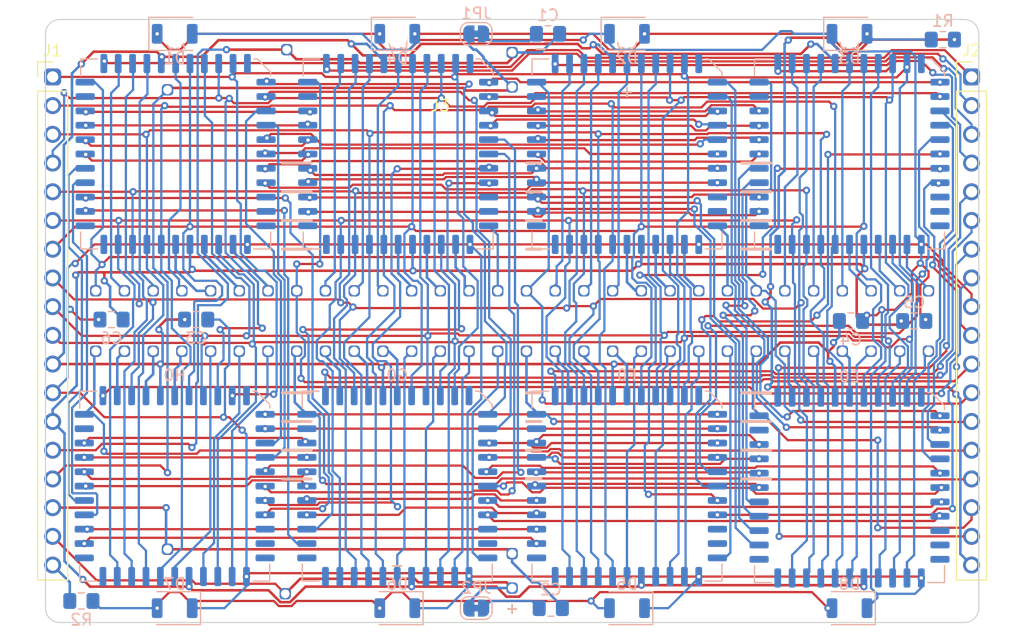
<source format=kicad_pcb>
(kicad_pcb (version 20221018) (generator pcbnew)
  (layers (0 "F.Cu" signal) (31 "B.Cu" signal) (34 "B.Paste" user) (35 "F.Paste" user) (36 "B.SilkS" user "B.Silkscreen") (37 "F.SilkS" user "F.Silkscreen") (38 "B.Mask" user) (39 "F.Mask" user) (44 "Edge.Cuts" user))
  (net 0 "")
  (net 1 "+9V")
  (net 2 "2")
  (net 3 "DATA")
  (net 4 "1")
  (net 5 "CS_A")
  (net 6 "/X0AB")
  (net 7 "/X1AB")
  (net 8 "/X2AB")
  (net 9 "/X3AB")
  (net 10 "/X4AH")
  (net 11 "/X5AH")
  (net 12 "/X12AG")
  (net 13 "/X13AG")
  (net 14 "AY1")
  (net 15 "AY0")
  (net 16 "AX2")
  (net 17 "AX1")
  (net 18 "4")
  (net 19 "-9V")
  (net 20 "5")
  (net 21 "STROBE")
  (net 22 "6")
  (net 23 "GND")
  (net 24 "7")
  (net 25 "/X11AC")
  (net 26 "/X10AC")
  (net 27 "/X9AC")
  (net 28 "/X8AC")
  (net 29 "/X7AH")
  (net 30 "/X6AH")
  (net 31 "/X15AG")
  (net 32 "/X14AG")
  (net 33 "AX0")
  (net 34 "AX3")
  (net 35 "RESET")
  (net 36 "AY2")
  (net 37 "3")
  (net 38 "10")
  (net 39 "9")
  (net 40 "CS_B")
  (net 41 "8")
  (net 42 "/X4BC")
  (net 43 "/X5BC")
  (net 44 "/X12BD")
  (net 45 "/X13BD")
  (net 46 "12")
  (net 47 "13")
  (net 48 "14")
  (net 49 "15")
  (net 50 "/X11BH")
  (net 51 "/X10BH")
  (net 52 "/X9BH")
  (net 53 "/X8BH")
  (net 54 "/X7BC")
  (net 55 "/X6BC")
  (net 56 "/X15BD")
  (net 57 "/X14BD")
  (net 58 "11")
  (net 59 "18")
  (net 60 "17")
  (net 61 "CS_C")
  (net 62 "16")
  (net 63 "/X0CD")
  (net 64 "/X1CD")
  (net 65 "/X2CD")
  (net 66 "/X3CD")
  (net 67 "/X12CE")
  (net 68 "/X13CE")
  (net 69 "20")
  (net 70 "21")
  (net 71 "22")
  (net 72 "23")
  (net 73 "/X15CE")
  (net 74 "/X14CE")
  (net 75 "19")
  (net 76 "Net-(C1-Pad2)")
  (net 77 "Neg_Top")
  (net 78 "Net-(C2-Pad2)")
  (net 79 "Neg_Bottom")
  (net 80 "26")
  (net 81 "25")
  (net 82 "CS_D")
  (net 83 "24")
  (net 84 "/X4DE")
  (net 85 "/X5DE")
  (net 86 "28")
  (net 87 "29")
  (net 88 "30")
  (net 89 "Net-(D0-Pad17)")
  (net 90 "/X11DF")
  (net 91 "/X10DF")
  (net 92 "/X9DF")
  (net 93 "/X8DF")
  (net 94 "/X7DE")
  (net 95 "/X6DE")
  (net 96 "27")
  (net 97 "Net-(D1-Pad2)")
  (net 98 "Net-(D5-Pad2)")
  (net 99 "34")
  (net 100 "33")
  (net 101 "CS_E")
  (net 102 "/X0EF")
  (net 103 "/X1EF")
  (net 104 "/X2EF")
  (net 105 "/X3EF")
  (net 106 "36")
  (net 107 "37")
  (net 108 "38")
  (net 109 "39")
  (net 110 "/X11EG")
  (net 111 "/X10EG")
  (net 112 "/X9EG")
  (net 113 "/X8EG")
  (net 114 "35")
  (net 115 "42")
  (net 116 "41")
  (net 117 "CS_F")
  (net 118 "40")
  (net 119 "/X4FG")
  (net 120 "/X5FG")
  (net 121 "/X12FH")
  (net 122 "/X13FH")
  (net 123 "44")
  (net 124 "45")
  (net 125 "46")
  (net 126 "47")
  (net 127 "/X7FG")
  (net 128 "/X6FG")
  (net 129 "/X15FH")
  (net 130 "/X14FH")
  (net 131 "43")
  (net 132 "50")
  (net 133 "49")
  (net 134 "CS_G")
  (net 135 "48")
  (net 136 "/X0GH")
  (net 137 "/X1GH")
  (net 138 "/X2GH")
  (net 139 "/X3GH")
  (net 140 "52")
  (net 141 "53")
  (net 142 "54")
  (net 143 "55")
  (net 144 "51")
  (net 145 "58")
  (net 146 "57")
  (net 147 "CS_H")
  (net 148 "56")
  (net 149 "60")
  (net 150 "61")
  (net 151 "62")
  (net 152 "Net-(H0-Pad17)")
  (net 153 "59")
  (net 154 "Bottom_LEDs")
  (net 155 "Pos_Bottom")
  (net 156 "Pos_Top")
  (net 157 "Top_LEDs")
  (net 158 "Net-(A0-Pad17)")
  (net 159 "Net-(E0-Pad17)")
  (footprint "Connector_PinHeader_2.54mm:PinHeader_1x18_P2.54mm_Vertical" (layer "F.Cu") (at 68.498059 50.333959)
    (fp_text reference "J1")
    (fp_text value "Address_Control_Power")
  )
  (footprint "Connector_PinHeader_2.54mm:PinHeader_1x18_P2.54mm_Vertical" (layer "F.Cu") (at 149.778059 50.333959)
    (fp_text reference "J2")
    (fp_text value "Chip_Select_Measurement")
  )
  (footprint "Footprints:Breadboard_Top" (layer "F.Cu") (at 109.138059 71.923959)
    (fp_text reference "J3")
    (fp_text value "Breadboard")
  )
  (footprint "Package_LCC:PLCC-44_16.6x16.6mm_P1.27mm" (layer "B.Cu") (at 79.375 57.15 180)
    (fp_text reference "A0")
    (fp_text value "MT8816AP")
  )
  (footprint "Package_LCC:PLCC-44_16.6x16.6mm_P1.27mm" (layer "B.Cu") (at 99.06 57.15 180)
    (fp_text reference "B0")
    (fp_text value "MT8816AP")
  )
  (footprint "Package_LCC:PLCC-44_16.6x16.6mm_P1.27mm" (layer "B.Cu") (at 119.298059 57.15 180)
    (fp_text reference "C0")
    (fp_text value "MT8816AP")
  )
  (footprint "Capacitor_SMD:C_0805_2012Metric_Pad1.15x1.40mm_HandSolder" (layer "B.Cu") (at 112.313059 46.523959 180)
    (fp_text reference "C1")
    (fp_text value "10uF")
  )
  (footprint "Capacitor_SMD:C_0805_2012Metric_Pad1.15x1.40mm_HandSolder" (layer "B.Cu") (at 112.558059 97.323959 180)
    (fp_text reference "C2")
    (fp_text value "10uF")
  )
  (footprint "Capacitor_SMD:C_0805_2012Metric_Pad1.15x1.40mm_HandSolder" (layer "B.Cu") (at 81.189059 71.796959)
    (fp_text reference "C3")
    (fp_text value "10uF")
  )
  (footprint "Capacitor_SMD:C_0805_2012Metric_Pad1.15x1.40mm_HandSolder" (layer "B.Cu") (at 139.110059 71.923959)
    (fp_text reference "C4")
    (fp_text value "10uF")
  )
  (footprint "Capacitor_SMD:C_0805_2012Metric_Pad1.15x1.40mm_HandSolder" (layer "B.Cu") (at 144.707059 71.923959 180)
    (fp_text reference "C5")
    (fp_text value "10uF")
  )
  (footprint "Capacitor_SMD:C_0805_2012Metric_Pad1.15x1.40mm_HandSolder" (layer "B.Cu") (at 73.705059 71.796959)
    (fp_text reference "C6")
    (fp_text value "10uF")
  )
  (footprint "Package_LCC:PLCC-44_16.6x16.6mm_P1.27mm" (layer "B.Cu") (at 138.983059 57.15 180)
    (fp_text reference "D0")
    (fp_text value "MT8816AP")
  )
  (footprint "LED_SMD:LED_1206_3216Metric_ReverseMount_Hole1.8x2.4mm" (layer "B.Cu") (at 79.293059 46.523959)
    (fp_text reference "D1")
    (fp_text value "LED_Small_ALT")
  )
  (footprint "LED_SMD:LED_1206_3216Metric_ReverseMount_Hole1.8x2.4mm" (layer "B.Cu") (at 119.298059 46.523959)
    (fp_text reference "D2")
    (fp_text value "LED_Small_ALT")
  )
  (footprint "LED_SMD:LED_1206_3216Metric_ReverseMount_Hole1.8x2.4mm" (layer "B.Cu") (at 138.983059 46.523959)
    (fp_text reference "D3")
    (fp_text value "LED_Small_ALT")
  )
  (footprint "LED_SMD:LED_1206_3216Metric_ReverseMount_Hole1.8x2.4mm" (layer "B.Cu") (at 98.978059 46.523959)
    (fp_text reference "D4")
    (fp_text value "LED_Small_ALT")
  )
  (footprint "LED_SMD:LED_1206_3216Metric_ReverseMount_Hole1.8x2.4mm" (layer "B.Cu") (at 119.298059 97.323959 180)
    (fp_text reference "D5")
    (fp_text value "LED_Small_ALT")
  )
  (footprint "LED_SMD:LED_1206_3216Metric_ReverseMount_Hole1.8x2.4mm" (layer "B.Cu") (at 98.978059 97.323959 180)
    (fp_text reference "D6")
    (fp_text value "LED_Small_ALT")
  )
  (footprint "LED_SMD:LED_1206_3216Metric_ReverseMount_Hole1.8x2.4mm" (layer "B.Cu") (at 79.293059 97.323959 180)
    (fp_text reference "D7")
    (fp_text value "LED_Small_ALT")
  )
  (footprint "LED_SMD:LED_1206_3216Metric_ReverseMount_Hole1.8x2.4mm" (layer "B.Cu") (at 138.983059 97.323959 180)
    (fp_text reference "D8")
    (fp_text value "LED_Small_ALT")
  )
  (footprint "Package_LCC:PLCC-44_16.6x16.6mm_P1.27mm" (layer "B.Cu") (at 138.983059 86.655959 180)
    (fp_text reference "E0")
    (fp_text value "MT8816AP")
  )
  (footprint "Package_LCC:PLCC-44_16.6x16.6mm_P1.27mm" (layer "B.Cu") (at 119.298059 86.528959 180)
    (fp_text reference "F0")
    (fp_text value "MT8816AP")
  )
  (footprint "Package_LCC:PLCC-44_16.6x16.6mm_P1.27mm" (layer "B.Cu") (at 98.978059 86.528959 180)
    (fp_text reference "G0")
    (fp_text value "MT8816AP")
  )
  (footprint "Package_LCC:PLCC-44_16.6x16.6mm_P1.27mm" (layer "B.Cu") (at 79.293059 86.528959 180)
    (fp_text reference "H0")
    (fp_text value "MT8816AP")
  )
  (footprint "Jumper:SolderJumper-2_P1.3mm_Bridged_RoundedPad1.0x1.5mm" (layer "B.Cu") (at 105.963059 46.523959 180)
    (fp_text reference "JP1")
    (fp_text value "SolderJumper_2_Bridged")
  )
  (footprint "Jumper:SolderJumper-2_P1.3mm_Bridged_RoundedPad1.0x1.5mm" (layer "B.Cu") (at 105.963059 97.323959 180)
    (fp_text reference "JP2")
    (fp_text value "SolderJumper_2_Bridged")
  )
  (footprint "Resistor_SMD:R_0805_2012Metric_Pad1.15x1.40mm_HandSolder" (layer "B.Cu") (at 147.238059 47.031959 180)
    (fp_text reference "R1")
    (fp_text value "220R")
  )
  (footprint "Resistor_SMD:R_0805_2012Metric_Pad1.15x1.40mm_HandSolder" (layer "B.Cu") (at 71.038059 96.688959)
    (fp_text reference "R2")
    (fp_text value "220R")
  )
  (gr_line (start 149.143059 45.253959) (end 69.133059 45.253959) (stroke (width 0.1)) (layer "Edge.Cuts"))
  (gr_arc (start 67.863059 46.523959) (mid 68.235033 45.625933) (end 69.133059 45.253959) (stroke (width 0.1)) (layer "Edge.Cuts"))
  (gr_line (start 150.413059 97.323959) (end 150.413059 46.523959) (stroke (width 0.1)) (layer "Edge.Cuts"))
  (gr_arc (start 69.133059 98.593959) (mid 68.235033 98.221985) (end 67.863059 97.323959) (stroke (width 0.1)) (layer "Edge.Cuts"))
  (gr_arc (start 150.413059 97.323959) (mid 150.041085 98.221985) (end 149.143059 98.593959) (stroke (width 0.1)) (layer "Edge.Cuts"))
  (gr_arc (start 149.143059 45.253959) (mid 150.041085 45.625933) (end 150.413059 46.523959) (stroke (width 0.1)) (layer "Edge.Cuts"))
  (gr_line (start 67.863059 46.523959) (end 67.863059 97.323959) (stroke (width 0.1)) (layer "Edge.Cuts"))
  (gr_line (start 69.133059 98.593959) (end 149.143059 98.593959) (stroke (width 0.1)) (layer "Edge.Cuts"))
  (segment (start 118.028059 75.733959) (end 130.959529 75.733959) (width 0.2286) (layer "F.Cu") (net 1))
  (segment (start 115.988556 47.801456) (end 116.313555 47.476457) (width 0.2286) (layer "F.Cu") (net 1))
  (segment (start 77.896059 72.431959) (end 77.896059 72.685959) (width 0.2286) (layer "F.Cu") (net 1))
  (segment (start 117.139057 48.301959) (end 116.313555 47.476457) (width 0.2286) (layer "F.Cu") (net 1))
  (segment (start 76.372059 75.733959) (end 97.283049 75.733959) (width 0.2286) (layer "F.Cu") (net 1))
  (segment (start 97.879069 75.733959) (end 97.581059 76.031969) (width 0.2286) (layer "F.Cu") (net 1))
  (segment (start 114.940224 47.415259) (end 115.326421 47.801456) (width 0.2286) (layer "F.Cu") (net 1))
  (segment (start 97.283049 75.733959) (end 97.581059 76.031969) (width 0.2286) (layer "F.Cu") (net 1))
  (segment (start 137.087079 75.327297) (end 137.249069 75.489287) (width 0.2286) (layer "F.Cu") (net 1))
  (segment (start 83.15924 47.08796) (end 94.58906 47.08796) (width 0.2286) (layer "F.Cu") (net 1))
  (segment (start 72.125058 48.10396) (end 77.69804 48.10396) (width 0.2286) (layer "F.Cu") (net 1))
  (segment (start 115.326421 47.801456) (end 115.988556 47.801456) (width 0.2286) (layer "F.Cu") (net 1))
  (segment (start 101.105273 47.415259) (end 114.940224 47.415259) (width 0.2286) (layer "F.Cu") (net 1))
  (segment (start 100.091573 48.428959) (end 101.105273 47.415259) (width 0.2286) (layer "F.Cu") (net 1))
  (segment (start 94.58906 47.08796) (end 94.914059 47.412959) (width 0.2286) (layer "F.Cu") (net 1))
  (segment (start 135.554059 47.43158) (end 134.68368 48.301959) (width 0.2286) (layer "F.Cu") (net 1))
  (segment (start 137.087079 74.664982) (end 137.087079 75.327297) (width 0.2286) (layer "F.Cu") (net 1))
  (segment (start 78.023059 75.733959) (end 78.023059 75.733963) (width 0.2286) (layer "F.Cu") (net 1))
  (segment (start 71.038059 49.190959) (end 72.125058 48.10396) (width 0.2286) (layer "F.Cu") (net 1))
  (segment (start 78.150039 48.555959) (end 81.691241 48.555959) (width 0.2286) (layer "F.Cu") (net 1))
  (segment (start 118.028059 75.733959) (end 97.879069 75.733959) (width 0.2286) (layer "F.Cu") (net 1))
  (segment (start 137.087079 74.664982) (end 137.56908 74.182981) (width 0.2286) (layer "F.Cu") (net 1))
  (segment (start 80.182059 71.796959) (end 78.531059 71.796959) (width 0.2286) (layer "F.Cu") (net 1))
  (segment (start 81.691241 48.555959) (end 83.15924 47.08796) (width 0.2286) (layer "F.Cu") (net 1))
  (segment (start 95.930059 48.428959) (end 100.091573 48.428959) (width 0.2286) (layer "F.Cu") (net 1))
  (segment (start 68.498059 75.733959) (end 76.372059 75.733959) (width 0.2286) (layer "F.Cu") (net 1))
  (segment (start 78.023059 75.733963) (end 78.023055 75.733959) (width 0.2286) (layer "F.Cu") (net 1))
  (segment (start 134.68368 48.301959) (end 117.139057 48.301959) (width 0.2286) (layer "F.Cu") (net 1))
  (segment (start 78.531059 71.796959) (end 77.896059 72.431959) (width 0.2286) (layer "F.Cu") (net 1))
  (segment (start 94.914059 47.412959) (end 95.930059 48.428959) (width 0.2286) (layer "F.Cu") (net 1))
  (segment (start 136.251056 73.828959) (end 137.087079 74.664982) (width 0.2286) (layer "F.Cu") (net 1))
  (segment (start 76.372059 75.733959) (end 78.023059 75.733959) (width 0.2286) (layer "F.Cu") (net 1))
  (segment (start 77.69804 48.10396) (end 78.150039 48.555959) (width 0.2286) (layer "F.Cu") (net 1))
  (segment (start 132.864529 73.828959) (end 136.251056 73.828959) (width 0.2286) (layer "F.Cu") (net 1))
  (segment (start 118.028059 75.733959) (end 118.155059 75.733959) (width 0.2286) (layer "F.Cu") (net 1))
  (segment (start 130.959529 75.733959) (end 132.864529 73.828959) (width 0.2286) (layer "F.Cu") (net 1))
  (segment (start 137.56908 74.182981) (end 137.56908 73.828959) (width 0.2286) (layer "F.Cu") (net 1))
  (via (at 137.56908 73.828959) (size 0.65) (drill 0.3048) (layers "F.Cu" "B.Cu") (net 1))
  (via (at 78.150039 48.555959) (size 0.65) (drill 0.3048) (layers "F.Cu" "B.Cu") (net 1))
  (via (at 71.038059 49.190959) (size 0.65) (drill 0.3048) (layers "F.Cu" "B.Cu") (net 1))
  (via (at 80.182059 71.796959) (size 0.65) (drill 0.3048) (layers "F.Cu" "B.Cu") (net 1))
  (via (at 94.914059 47.412959) (size 0.65) (drill 0.3048) (layers "F.Cu" "B.Cu") (net 1))
  (via (at 118.155059 75.733959) (size 0.65) (drill 0.3048) (layers "F.Cu" "B.Cu") (net 1))
  (via (at 116.313555 47.476457) (size 0.65) (drill 0.3048) (layers "F.Cu" "B.Cu") (net 1))
  (via (at 137.249069 75.489287) (size 0.65) (drill 0.3048) (layers "F.Cu" "B.Cu") (net 1))
  (via (at 135.554059 47.43158) (size 0.65) (drill 0.3048) (layers "F.Cu" "B.Cu") (net 1))
  (via (at 78.023055 75.733959) (size 0.65) (drill 0.3048) (layers "F.Cu" "B.Cu") (net 1))
  (via (at 97.581059 76.031969) (size 0.65) (drill 0.3048) (layers "F.Cu" "B.Cu") (net 1))
  (via (at 77.896059 72.685959) (size 0.65) (drill 0.3048) (layers "F.Cu" "B.Cu") (net 1))
  (segment (start 118.028059 75.860959) (end 118.155059 75.733959) (width 0.2286) (layer "B.Cu") (net 1))
  (segment (start 137.713059 49.15) (end 137.713059 49.016602) (width 0.2286) (layer "B.Cu") (net 1))
  (segment (start 78.105 49.15) (end 78.105 48.600998) (width 0.2286) (layer "B.Cu") (net 1))
  (segment (start 80.164059 71.796959) (end 80.182059 71.796959) (width 0.2286) (layer "B.Cu") (net 1))
  (segment (start 97.708059 78.528959) (end 97.708059 76.158969) (width 0.2286) (layer "B.Cu") (net 1))
  (segment (start 69.48936 74.742658) (end 69.48936 56.351306) (width 0.2286) (layer "B.Cu") (net 1))
  (segment (start 137.713059 49.016602) (end 136.128037 47.43158) (width 0.2286) (layer "B.Cu") (net 1))
  (segment (start 116.773174 47.476457) (end 116.313555 47.476457) (width 0.2286) (layer "B.Cu") (net 1))
  (segment (start 137.713059 75.953277) (end 137.249069 75.489287) (width 0.2286) (layer "B.Cu") (net 1))
  (segment (start 78.023059 75.733963) (end 78.023055 75.733959) (width 0.2286) (layer "B.Cu") (net 1))
  (segment (start 69.48936 56.351306) (end 70.20506 55.635606) (width 0.2286) (layer "B.Cu") (net 1))
  (segment (start 78.105 48.600998) (end 78.150039 48.555959) (width 0.2286) (layer "B.Cu") (net 1))
  (segment (start 78.221058 75.535956) (end 78.023055 75.733959) (width 0.2286) (layer "B.Cu") (net 1))
  (segment (start 137.713059 78.655959) (end 137.713059 75.953277) (width 0.2286) (layer "B.Cu") (net 1))
  (segment (start 97.79 49.15) (end 97.79 48.918428) (width 0.2286) (layer "B.Cu") (net 1))
  (segment (start 78.023059 76.241959) (end 78.023059 75.733963) (width 0.2286) (layer "B.Cu") (net 1))
  (segment (start 78.023059 78.528959) (end 78.023059 76.241959) (width 0.2286) (layer "B.Cu") (net 1))
  (segment (start 70.20506 55.635606) (end 70.20506 50.023958) (width 0.2286) (layer "B.Cu") (net 1))
  (segment (start 77.896059 72.685959) (end 78.221058 73.010958) (width 0.2286) (layer "B.Cu") (net 1))
  (segment (start 136.128037 47.43158) (end 135.554059 47.43158) (width 0.2286) (layer "B.Cu") (net 1))
  (segment (start 118.028059 78.528959) (end 118.028059 78.146959) (width 0.2286) (layer "B.Cu") (net 1))
  (segment (start 118.028059 49.15) (end 118.028059 48.731342) (width 0.2286) (layer "B.Cu") (net 1))
  (segment (start 97.79 48.918428) (end 96.284531 47.412959) (width 0.2286) (layer "B.Cu") (net 1))
  (segment (start 78.221058 73.010958) (end 78.221058 75.535956) (width 0.2286) (layer "B.Cu") (net 1))
  (segment (start 118.028059 48.731342) (end 116.773174 47.476457) (width 0.2286) (layer "B.Cu") (net 1))
  (segment (start 118.028059 78.146959) (end 118.028059 75.860959) (width 0.2286) (layer "B.Cu") (net 1))
  (segment (start 68.498059 75.733959) (end 69.48936 74.742658) (width 0.2286) (layer "B.Cu") (net 1))
  (segment (start 138.085059 73.31298) (end 137.56908 73.828959) (width 0.2286) (layer "B.Cu") (net 1))
  (segment (start 97.708059 76.158969) (end 97.581059 76.031969) (width 0.2286) (layer "B.Cu") (net 1))
  (segment (start 118.028059 78.36) (end 118.028059 78.146959) (width 0.2286) (layer "B.Cu") (net 1))
  (segment (start 96.284531 47.412959) (end 94.914059 47.412959) (width 0.2286) (layer "B.Cu") (net 1))
  (segment (start 138.085059 71.923959) (end 138.085059 73.31298) (width 0.2286) (layer "B.Cu") (net 1))
  (segment (start 70.20506 50.023958) (end 71.038059 49.190959) (width 0.2286) (layer "B.Cu") (net 1))
  (segment (start 74.340059 51.095959) (end 73.666457 51.769561) (width 0.2032) (layer "B.Cu") (net 2))
  (segment (start 73.666457 68.075357) (end 74.848059 69.256959) (width 0.2032) (layer "B.Cu") (net 2))
  (segment (start 74.340059 49.195059) (end 74.340059 51.095959) (width 0.2032) (layer "B.Cu") (net 2))
  (segment (start 74.295 49.15) (end 74.340059 49.195059) (width 0.2032) (layer "B.Cu") (net 2))
  (segment (start 73.666457 51.769561) (end 73.666457 68.075357) (width 0.2032) (layer "B.Cu") (net 2))
  (segment (start 134.181502 70.82496) (end 134.702069 70.304393) (width 0.2) (layer "F.Cu") (net 3))
  (segment (start 70.403059 70.018959) (end 75.483059 70.018959) (width 0.2) (layer "F.Cu") (net 3))
  (segment (start 76.880059 70.018959) (end 93.699806 70.018959) (width 0.2) (layer "F.Cu") (net 3))
  (segment (start 114.263471 70.608547) (end 114.091059 70.780959) (width 0.2) (layer "F.Cu") (net 3))
  (segment (start 116.331647 70.608547) (end 114.263471 70.608547) (width 0.2) (layer "F.Cu") (net 3))
  (segment (start 76.118059 70.362901) (end 76.155069 70.399911) (width 0.2) (layer "F.Cu") (net 3))
  (segment (start 95.154332 70.780959) (end 95.058996 70.685623) (width 0.2) (layer "F.Cu") (net 3))
  (segment (start 76.118059 70.018959) (end 76.880059 70.018959) (width 0.2) (layer "F.Cu") (net 3))
  (segment (start 76.880059 70.018959) (end 77.134061 70.272961) (width 0.2) (layer "F.Cu") (net 3))
  (segment (start 94.67535 70.301977) (end 95.058996 70.685623) (width 0.2) (layer "F.Cu") (net 3))
  (segment (start 130.476673 69.976969) (end 131.324664 70.82496) (width 0.2) (layer "F.Cu") (net 3))
  (segment (start 131.324664 70.82496) (end 134.181502 70.82496) (width 0.2) (layer "F.Cu") (net 3))
  (segment (start 75.483059 70.018959) (end 76.118059 70.018959) (width 0.2) (layer "F.Cu") (net 3))
  (segment (start 116.331647 70.608547) (end 116.963225 69.976969) (width 0.2) (layer "F.Cu") (net 3))
  (segment (start 76.118059 70.018959) (end 76.118059 70.362901) (width 0.2) (layer "F.Cu") (net 3))
  (segment (start 113.964059 70.780959) (end 95.154332 70.780959) (width 0.2) (layer "F.Cu") (net 3))
  (segment (start 68.498059 68.113959) (end 70.403059 70.018959) (width 0.2) (layer "F.Cu") (net 3))
  (segment (start 114.091059 70.780959) (end 113.964059 70.780959) (width 0.2) (layer "F.Cu") (net 3))
  (segment (start 77.134061 70.272961) (end 77.372081 70.272961) (width 0.2) (layer "F.Cu") (net 3))
  (segment (start 116.963225 69.976969) (end 130.476673 69.976969) (width 0.2) (layer "F.Cu") (net 3))
  (segment (start 93.699806 70.018959) (end 93.982824 70.301977) (width 0.2) (layer "F.Cu") (net 3))
  (segment (start 93.982824 70.301977) (end 94.67535 70.301977) (width 0.2) (layer "F.Cu") (net 3))
  (via (at 113.964059 70.780959) (size 0.65) (drill 0.3048) (layers "F.Cu" "B.Cu") (net 3))
  (via (at 76.155069 70.399911) (size 0.65) (drill 0.3048) (layers "F.Cu" "B.Cu") (net 3))
  (via (at 77.372081 70.272961) (size 0.65) (drill 0.3048) (layers "F.Cu" "B.Cu") (net 3))
  (via (at 134.702069 70.304393) (size 0.65) (drill 0.3048) (layers "F.Cu" "B.Cu") (net 3))
  (via (at 93.982824 70.301977) (size 0.65) (drill 0.3048) (layers "F.Cu" "B.Cu") (net 3))
  (via (at 95.058996 70.685623) (size 0.65) (drill 0.3048) (layers "F.Cu" "B.Cu") (net 3))
  (via (at 116.331647 70.608547) (size 0.65) (drill 0.3048) (layers "F.Cu" "B.Cu") (net 3))
  (segment (start 75.610059 49.195059) (end 75.610059 51.476959) (width 0.2) (layer "B.Cu") (net 3))
  (segment (start 75.565 49.15) (end 75.610059 49.195059) (width 0.2) (layer "B.Cu") (net 3))
  (segment (start 76.118059 72.995397) (end 77.372081 71.741375) (width 0.2) (layer "B.Cu") (net 3))
  (segment (start 115.488059 78.36) (end 115.488059 78.019959) (width 0.2) (layer "B.Cu") (net 3))
  (segment (start 93.898059 75.26321) (end 93.898059 71.84656) (width 0.2) (layer "B.Cu") (net 3))
  (segment (start 115.488059 50.968959) (end 114.853059 51.603959) (width 0.2) (layer "B.Cu") (net 3))
  (segment (start 114.853059 51.603959) (end 114.853059 67.732959) (width 0.2) (layer "B.Cu") (net 3))
  (segment (start 134.538059 70.468403) (end 134.702069 70.304393) (width 0.2) (layer "B.Cu") (net 3))
  (segment (start 134.575582 59.23721) (end 134.575582 62.334359) (width 0.2) (layer "B.Cu") (net 3))
  (segment (start 134.538059 70.140383) (end 134.702069 70.304393) (width 0.2) (layer "B.Cu") (net 3))
  (segment (start 114.853059 67.732959) (end 114.218059 68.367959) (width 0.2) (layer "B.Cu") (net 3))
  (segment (start 77.372081 71.741375) (end 77.372081 70.272961) (width 0.2) (layer "B.Cu") (net 3))
  (segment (start 134.538059 76.875) (end 134.538059 70.468403) (width 0.2) (layer "B.Cu") (net 3))
  (segment (start 134.538059 63.922959) (end 134.538059 70.140383) (width 0.2) (layer "B.Cu") (net 3))
  (segment (start 74.975059 67.478959) (end 76.155069 68.658969) (width 0.2) (layer "B.Cu") (net 3))
  (segment (start 93.898059 71.84656) (end 95.058996 70.685623) (width 0.2) (layer "B.Cu") (net 3))
  (segment (start 135.173059 49.15) (end 135.173059 58.639733) (width 0.2) (layer "B.Cu") (net 3))
  (segment (start 115.488059 78.528959) (end 115.488059 78.019959) (width 0.2) (layer "B.Cu") (net 3))
  (segment (start 95.295059 50.841959) (end 94.72299 51.414028) (width 0.2) (layer "B.Cu") (net 3))
  (segment (start 93.898059 70.217212) (end 93.982824 70.301977) (width 0.2) (layer "B.Cu") (net 3))
  (segment (start 114.218059 70.526959) (end 113.964059 70.780959) (width 0.2) (layer "B.Cu") (net 3))
  (segment (start 93.898059 68.621959) (end 93.898059 70.217212) (width 0.2) (layer "B.Cu") (net 3))
  (segment (start 134.575582 62.334359) (end 134.853049 62.611826) (width 0.2) (layer "B.Cu") (net 3))
  (segment (start 95.168059 76.53321) (end 93.898059 75.26321) (width 0.2) (layer "B.Cu") (net 3))
  (segment (start 114.218059 68.367959) (end 114.218059 70.526959) (width 0.2) (layer "B.Cu") (net 3))
  (segment (start 135.173059 78.36) (end 135.173059 77.51) (width 0.2) (layer "B.Cu") (net 3))
  (segment (start 135.173059 77.51) (end 134.538059 76.875) (width 0.2) (layer "B.Cu") (net 3))
  (segment (start 134.853049 63.607969) (end 134.538059 63.922959) (width 0.2) (layer "B.Cu") (net 3))
  (segment (start 74.975059 52.111959) (end 74.975059 67.478959) (width 0.2) (layer "B.Cu") (net 3))
  (segment (start 75.483059 78.528959) (end 75.483059 76.622959) (width 0.2) (layer "B.Cu") (net 3))
  (segment (start 76.155069 68.658969) (end 76.155069 70.399911) (width 0.2) (layer "B.Cu") (net 3))
  (segment (start 115.488059 76.749959) (end 114.218059 75.479959) (width 0.2) (layer "B.Cu") (net 3))
  (segment (start 95.25 49.15) (end 95.295059 49.195059) (width 0.2) (layer "B.Cu") (net 3))
  (segment (start 134.853049 62.611826) (end 134.853049 63.607969) (width 0.2) (layer "B.Cu") (net 3))
  (segment (start 114.218059 75.479959) (end 114.218059 73.447959) (width 0.2) (layer "B.Cu") (net 3))
  (segment (start 135.173059 58.639733) (end 134.575582 59.23721) (width 0.2) (layer "B.Cu") (net 3))
  (segment (start 115.488059 78.019959) (end 115.488059 76.749959) (width 0.2) (layer "B.Cu") (net 3))
  (segment (start 114.218059 73.447959) (end 116.331647 71.334371) (width 0.2) (layer "B.Cu") (net 3))
  (segment (start 76.118059 75.987959) (end 76.118059 72.995397) (width 0.2) (layer "B.Cu") (net 3))
  (segment (start 95.168059 78.528959) (end 95.168059 76.53321) (width 0.2) (layer "B.Cu") (net 3))
  (segment (start 95.295059 49.195059) (end 95.295059 50.841959) (width 0.2) (layer "B.Cu") (net 3))
  (segment (start 75.483059 76.622959) (end 76.118059 75.987959) (width 0.2) (layer "B.Cu") (net 3))
  (segment (start 116.331647 71.334371) (end 116.331647 70.608547) (width 0.2) (layer "B.Cu") (net 3))
  (segment (start 94.72299 51.414028) (end 94.72299 67.797028) (width 0.2) (layer "B.Cu") (net 3))
  (segment (start 94.72299 67.797028) (end 93.898059 68.621959) (width 0.2) (layer "B.Cu") (net 3))
  (segment (start 115.488059 49.15) (end 115.488059 50.968959) (width 0.2) (layer "B.Cu") (net 3))
  (segment (start 75.610059 51.476959) (end 74.975059 52.111959) (width 0.2) (layer "B.Cu") (net 3))
  (segment (start 146.455249 66.267961) (end 73.527819 66.267961) (width 0.2) (layer "F.Cu") (net 4))
  (segment (start 149.778059 73.193959) (end 148.808058 72.223958) (width 0.2) (layer "F.Cu") (net 4))
  (segment (start 148.808058 72.223958) (end 148.808058 69.013512) (width 0.2) (layer "F.Cu") (net 4))
  (segment (start 73.527819 66.267961) (end 72.866147 66.929633) (width 0.2) (layer "F.Cu") (net 4))
  (segment (start 148.808058 69.013512) (end 146.883077 67.088531) (width 0.2) (layer "F.Cu") (net 4))
  (segment (start 146.883077 66.695789) (end 146.455249 66.267961) (width 0.2) (layer "F.Cu") (net 4))
  (segment (start 146.883077 67.088531) (end 146.883077 66.695789) (width 0.2) (layer "F.Cu") (net 4))
  (via (at 72.866147 66.929633) (size 0.65) (drill 0.3048) (layers "F.Cu" "B.Cu") (net 4))
  (segment (start 71.927059 65.990545) (end 72.866147 66.929633) (width 0.2032) (layer "B.Cu") (net 4))
  (segment (start 72.225 50.8) (end 72.943059 51.518059) (width 0.2032) (layer "B.Cu") (net 4))
  (segment (start 71.375 50.8) (end 72.225 50.8) (width 0.2032) (layer "B.Cu") (net 4))
  (segment (start 72.943059 51.518059) (end 72.943059 63.668959) (width 0.2032) (layer "B.Cu") (net 4))
  (segment (start 72.308059 67.487721) (end 72.866147 66.929633) (width 0.2032) (layer "B.Cu") (net 4))
  (segment (start 72.308059 69.256959) (end 72.308059 67.487721) (width 0.2032) (layer "B.Cu") (net 4))
  (segment (start 72.943059 63.668959) (end 71.927059 64.684959) (width 0.2032) (layer "B.Cu") (net 4))
  (segment (start 71.927059 64.684959) (end 71.927059 65.990545) (width 0.2032) (layer "B.Cu") (net 4))
  (segment (start 73.24468 49.11158) (end 73.070059 48.936959) (width 0.2) (layer "F.Cu") (net 5))
  (segment (start 115.007239 47.96496) (end 110.493364 47.96496) (width 0.2) (layer "F.Cu") (net 5))
  (segment (start 142.723744 47.96496) (end 142.045435 48.643269) (width 0.2) (layer "F.Cu") (net 5))
  (segment (start 110.493364 47.96496) (end 109.005435 49.452889) (width 0.2) (layer "F.Cu") (net 5))
  (segment (start 109.005435 49.452889) (end 95.505934 49.452889) (width 0.2) (layer "F.Cu") (net 5))
  (segment (start 95.505934 49.452889) (end 95.164625 49.11158) (width 0.2) (layer "F.Cu") (net 5))
  (segment (start 147.40906 47.96496) (end 142.723744 47.96496) (width 0.2) (layer "F.Cu") (net 5))
  (segment (start 142.045435 48.643269) (end 115.685548 48.643269) (width 0.2) (layer "F.Cu") (net 5))
  (segment (start 149.778059 50.333959) (end 147.40906 47.96496) (width 0.2) (layer "F.Cu") (net 5))
  (segment (start 95.164625 49.11158) (end 73.24468 49.11158) (width 0.2) (layer "F.Cu") (net 5))
  (segment (start 115.685548 48.643269) (end 115.007239 47.96496) (width 0.2) (layer "F.Cu") (net 5))
  (via (at 73.070059 48.936959) (size 0.65) (drill 0.3048) (layers "F.Cu" "B.Cu") (net 5))
  (segment (start 73.025 48.982018) (end 73.070059 48.936959) (width 0.2) (layer "B.Cu") (net 5))
  (segment (start 73.025 49.063959) (end 73.025 48.982018) (width 0.2) (layer "B.Cu") (net 5))
  (segment (start 71.426152 53.425969) (end 71.885771 53.425969) (width 0.2) (layer "F.Cu") (net 6))
  (segment (start 71.885771 53.425969) (end 91.258285 53.425969) (width 0.2) (layer "F.Cu") (net 6))
  (via (at 91.258285 53.425969) (size 0.65) (drill 0.3048) (layers "F.Cu" "B.Cu") (net 6))
  (via (at 71.426152 53.425969) (size 0.65) (drill 0.3048) (layers "F.Cu" "B.Cu") (net 6))
  (segment (start 71.375 53.34) (end 71.426152 53.391152) (width 0.2) (layer "B.Cu") (net 6))
  (segment (start 71.426152 53.391152) (end 71.426152 53.425969) (width 0.2) (layer "B.Cu") (net 6))
  (segment (start 91.258285 53.425969) (end 91.145969 53.425969) (width 0.2) (layer "B.Cu") (net 6))
  (segment (start 91.145969 53.425969) (end 91.06 53.34) (width 0.2) (layer "B.Cu") (net 6))
  (segment (start 87.390431 54.621331) (end 87.517431 54.621331) (width 0.2) (layer "F.Cu") (net 7))
  (segment (start 87.390431 54.621331) (end 90.950582 54.621331) (width 0.2) (layer "F.Cu") (net 7))
  (segment (start 71.425246 54.621331) (end 87.390431 54.621331) (width 0.2) (layer "F.Cu") (net 7))
  (segment (start 90.950582 54.621331) (end 91.059977 54.511936) (width 0.2) (layer "F.Cu") (net 7))
  (via (at 71.425246 54.621331) (size 0.65) (drill 0.3048) (layers "F.Cu" "B.Cu") (net 7))
  (via (at 91.059977 54.511936) (size 0.65) (drill 0.3048) (layers "F.Cu" "B.Cu") (net 7))
  (segment (start 91.06 54.61) (end 91.06 54.511959) (width 0.2) (layer "B.Cu") (net 7))
  (segment (start 71.413915 54.61) (end 71.425246 54.621331) (width 0.2) (layer "B.Cu") (net 7))
  (segment (start 71.375 54.61) (end 71.413915 54.61) (width 0.2) (layer "B.Cu") (net 7))
  (segment (start 91.06 54.511959) (end 91.059977 54.511936) (width 0.2) (layer "B.Cu") (net 7))
  (segment (start 71.425941 55.965969) (end 71.884982 56.42501) (width 0.2) (layer "F.Cu") (net 8))
  (segment (start 71.884982 56.42501) (end 90.581294 56.42501) (width 0.2) (layer "F.Cu") (net 8))
  (segment (start 90.581294 56.42501) (end 91.084349 55.921955) (width 0.2) (layer "F.Cu") (net 8))
  (via (at 71.425941 55.965969) (size 0.65) (drill 0.3048) (layers "F.Cu" "B.Cu") (net 8))
  (via (at 91.084349 55.921955) (size 0.65) (drill 0.3048) (layers "F.Cu" "B.Cu") (net 8))
  (segment (start 71.375 55.88) (end 71.425941 55.930941) (width 0.2) (layer "B.Cu") (net 8))
  (segment (start 91.084349 55.904349) (end 91.084349 55.921955) (width 0.2) (layer "B.Cu") (net 8))
  (segment (start 91.06 55.88) (end 91.084349 55.904349) (width 0.2) (layer "B.Cu") (net 8))
  (segment (start 71.425941 55.930941) (end 71.425941 55.965969) (width 0.2) (layer "B.Cu") (net 8))
  (segment (start 71.96406 57.73696) (end 90.55906 57.73696) (width 0.2) (layer "F.Cu") (net 9))
  (segment (start 90.55906 57.73696) (end 91.104061 57.191959) (width 0.2) (layer "F.Cu") (net 9))
  (segment (start 71.419059 57.191959) (end 71.96406 57.73696) (width 0.2) (layer "F.Cu") (net 9))
  (via (at 91.104061 57.191959) (size 0.65) (drill 0.3048) (layers "F.Cu" "B.Cu") (net 9))
  (via (at 71.419059 57.191959) (size 0.65) (drill 0.3048) (layers "F.Cu" "B.Cu") (net 9))
  (segment (start 91.06 57.15) (end 91.062102 57.15) (width 0.2) (layer "B.Cu") (net 9))
  (segment (start 71.3771 57.15) (end 71.419059 57.191959) (width 0.2) (layer "B.Cu") (net 9))
  (segment (start 91.062102 57.15) (end 91.104061 57.191959) (width 0.2) (layer "B.Cu") (net 9))
  (segment (start 71.375 57.15) (end 71.3771 57.15) (width 0.2) (layer "B.Cu") (net 9))
  (segment (start 71.08206 77.975958) (end 69.889038 79.16898) (width 0.2) (layer "B.Cu") (net 10))
  (segment (start 71.08206 66.562398) (end 71.08206 77.975958) (width 0.2) (layer "B.Cu") (net 10))
  (segment (start 71.375 58.42) (end 70.525 58.42) (width 0.2) (layer "B.Cu") (net 10))
  (segment (start 70.443059 87.798959) (end 71.293059 87.798959) (width 0.2) (layer "B.Cu") (net 10))
  (segment (start 69.895059 59.049941) (end 69.895059 65.375397) (width 0.2) (layer "B.Cu") (net 10))
  (segment (start 69.895059 65.375397) (end 71.08206 66.562398) (width 0.2) (layer "B.Cu") (net 10))
  (segment (start 70.525 58.42) (end 69.895059 59.049941) (width 0.2) (layer "B.Cu") (net 10))
  (segment (start 69.889038 87.244938) (end 70.443059 87.798959) (width 0.2) (layer "B.Cu") (net 10))
  (segment (start 69.889038 79.16898) (end 69.889038 87.244938) (width 0.2) (layer "B.Cu") (net 10))
  (segment (start 70.29799 59.91701) (end 70.29799 64.952828) (width 0.2) (layer "B.Cu") (net 11))
  (segment (start 70.525 59.69) (end 70.29799 59.91701) (width 0.2) (layer "B.Cu") (net 11))
  (segment (start 71.532691 66.187529) (end 71.532691 78.287327) (width 0.2) (layer "B.Cu") (net 11))
  (segment (start 72.308059 87.163959) (end 72.435059 87.290959) (width 0.2) (layer "B.Cu") (net 11))
  (segment (start 70.276059 87.163959) (end 72.308059 87.163959) (width 0.2) (layer "B.Cu") (net 11))
  (segment (start 72.435059 87.290959) (end 72.435059 88.941959) (width 0.2) (layer "B.Cu") (net 11))
  (segment (start 70.216049 79.603969) (end 70.216049 87.103949) (width 0.2) (layer "B.Cu") (net 11))
  (segment (start 70.216049 87.103949) (end 70.276059 87.163959) (width 0.2) (layer "B.Cu") (net 11))
  (segment (start 72.435059 88.941959) (end 72.308059 89.068959) (width 0.2) (layer "B.Cu") (net 11))
  (segment (start 71.532691 78.287327) (end 70.216049 79.603969) (width 0.2) (layer "B.Cu") (net 11))
  (segment (start 70.29799 64.952828) (end 71.532691 66.187529) (width 0.2) (layer "B.Cu") (net 11))
  (segment (start 71.375 59.69) (end 70.525 59.69) (width 0.2) (layer "B.Cu") (net 11))
  (segment (start 72.308059 89.068959) (end 71.293059 89.068959) (width 0.2) (layer "B.Cu") (net 11))
  (segment (start 71.419059 61.045969) (end 71.878678 61.045969) (width 0.2) (layer "F.Cu") (net 12))
  (segment (start 71.878678 61.045969) (end 89.072059 61.045969) (width 0.2) (layer "F.Cu") (net 12))
  (via (at 71.419059 61.045969) (size 0.65) (drill 0.3048) (layers "F.Cu" "B.Cu") (net 12))
  (via (at 89.072059 61.045969) (size 0.65) (drill 0.3048) (layers "F.Cu" "B.Cu") (net 12))
  (segment (start 91.485059 66.081959) (end 89.535022 64.131922) (width 0.2) (layer "B.Cu") (net 12))
  (segment (start 92.919061 80.193235) (end 91.485059 78.759233) (width 0.2) (layer "B.Cu") (net 12))
  (segment (start 89.535022 64.131922) (end 89.535022 61.508932) (width 0.2) (layer "B.Cu") (net 12))
  (segment (start 91.828059 90.338959) (end 93.239071 88.927947) (width 0.2) (layer "B.Cu") (net 12))
  (segment (start 91.485059 78.759233) (end 91.485059 66.081959) (width 0.2) (layer "B.Cu") (net 12))
  (segment (start 92.919061 85.306796) (end 92.919061 80.193235) (width 0.2) (layer "B.Cu") (net 12))
  (segment (start 93.239071 88.927947) (end 93.239071 85.626806) (width 0.2) (layer "B.Cu") (net 12))
  (segment (start 71.375 60.96) (end 71.419059 61.004059) (width 0.2) (layer "B.Cu") (net 12))
  (segment (start 93.239071 85.626806) (end 92.919061 85.306796) (width 0.2) (layer "B.Cu") (net 12))
  (segment (start 71.419059 61.004059) (end 71.419059 61.045969) (width 0.2) (layer "B.Cu") (net 12))
  (segment (start 90.978059 90.338959) (end 91.828059 90.338959) (width 0.2) (layer "B.Cu") (net 12))
  (segment (start 89.535022 61.508932) (end 89.072059 61.045969) (width 0.2) (layer "B.Cu") (net 12))
  (segment (start 71.419059 62.144959) (end 88.99002 62.144959) (width 0.2) (layer "F.Cu") (net 13))
  (via (at 71.419059 62.144959) (size 0.65) (drill 0.3048) (layers "F.Cu" "B.Cu") (net 13))
  (via (at 88.99002 62.144959) (size 0.65) (drill 0.3048) (layers "F.Cu" "B.Cu") (net 13))
  (segment (start 71.375 62.23) (end 71.375 62.189018) (width 0.2) (layer "B.Cu") (net 13))
  (segment (start 89.331081 68.158292) (end 88.99002 67.817231) (width 0.2) (layer "B.Cu") (net 13))
  (segment (start 88.99002 67.817231) (end 88.99002 62.144959) (width 0.2) (layer "B.Cu") (net 13))
  (segment (start 71.375 62.189018) (end 71.419059 62.144959) (width 0.2) (layer "B.Cu") (net 13))
  (segment (start 90.978059 91.608959) (end 90.128059 91.608959) (width 0.2) (layer "B.Cu") (net 13))
  (segment (start 89.331081 90.811981) (end 89.331081 68.158292) (width 0.2) (layer "B.Cu") (net 13))
  (segment (start 90.128059 91.608959) (end 89.331081 90.811981) (width 0.2) (layer "B.Cu") (net 13))
  (segment (start 68.498059 63.033959) (end 74.340051 63.033959) (width 0.2) (layer "F.Cu") (net 14))
  (segment (start 134.250756 63.033959) (end 134.308039 62.976676) (width 0.2) (layer "F.Cu") (net 14))
  (segment (start 74.340051 63.033959) (end 134.250756 63.033959) (width 0.2) (layer "F.Cu") (net 14))
  (via (at 94.025059 63.033959) (size 0.65) (drill 0.3048) (layers "F.Cu" "B.Cu") (net 14))
  (via (at 74.340051 63.033959) (size 0.65) (drill 0.3048) (layers "F.Cu" "B.Cu") (net 14))
  (via (at 114.129669 63.033959) (size 0.65) (drill 0.3048) (layers "F.Cu" "B.Cu") (net 14))
  (via (at 134.308039 62.976676) (size 0.65) (drill 0.3048) (layers "F.Cu" "B.Cu") (net 14))
  (segment (start 114.218059 65.15) (end 114.218059 66.716959) (width 0.2) (layer "B.Cu") (net 14))
  (segment (start 134.538059 79.726396) (end 135.21006 80.398397) (width 0.2) (layer "B.Cu") (net 14))
  (segment (start 93.263059 76.368959) (end 93.263059 85.198232) (width 0.2) (layer "B.Cu") (net 14))
  (segment (start 114.218059 66.716959) (end 113.837059 67.097959) (width 0.2) (layer "B.Cu") (net 14))
  (segment (start 135.21006 80.398397) (end 135.21006 91.317958) (width 0.2) (layer "B.Cu") (net 14))
  (segment (start 75.610059 70.018959) (end 75.737059 69.891959) (width 0.2) (layer "B.Cu") (net 14))
  (segment (start 75.737059 69.891959) (end 75.737059 68.748959) (width 0.2) (layer "B.Cu") (net 14))
  (segment (start 74.213059 94.528959) (end 74.213059 93.259959) (width 0.2) (layer "B.Cu") (net 14))
  (segment (start 75.610059 72.431959) (end 75.610059 70.018959) (width 0.2) (layer "B.Cu") (net 14))
  (segment (start 91.866059 73.642256) (end 91.866059 75.225959) (width 0.2) (layer "B.Cu") (net 14))
  (segment (start 73.578059 74.463959) (end 75.610059 72.431959) (width 0.2) (layer "B.Cu") (net 14))
  (segment (start 93.009059 72.499256) (end 91.866059 73.642256) (width 0.2) (layer "B.Cu") (net 14))
  (segment (start 93.98 63.079018) (end 94.025059 63.033959) (width 0.2) (layer "B.Cu") (net 14))
  (segment (start 133.903059 65.15) (end 133.903059 63.381656) (width 0.2) (layer "B.Cu") (net 14))
  (segment (start 93.517059 70.018959) (end 93.009059 70.526959) (width 0.2) (layer "B.Cu") (net 14))
  (segment (start 74.295 67.3069) (end 74.295 65.15) (width 0.2) (layer "B.Cu") (net 14))
  (segment (start 133.903059 94.148959) (end 133.903059 94.36) (width 0.2) (layer "B.Cu") (net 14))
  (segment (start 133.903059 94.655959) (end 133.903059 94.148959) (width 0.2) (layer "B.Cu") (net 14))
  (segment (start 134.157059 77.240726) (end 134.538059 77.621726) (width 0.2) (layer "B.Cu") (net 14))
  (segment (start 74.213059 93.259959) (end 73.578059 92.624959) (width 0.2) (layer "B.Cu") (net 14))
  (segment (start 74.295 63.07901) (end 74.340051 63.033959) (width 0.2) (layer "B.Cu") (net 14))
  (segment (start 73.578059 92.624959) (end 73.578059 74.463959) (width 0.2) (layer "B.Cu") (net 14))
  (segment (start 93.898059 85.833232) (end 93.898059 94.528959) (width 0.2) (layer "B.Cu") (net 14))
  (segment (start 133.903059 92.624959) (end 133.903059 94.148959) (width 0.2) (layer "B.Cu") (net 14))
  (segment (start 112.186059 71.519493) (end 112.186059 75.098959) (width 0.2) (layer "B.Cu") (net 14))
  (segment (start 133.903059 63.381656) (end 134.308039 62.976676) (width 0.2) (layer "B.Cu") (net 14))
  (segment (start 93.263059 85.198232) (end 93.898059 85.833232) (width 0.2) (layer "B.Cu") (net 14))
  (segment (start 113.837059 69.868493) (end 112.186059 71.519493) (width 0.2) (layer "B.Cu") (net 14))
  (segment (start 93.98 65.15) (end 93.98 63.079018) (width 0.2) (layer "B.Cu") (net 14))
  (segment (start 133.988069 68.536949) (end 134.157059 68.705939) (width 0.2) (layer "B.Cu") (net 14))
  (segment (start 113.59066 76.50356) (end 113.59066 92.12456) (width 0.2) (layer "B.Cu") (net 14))
  (segment (start 134.538059 77.621726) (end 134.538059 79.726396) (width 0.2) (layer "B.Cu") (net 14))
  (segment (start 92.374059 75.479959) (end 93.263059 76.368959) (width 0.2) (layer "B.Cu") (net 14))
  (segment (start 114.1751 94.36) (end 114.218059 94.36) (width 0.2) (layer "B.Cu") (net 14))
  (segment (start 91.866059 75.225959) (end 92.120059 75.479959) (width 0.2) (layer "B.Cu") (net 14))
  (segment (start 92.120059 75.479959) (end 92.374059 75.479959) (width 0.2) (layer "B.Cu") (net 14))
  (segment (start 135.21006 91.317958) (end 133.903059 92.624959) (width 0.2) (layer "B.Cu") (net 14))
  (segment (start 113.837059 67.097959) (end 113.837059 69.868493) (width 0.2) (layer "B.Cu") (net 14))
  (segment (start 114.218059 94.317041) (end 114.1751 94.36) (width 0.2) (layer "B.Cu") (net 14))
  (segment (start 114.218059 92.751959) (end 114.218059 94.317041) (width 0.2) (layer "B.Cu") (net 14))
  (segment (start 75.737059 68.748959) (end 74.295 67.3069) (width 0.2) (layer "B.Cu") (net 14))
  (segment (start 114.218059 65.15) (end 114.218059 63.122349) (width 0.2) (layer "B.Cu") (net 14))
  (segment (start 133.988069 65.23501) (end 133.988069 68.536949) (width 0.2) (layer "B.Cu") (net 14))
  (segment (start 113.59066 92.12456) (end 114.218059 92.751959) (width 0.2) (layer "B.Cu") (net 14))
  (segment (start 114.218059 94.528959) (end 114.218059 94.402959) (width 0.2) (layer "B.Cu") (net 14))
  (segment (start 93.98 68.027752) (end 93.517059 68.490693) (width 0.2) (layer "B.Cu") (net 14))
  (segment (start 133.903059 65.15) (end 133.988069 65.23501) (width 0.2) (layer "B.Cu") (net 14))
  (segment (start 93.009059 70.526959) (end 93.009059 72.499256) (width 0.2) (layer "B.Cu") (net 14))
  (segment (start 74.295 65.15) (end 74.295 63.07901) (width 0.2) (layer "B.Cu") (net 14))
  (segment (start 114.218059 94.402959) (end 114.1751 94.36) (width 0.2) (layer "B.Cu") (net 14))
  (segment (start 112.186059 75.098959) (end 113.59066 76.50356) (width 0.2) (layer "B.Cu") (net 14))
  (segment (start 93.98 65.15) (end 93.98 68.027752) (width 0.2) (layer "B.Cu") (net 14))
  (segment (start 134.157059 68.705939) (end 134.157059 77.240726) (width 0.2) (layer "B.Cu") (net 14))
  (segment (start 114.218059 63.122349) (end 114.129669 63.033959) (width 0.2) (layer "B.Cu") (net 14))
  (segment (start 93.517059 68.490693) (end 93.517059 70.018959) (width 0.2) (layer "B.Cu") (net 14))
  (segment (start 115.4461 60.366959) (end 115.398069 60.41499) (width 0.2) (layer "F.Cu") (net 15))
  (segment (start 68.498059 60.493959) (end 75.610059 60.493959) (width 0.2) (layer "F.Cu") (net 15))
  (segment (start 75.64706 60.456958) (end 95.253091 60.456958) (width 0.2) (layer "F.Cu") (net 15))
  (segment (start 110.902907 60.263947) (end 115.247026 60.263947) (width 0.2) (layer "F.Cu") (net 15))
  (segment (start 135.173059 60.366959) (end 115.4461 60.366959) (width 0.2) (layer "F.Cu") (net 15))
  (segment (start 95.47704 60.596971) (end 110.569883 60.596971) (width 0.2) (layer "F.Cu") (net 15))
  (segment (start 95.295059 60.41499) (end 95.47704 60.596971) (width 0.2) (layer "F.Cu") (net 15))
  (segment (start 95.253091 60.456958) (end 95.295059 60.41499) (width 0.2) (layer "F.Cu") (net 15))
  (segment (start 110.569883 60.596971) (end 110.902907 60.263947) (width 0.2) (layer "F.Cu") (net 15))
  (segment (start 115.247026 60.263947) (end 115.398069 60.41499) (width 0.2) (layer "F.Cu") (net 15))
  (segment (start 75.610059 60.493959) (end 75.64706 60.456958) (width 0.2) (layer "F.Cu") (net 15))
  (via (at 75.610059 60.493959) (size 0.65) (drill 0.3048) (layers "F.Cu" "B.Cu") (net 15))
  (via (at 135.173059 60.366959) (size 0.65) (drill 0.3048) (layers "F.Cu" "B.Cu") (net 15))
  (via (at 95.295059 60.41499) (size 0.65) (drill 0.3048) (layers "F.Cu" "B.Cu") (net 15))
  (via (at 115.398069 60.41499) (size 0.65) (drill 0.3048) (layers "F.Cu" "B.Cu") (net 15))
  (segment (start 134.919059 67.097959) (end 134.919059 69.714781) (width 0.2) (layer "B.Cu") (net 15))
  (segment (start 75.565 67.425838) (end 76.499059 68.359897) (width 0.2) (layer "B.Cu") (net 15))
  (segment (start 95.25 65.15) (end 95.25 60.460049) (width 0.2) (layer "B.Cu") (net 15))
  (segment (start 75.483059 93.132959) (end 75.483059 94.528959) (width 0.2) (layer "B.Cu") (net 15))
  (segment (start 75.565 65.15) (end 75.565 60.539018) (width 0.2) (layer "B.Cu") (net 15))
  (segment (start 135.808059 77.611826) (end 135.808059 92.497959) (width 0.2) (layer "B.Cu") (net 15))
  (segment (start 95.295059 93.005959) (end 95.295059 94.401959) (width 0.2) (layer "B.Cu") (net 15))
  (segment (start 114.599059 70.137533) (end 114.808472 70.346946) (width 0.2) (layer "B.Cu") (net 15))
  (segment (start 115.488059 65.15) (end 115.488059 67.732959) (width 0.2) (layer "B.Cu") (net 15))
  (segment (start 94.418069 76.235783) (end 94.418069 92.128969) (width 0.2) (layer "B.Cu") (net 15))
  (segment (start 114.853059 76.622959) (end 114.853059 92.243959) (width 0.2) (layer "B.Cu") (net 15))
  (segment (start 76.499059 69.764959) (end 76.827078 70.092978) (width 0.2) (layer "B.Cu") (net 15))
  (segment (start 115.488059 65.15) (end 115.488059 60.50498) (width 0.2) (layer "B.Cu") (net 15))
  (segment (start 113.837059 72.939959) (end 113.837059 75.606959) (width 0.2) (layer "B.Cu") (net 15))
  (segment (start 135.24707 70.042792) (end 135.24707 70.565994) (width 0.2) (layer "B.Cu") (net 15))
  (segment (start 75.565 65.15) (end 75.565 67.425838) (width 0.2) (layer "B.Cu") (net 15))
  (segment (start 75.737059 72.923834) (end 75.737059 75.479959) (width 0.2) (layer "B.Cu") (net 15))
  (segment (start 75.565 60.539018) (end 75.610059 60.493959) (width 0.2) (layer "B.Cu") (net 15))
  (segment (start 135.173059 60.366959) (end 135.173059 65.192959) (width 0.2) (layer "B.Cu") (net 15))
  (segment (start 113.837059 75.606959) (end 114.853059 76.622959) (width 0.2) (layer "B.Cu") (net 15))
  (segment (start 76.499059 68.359897) (end 76.499059 69.764959) (width 0.2) (layer "B.Cu") (net 15))
  (segment (start 134.919059 70.894005) (end 134.919059 76.722826) (width 0.2) (layer "B.Cu") (net 15))
  (segment (start 95.295059 94.401959) (end 95.168059 94.528959) (width 0.2) (layer "B.Cu") (net 15))
  (segment (start 135.24707 70.565994) (end 134.919059 70.894005) (width 0.2) (layer "B.Cu") (net 15))
  (segment (start 114.599059 68.621959) (end 114.599059 70.137533) (width 0.2) (layer "B.Cu") (net 15))
  (segment (start 94.527826 70.040375) (end 94.527826 70.563579) (width 0.2) (layer "B.Cu") (net 15))
  (segment (start 135.173059 65.192959) (end 135.046059 65.319959) (width 0.2) (layer "B.Cu") (net 15))
  (segment (start 76.827078 70.092978) (end 76.827078 71.833815) (width 0.2) (layer "B.Cu") (net 15))
  (segment (start 94.279059 68.816256) (end 94.279059 69.791608) (width 0.2) (layer "B.Cu") (net 15))
  (segment (start 135.40558 94.12748) (end 135.173059 94.36) (width 0.2) (layer "B.Cu") (net 15))
  (segment (start 95.25 67.845315) (end 94.279059 68.816256) (width 0.2) (layer "B.Cu") (net 15))
  (segment (start 74.848059 76.368959) (end 74.848059 92.497959) (width 0.2) (layer "B.Cu") (net 15))
  (segment (start 115.488059 67.732959) (end 114.599059 68.621959) (width 0.2) (layer "B.Cu") (net 15))
  (segment (start 135.173059 94.360001) (end 135.40558 94.12748) (width 0.2) (layer "B.Cu") (net 15))
  (segment (start 93.390059 75.207773) (end 94.418069 76.235783) (width 0.2) (layer "B.Cu") (net 15))
  (segment (start 135.173059 94.655959) (end 135.173059 94.360001) (width 0.2) (layer "B.Cu") (net 15))
  (segment (start 75.737059 75.479959) (end 74.848059 76.368959) (width 0.2) (layer "B.Cu") (net 15))
  (segment (start 114.853059 92.243959) (end 115.488059 92.878959) (width 0.2) (layer "B.Cu") (net 15))
  (segment (start 93.390059 71.701346) (end 93.390059 75.207773) (width 0.2) (layer "B.Cu") (net 15))
  (segment (start 94.418069 92.128969) (end 95.295059 93.005959) (width 0.2) (layer "B.Cu") (net 15))
  (segment (start 95.25 60.460049) (end 95.295059 60.41499) (width 0.2) (layer "B.Cu") (net 15))
  (segment (start 134.919059 76.722826) (end 135.808059 77.611826) (width 0.2) (layer "B.Cu") (net 15))
  (segment (start 94.279059 69.791608) (end 94.527826 70.040375) (width 0.2) (layer "B.Cu") (net 15))
  (segment (start 114.808472 70.346946) (end 114.808472 71.968546) (width 0.2) (layer "B.Cu") (net 15))
  (segment (start 135.173059 65.15) (end 135.173059 66.843959) (width 0.2) (layer "B.Cu") (net 15))
  (segment (start 114.808472 71.968546) (end 113.837059 72.939959) (width 0.2) (layer "B.Cu") (net 15))
  (segment (start 134.919059 69.714781) (end 135.24707 70.042792) (width 0.2) (layer "B.Cu") (net 15))
  (segment (start 76.827078 71.833815) (end 75.737059 72.923834) (width 0.2) (layer "B.Cu") (net 15))
  (segment (start 115.488059 60.50498) (end 115.398069 60.41499) (width 0.2) (layer "B.Cu") (net 15))
  (segment (start 74.848059 92.497959) (end 75.483059 93.132959) (width 0.2) (layer "B.Cu") (net 15))
  (segment (start 135.808059 92.497959) (end 135.427059 92.878959) (width 0.2) (layer "B.Cu") (net 15))
  (segment (start 95.25 65.15) (end 95.25 67.845315) (width 0.2) (layer "B.Cu") (net 15))
  (segment (start 135.427059 94.106001) (end 135.40558 94.12748) (width 0.2) (layer "B.Cu") (net 15))
  (segment (start 135.427059 92.878959) (end 135.427059 94.106001) (width 0.2) (layer "B.Cu") (net 15))
  (segment (start 115.488059 92.878959) (end 115.488059 94.528959) (width 0.2) (layer "B.Cu") (net 15))
  (segment (start 135.173059 66.843959) (end 134.919059 67.097959) (width 0.2) (layer "B.Cu") (net 15))
  (segment (start 94.527826 70.563579) (end 93.390059 71.701346) (width 0.2) (layer "B.Cu") (net 15))
  (segment (start 136.848046 55.310946) (end 126.502239 55.310946) (width 0.2) (layer "F.Cu") (net 16))
  (segment (start 136.951059 55.413959) (end 136.848046 55.310946) (width 0.2) (layer "F.Cu") (net 16))
  (segment (start 126.502239 55.310946) (end 126.423213 55.389972) (width 0.2) (layer "F.Cu") (net 16))
  (segment (start 126.423213 55.389972) (end 116.771082 55.389972) (width 0.2) (layer "F.Cu") (net 16))
  (segment (start 96.287015 55.056946) (end 96.565059 55.33499) (width 0.2) (layer "F.Cu") (net 16))
  (segment (start 77.110072 55.056946) (end 96.287015 55.056946) (width 0.2) (layer "F.Cu") (net 16))
  (segment (start 116.771082 55.389972) (end 116.758059 55.376949) (width 0.2) (layer "F.Cu") (net 16))
  (segment (start 116.618045 55.236935) (end 116.758059 55.376949) (width 0.2) (layer "F.Cu") (net 16))
  (segment (start 68.498059 55.413959) (end 76.753059 55.413959) (width 0.2) (layer "F.Cu") (net 16))
  (segment (start 76.753059 55.413959) (end 77.110072 55.056946) (width 0.2) (layer "F.Cu") (net 16))
  (segment (start 96.565059 55.33499) (end 96.663114 55.236935) (width 0.2) (layer "F.Cu") (net 16))
  (segment (start 96.663114 55.236935) (end 116.618045 55.236935) (width 0.2) (layer "F.Cu") (net 16))
  (via (at 136.951059 55.413959) (size 0.65) (drill 0.3048) (layers "F.Cu" "B.Cu") (net 16))
  (via (at 76.753059 55.413959) (size 0.65) (drill 0.3048) (layers "F.Cu" "B.Cu") (net 16))
  (via (at 96.565059 55.33499) (size 0.65) (drill 0.3048) (layers "F.Cu" "B.Cu") (net 16))
  (via (at 116.758059 55.376949) (size 0.65) (drill 0.3048) (layers "F.Cu" "B.Cu") (net 16))
  (segment (start 78.277059 71.415959) (end 76.499059 73.193959) (width 0.2) (layer "B.Cu") (net 16))
  (segment (start 116.876649 66.708549) (end 116.876649 71.740716) (width 0.2) (layer "B.Cu") (net 16))
  (segment (start 136.443059 65.15) (end 136.443059 66.970959) (width 0.2) (layer "B.Cu") (net 16))
  (segment (start 137.078059 92.624959) (end 136.570059 93.132959) (width 0.2) (layer "B.Cu") (net 16))
  (segment (start 96.52 71.588018) (end 94.279059 73.828959) (width 0.2) (layer "B.Cu") (net 16))
  (segment (start 135.554059 71.034959) (end 135.554059 71.946261) (width 0.2) (layer "B.Cu") (net 16))
  (segment (start 96.52 55.380049) (end 96.565059 55.33499) (width 0.2) (layer "B.Cu") (net 16))
  (segment (start 76.835 55.4959) (end 76.753059 55.413959) (width 0.2) (layer "B.Cu") (net 16))
  (segment (start 116.758059 93.005959) (end 116.758059 94.148959) (width 0.2) (layer "B.Cu") (net 16))
  (segment (start 136.570059 93.132959) (end 136.570059 94.233001) (width 0.2) (layer "B.Cu") (net 16))
  (segment (start 116.758059 94.528959) (end 116.758059 94.360001) (width 0.2) (layer "B.Cu") (net 16))
  (segment (start 116.758059 94.148959) (end 116.652538 94.25448) (width 0.2) (layer "B.Cu") (net 16))
  (segment (start 116.652538 94.25448) (end 116.758059 94.36) (width 0.2) (layer "B.Cu") (net 16))
  (segment (start 116.876649 71.740716) (end 114.599059 74.018306) (width 0.2) (layer "B.Cu") (net 16))
  (segment (start 136.743059 67.270959) (end 136.743059 69.845959) (width 0.2) (layer "B.Cu") (net 16))
  (segment (start 76.835 67.3069) (end 78.277059 68.748959) (width 0.2) (layer "B.Cu") (net 16))
  (segment (start 116.758059 94.360001) (end 116.652538 94.25448) (width 0.2) (layer "B.Cu") (net 16))
  (segment (start 116.758059 65.15) (end 116.758059 55.376949) (width 0.2) (layer "B.Cu") (net 16))
  (segment (start 136.443059 94.360001) (end 136.54858 94.25448) (width 0.2) (layer "B.Cu") (net 16))
  (segment (start 116.123059 76.749959) (end 116.123059 92.370959) (width 0.2) (layer "B.Cu") (net 16))
  (segment (start 76.835 65.15) (end 76.835 55.4959) (width 0.2) (layer "B.Cu") (net 16))
  (segment (start 96.52 65.15) (end 96.52 55.380049) (width 0.2) (layer "B.Cu") (net 16))
  (segment (start 135.554059 71.946261) (end 136.697059 73.089261) (width 0.2) (layer "B.Cu") (net 16))
  (segment (start 137.078059 77.611826) (end 137.078059 92.624959) (width 0.2) (layer "B.Cu") (net 16))
  (segment (start 136.443059 66.970959) (end 136.743059 67.270959) (width 0.2) (layer "B.Cu") (net 16))
  (segment (start 116.758059 66.589959) (end 116.758059 65.15) (width 0.2) (layer "B.Cu") (net 16))
  (segment (start 76.118059 91.608959) (end 76.753059 92.243959) (width 0.2) (layer "B.Cu") (net 16))
  (segment (start 116.758059 66.589959) (end 116.876649 66.708549) (width 0.2) (layer "B.Cu") (net 16))
  (segment (start 136.570059 94.233001) (end 136.54858 94.25448) (width 0.2) (layer "B.Cu") (net 16))
  (segment (start 94.279059 75.191647) (end 95.803059 76.715647) (width 0.2) (layer "B.Cu") (net 16))
  (segment (start 78.277059 68.748959) (end 78.277059 71.415959) (width 0.2) (layer "B.Cu") (net 16))
  (segment (start 76.118059 76.876959) (end 76.118059 91.608959) (width 0.2) (layer "B.Cu") (net 16))
  (segment (start 136.697059 73.089261) (end 136.697059 77.230826) (width 0.2) (layer "B.Cu") (net 16))
  (segment (start 76.499059 76.495959) (end 76.118059 76.876959) (width 0.2) (layer "B.Cu") (net 16))
  (segment (start 136.443059 55.921959) (end 136.951059 55.413959) (width 0.2) (layer "B.Cu") (net 16))
  (segment (start 136.697059 77.230826) (end 137.078059 77.611826) (width 0.2) (layer "B.Cu") (net 16))
  (segment (start 114.599059 75.225959) (end 116.123059 76.749959) (width 0.2) (layer "B.Cu") (net 16))
  (segment (start 136.743059 69.845959) (end 135.554059 71.034959) (width 0.2) (layer "B.Cu") (net 16))
  (segment (start 114.599059 74.018306) (end 114.599059 75.225959) (width 0.2) (layer "B.Cu") (net 16))
  (segment (start 76.835 65.15) (end 76.835 67.3069) (width 0.2) (layer "B.Cu") (net 16))
  (segment (start 94.279059 73.828959) (end 94.279059 75.191647) (width 0.2) (layer "B.Cu") (net 16))
  (segment (start 96.438059 93.132959) (end 96.438059 94.528959) (width 0.2) (layer "B.Cu") (net 16))
  (segment (start 76.499059 73.193959) (end 76.499059 76.495959) (width 0.2) (layer "B.Cu") (net 16))
  (segment (start 136.443059 94.655959) (end 136.443059 94.360001) (width 0.2) (layer "B.Cu") (net 16))
  (segment (start 136.54858 94.25448) (end 136.443059 94.36) (width 0.2) (layer "B.Cu") (net 16))
  (segment (start 116.123059 92.370959) (end 116.758059 93.005959) (width 0.2) (layer "B.Cu") (net 16))
  (segment (start 76.753059 92.243959) (end 76.753059 94.528959) (width 0.2) (layer "B.Cu") (net 16))
  (segment (start 95.803059 76.715647) (end 95.803059 92.497959) (width 0.2) (layer "B.Cu") (net 16))
  (segment (start 96.52 65.15) (end 96.52 71.588018) (width 0.2) (layer "B.Cu") (net 16))
  (segment (start 136.443059 65.15) (end 136.443059 55.921959) (width 0.2) (layer "B.Cu") (net 16))
  (segment (start 95.803059 92.497959) (end 96.438059 93.132959) (width 0.2) (layer "B.Cu") (net 16))
  (segment (start 87.791224 52.873959) (end 98.343059 52.873959) (width 0.2) (layer "F.Cu") (net 17))
  (segment (start 126.396905 52.516946) (end 125.878903 53.034948) (width 0.2) (layer "F.Cu") (net 17))
  (segment (start 87.688212 52.976971) (end 87.791224 52.873959) (width 0.2) (layer "F.Cu") (net 17))
  (segment (start 78.404059 52.873959) (end 78.507071 52.976971) (width 0.2) (layer "F.Cu") (net 17))
  (segment (start 118.226058 53.034948) (end 117.901059 52.709949) (width 0.2) (layer "F.Cu") (net 17))
  (segment (start 98.343059 52.873959) (end 98.742562 53.273462) (width 0.2) (layer "F.Cu") (net 17))
  (segment (start 98.742562 53.273462) (end 106.788954 53.273462) (width 0.2) (layer "F.Cu") (net 17))
  (segment (start 110.895434 52.963958) (end 111.162457 52.696935) (width 0.2) (layer "F.Cu") (net 17))
  (segment (start 111.162457 52.696935) (end 117.888045 52.696935) (width 0.2) (layer "F.Cu") (net 17))
  (segment (start 106.788954 53.273462) (end 107.098458 52.963958) (width 0.2) (layer "F.Cu") (net 17))
  (segment (start 78.507071 52.976971) (end 87.688212 52.976971) (width 0.2) (layer "F.Cu") (net 17))
  (segment (start 117.888045 52.696935) (end 117.901059 52.709949) (width 0.2) (layer "F.Cu") (net 17))
  (segment (start 125.878903 53.034948) (end 118.226058 53.034948) (width 0.2) (layer "F.Cu") (net 17))
  (segment (start 107.098458 52.963958) (end 110.895434 52.963958) (width 0.2) (layer "F.Cu") (net 17))
  (segment (start 137.167984 52.516946) (end 126.396905 52.516946) (width 0.2) (layer "F.Cu") (net 17))
  (segment (start 137.586059 52.935021) (end 137.167984 52.516946) (width 0.2) (layer "F.Cu") (net 17))
  (segment (start 68.498059 52.873959) (end 78.404059 52.873959) (width 0.2) (layer "F.Cu") (net 17))
  (via (at 78.404059 52.873959) (size 0.65) (drill 0.3048) (layers "F.Cu" "B.Cu") (net 17))
  (via (at 98.343059 52.873959) (size 0.65) (drill 0.3048) (layers "F.Cu" "B.Cu") (net 17))
  (via (at 137.586059 52.935021) (size 0.65) (drill 0.3048) (layers "F.Cu" "B.Cu") (net 17))
  (via (at 117.901059 52.709949) (size 0.65) (drill 0.3048) (layers "F.Cu" "B.Cu") (net 17))
  (segment (start 117.301049 72.777969) (end 116.885059 73.193959) (width 0.2) (layer "B.Cu") (net 17))
  (segment (start 137.713059 53.062021) (end 137.586059 52.935021) (width 0.2) (layer "B.Cu") (net 17))
  (segment (start 78.105 65.15) (end 78.105 67.4339) (width 0.2) (layer "B.Cu") (net 17))
  (segment (start 117.393059 92.497959) (end 118.028059 93.132959) (width 0.2) (layer "B.Cu") (net 17))
  (segment (start 80.690059 74.207653) (end 80.690059 75.606959) (width 0.2) (layer "B.Cu") (net 17))
  (segment (start 98.724059 68.816257) (end 98.724059 71.034959) (width 0.2) (layer "B.Cu") (net 17))
  (segment (start 118.028059 65.15) (end 118.028059 52.836949) (width 0.2) (layer "B.Cu") (net 17))
  (segment (start 137.713059 94.359999) (end 137.882079 94.190979) (width 0.2) (layer "B.Cu") (net 17))
  (segment (start 97.073059 92.497959) (end 97.708059 93.132959) (width 0.2) (layer "B.Cu") (net 17))
  (segment (start 97.708059 93.132959) (end 97.708059 94.528959) (width 0.2) (layer "B.Cu") (net 17))
  (segment (start 79.928059 91.992265) (end 78.023059 93.897265) (width 0.2) (layer "B.Cu") (net 17))
  (segment (start 96.819059 76.423923) (end 97.073059 76.677923) (width 0.2) (layer "B.Cu") (net 17))
  (segment (start 116.885059 75.606959) (end 117.393059 76.114959) (width 0.2) (layer "B.Cu") (net 17))
  (segment (start 118.028059 94.528959) (end 118.028059 94.359999) (width 0.2) (layer "B.Cu") (net 17))
  (segment (start 96.819059 75.640007) (end 96.819059 76.423923) (width 0.2) (layer "B.Cu") (net 17))
  (segment (start 96.311059 75.132007) (end 96.819059 75.640007) (width 0.2) (layer "B.Cu") (net 17))
  (segment (start 78.105 67.4339) (end 79.039059 68.367959) (width 0.2) (layer "B.Cu") (net 17))
  (segment (start 137.01707 71.014781) (end 137.01707 74.440324) (width 0.2) (layer "B.Cu") (net 17))
  (segment (start 118.028059 52.836949) (end 117.901059 52.709949) (width 0.2) (layer "B.Cu") (net 17))
  (segment (start 118.028059 94.275959) (end 117.986039 94.317979) (width 0.2) (layer "B.Cu") (net 17))
  (segment (start 137.840059 94.148959) (end 137.882079 94.190979) (width 0.2) (layer "B.Cu") (net 17))
  (segment (start 138.348059 92.624959) (end 137.840059 93.132959) (width 0.2) (layer "B.Cu") (net 17))
  (segment (start 118.028059 93.132959) (end 118.028059 94.275959) (width 0.2) (layer "B.Cu") (net 17))
  (segment (start 79.928059 76.368959) (end 79.928059 91.992265) (width 0.2) (layer "B.Cu") (net 17))
  (segment (start 137.882079 94.190979) (end 137.713059 94.36) (width 0.2) (layer "B.Cu") (net 17))
  (segment (start 137.840059 93.132959) (end 137.840059 94.148959) (width 0.2) (layer "B.Cu") (net 17))
  (segment (start 97.79 65.15) (end 97.79 67.882198) (width 0.2) (layer "B.Cu") (net 17))
  (segment (start 98.724059 71.034959) (end 96.311059 73.447959) (width 0.2) (layer "B.Cu") (net 17))
  (segment (start 78.105 53.173018) (end 78.404059 52.873959) (width 0.2) (layer "B.Cu") (net 17))
  (segment (start 117.393059 76.114959) (end 117.393059 92.497959) (width 0.2) (layer "B.Cu") (net 17))
  (segment (start 137.01707 74.440324) (end 138.348059 75.771313) (width 0.2) (layer "B.Cu") (net 17))
  (segment (start 78.105 65.15) (end 78.105 53.173018) (width 0.2) (layer "B.Cu") (net 17))
  (segment (start 97.79 53.427018) (end 98.343059 52.873959) (width 0.2) (layer "B.Cu") (net 17))
  (segment (start 97.79 65.15) (end 97.79 53.427018) (width 0.2) (layer "B.Cu") (net 17))
  (segment (start 118.028059 66.589959) (end 117.301049 67.316969) (width 0.2) (layer "B.Cu") (net 17))
  (segment (start 117.301049 67.316969) (end 117.301049 72.777969) (width 0.2) (layer "B.Cu") (net 17))
  (segment (start 137.413059 65.45) (end 137.413059 70.618792) (width 0.2) (layer "B.Cu") (net 17))
  (segment (start 118.028059 94.359999) (end 117.986039 94.317979) (width 0.2) (layer "B.Cu") (net 17))
  (segment (start 80.690059 75.606959) (end 79.928059 76.368959) (width 0.2) (layer "B.Cu") (net 17))
  (segment (start 117.986039 94.317979) (end 118.028059 94.36) (width 0.2) (layer "B.Cu") (net 17))
  (segment (start 78.023059 93.897265) (end 78.023059 94.528959) (width 0.2) (layer "B.Cu") (net 17))
  (segment (start 116.885059 73.193959) (end 116.885059 75.606959) (width 0.2) (layer "B.Cu") (net 17))
  (segment (start 138.348059 75.771313) (end 138.348059 92.624959) (width 0.2) (layer "B.Cu") (net 17))
  (segment (start 137.713059 94.655959) (end 137.713059 94.359999) (width 0.2) (layer "B.Cu") (net 17))
  (segment (start 137.713059 65.15) (end 137.713059 53.062021) (width 0.2) (layer "B.Cu") (net 17))
  (segment (start 137.413059 70.618792) (end 137.01707 71.014781) (width 0.2) (layer "B.Cu") (net 17))
  (segment (start 79.039059 68.367959) (end 79.039059 72.556653) (width 0.2) (layer "B.Cu") (net 17))
  (segment (start 97.79 67.882198) (end 98.724059 68.816257) (width 0.2) (layer "B.Cu") (net 17))
  (segment (start 118.028059 65.15) (end 118.028059 66.589959) (width 0.2) (layer "B.Cu") (net 17))
  (segment (start 137.713059 65.15) (end 137.413059 65.45) (width 0.2) (layer "B.Cu") (net 17))
  (segment (start 97.073059 76.677923) (end 97.073059 92.497959) (width 0.2) (layer "B.Cu") (net 17))
  (segment (start 79.039059 72.556653) (end 80.690059 74.207653) (width 0.2) (layer "B.Cu") (net 17))
  (segment (start 96.311059 73.447959) (end 96.311059 75.132007) (width 0.2) (layer "B.Cu") (net 17))
  (segment (start 79.674059 68.240959) (end 79.674059 69.002959) (width 0.2032) (layer "B.Cu") (net 18))
  (segment (start 78.785059 63.033959) (end 78.785059 67.351959) (width 0.2032) (layer "B.Cu") (net 18))
  (segment (start 78.785059 67.351959) (end 79.674059 68.240959) (width 0.2032) (layer "B.Cu") (net 18))
  (segment (start 79.375 50.483829) (end 79.801059 50.909888) (width 0.2032) (layer "B.Cu") (net 18))
  (segment (start 79.674059 69.002959) (end 79.928059 69.256959) (width 0.2032) (layer "B.Cu") (net 18))
  (segment (start 79.801059 62.017959) (end 78.785059 63.033959) (width 0.2032) (layer "B.Cu") (net 18))
  (segment (start 79.375 49.15) (end 79.375 50.483829) (width 0.2032) (layer "B.Cu") (net 18))
  (segment (start 79.801059 50.909888) (end 79.801059 62.017959) (width 0.2032) (layer "B.Cu") (net 18))
  (segment (start 107.741059 95.418959) (end 100.248063 95.418959) (width 0.2286) (layer "F.Cu") (net 19))
  (segment (start 100.375059 67.478959) (end 119.72682 67.478959) (width 0.2286) (layer "F.Cu") (net 19))
  (segment (start 90.872593 95.418955) (end 89.496279 96.795269) (width 0.2286) (layer "F.Cu") (net 19))
  (segment (start 80.888052 95.743958) (end 80.563053 95.418959) (width 0.2286) (layer "F.Cu") (net 19))
  (segment (start 120.441073 95.418959) (end 110.662059 95.418959) (width 0.2286) (layer "F.Cu") (net 19))
  (segment (start 80.563053 95.418959) (end 71.800059 95.418959) (width 0.2286) (layer "F.Cu") (net 19))
  (segment (start 143.23006 72.248958) (end 140.324058 72.248958) (width 0.2286) (layer "F.Cu") (net 19))
  (segment (start 73.070059 68.367959) (end 73.070059 67.732959) (width 0.2286) (layer "F.Cu") (net 19))
  (segment (start 140.324058 72.248958) (end 139.618059 71.542959) (width 0.2286) (layer "F.Cu") (net 19))
  (segment (start 71.800059 95.418959) (end 71.165059 94.783959) (width 0.2286) (layer "F.Cu") (net 19))
  (segment (start 73.070059 67.732959) (end 72.954682 67.617582) (width 0.2286) (layer "F.Cu") (net 19))
  (segment (start 100.248059 95.418955) (end 90.872593 95.418955) (width 0.2286) (layer "F.Cu") (net 19))
  (segment (start 143.555059 71.923959) (end 143.23006 72.248958) (width 0.2286) (layer "F.Cu") (net 19))
  (segment (start 140.126071 95.291973) (end 140.253057 95.418959) (width 0.2286) (layer "F.Cu") (net 19))
  (segment (start 139.618059 68.010947) (end 140.3398 67.289206) (width 0.2286) (layer "F.Cu") (net 19))
  (segment (start 100.375059 67.478959) (end 80.96272 67.478959) (width 0.2286) (layer "F.Cu") (net 19))
  (segment (start 87.596528 95.743958) (end 80.888052 95.743958) (width 0.2286) (layer "F.Cu") (net 19))
  (segment (start 80.96272 67.478959) (end 80.842332 67.358571) (width 0.2286) (layer "F.Cu") (net 19))
  (segment (start 120.31781 66.887969) (end 139.938563 66.887969) (width 0.2286) (layer "F.Cu") (net 19))
  (segment (start 100.248063 95.418959) (end 100.248059 95.418955) (width 0.2286) (layer "F.Cu") (net 19))
  (segment (start 110.662059 95.418959) (end 109.773059 96.307959) (width 0.2286) (layer "F.Cu") (net 19))
  (segment (start 120.568059 95.291973) (end 140.126071 95.291973) (width 0.2286) (layer "F.Cu") (net 19))
  (segment (start 139.618059 71.542959) (end 139.618059 68.010947) (width 0.2286) (layer "F.Cu") (net 19))
  (segment (start 80.583321 67.617582) (end 72.954682 67.617582) (width 0.2286) (layer "F.Cu") (net 19))
  (segment (start 72.954682 67.617582) (end 70.772436 67.617582) (width 0.2286) (layer "F.Cu") (net 19))
  (segment (start 109.773059 96.307959) (end 108.630059 96.307959) (width 0.2286) (layer "F.Cu") (net 19))
  (segment (start 88.647839 96.795269) (end 87.596528 95.743958) (width 0.2286) (layer "F.Cu") (net 19))
  (segment (start 120.568059 95.291973) (end 120.441073 95.418959) (width 0.2286) (layer "F.Cu") (net 19))
  (segment (start 70.772436 67.617582) (end 70.530059 67.859959) (width 0.2286) (layer "F.Cu") (net 19))
  (segment (start 119.72682 67.478959) (end 120.31781 66.887969) (width 0.2286) (layer "F.Cu") (net 19))
  (segment (start 108.630059 96.307959) (end 107.741059 95.418959) (width 0.2286) (layer "F.Cu") (net 19))
  (segment (start 80.842332 67.358571) (end 80.583321 67.617582) (width 0.2286) (layer "F.Cu") (net 19))
  (segment (start 89.496279 96.795269) (end 88.647839 96.795269) (width 0.2286) (layer "F.Cu") (net 19))
  (segment (start 139.938563 66.887969) (end 140.3398 67.289206) (width 0.2286) (layer "F.Cu") (net 19))
  (via (at 80.563053 95.418959) (size 0.65) (drill 0.3048) (layers "F.Cu" "B.Cu") (net 19))
  (via (at 143.555059 71.923959) (size 0.65) (drill 0.3048) (layers "F.Cu" "B.Cu") (net 19))
  (via (at 100.375059 67.478959) (size 0.65) (drill 0.3048) (layers "F.Cu" "B.Cu") (net 19))
  (via (at 73.070059 68.367959) (size 0.65) (drill 0.3048) (layers "F.Cu" "B.Cu") (net 19))
  (via (at 120.31781 66.887969) (size 0.65) (drill 0.3048) (layers "F.Cu" "B.Cu") (net 19))
  (via (at 80.842332 67.358571) (size 0.65) (drill 0.3048) (layers "F.Cu" "B.Cu") (net 19))
  (via (at 140.3398 67.289206) (size 0.65) (drill 0.3048) (layers "F.Cu" "B.Cu") (net 19))
  (via (at 120.568059 95.291973) (size 0.65) (drill 0.3048) (layers "F.Cu" "B.Cu") (net 19))
  (via (at 71.165059 94.783959) (size 0.65) (drill 0.3048) (layers "F.Cu" "B.Cu") (net 19))
  (via (at 70.530059 67.859959) (size 0.65) (drill 0.3048) (layers "F.Cu" "B.Cu") (net 19))
  (via (at 100.248059 95.418955) (size 0.65) (drill 0.3048) (layers "F.Cu" "B.Cu") (net 19))
  (via (at 140.253057 95.418959) (size 0.65) (drill 0.3048) (layers "F.Cu" "B.Cu") (net 19))
  (segment (start 140.253059 94.655959) (end 140.253059 95.291959) (width 0.2286) (layer "B.Cu") (net 19))
  (segment (start 69.547727 93.166627) (end 71.165059 94.783959) (width 0.2286) (layer "B.Cu") (net 19))
  (segment (start 80.645 65.15) (end 80.645 67.161239) (width 0.2286) (layer "B.Cu") (net 19))
  (segment (start 68.498059 79.753299) (end 70.621971 77.629387) (width 0.2286) (layer "B.Cu") (net 19))
  (segment (start 68.498059 80.813959) (end 68.498059 79.753299) (width 0.2286) (layer "B.Cu") (net 19))
  (segment (start 140.253059 95.418957) (end 140.253057 95.418959) (width 0.2286) (layer "B.Cu") (net 19))
  (segment (start 100.33 65.15) (end 100.33 67.4339) (width 0.2286) (layer "B.Cu") (net 19))
  (segment (start 120.568059 66.63772) (end 120.31781 66.887969) (width 0.2286) (layer "B.Cu") (net 19))
  (segment (start 74.730059 71.796959) (end 73.578059 70.644959) (width 0.2286) (layer "B.Cu") (net 19))
  (segment (start 73.578059 70.644959) (end 73.578059 68.875959) (width 0.2286) (layer "B.Cu") (net 19))
  (segment (start 143.682059 71.923959) (end 143.555059 71.923959) (width 0.2286) (layer "B.Cu") (net 19))
  (segment (start 120.568059 94.910959) (end 120.568059 95.291973) (width 0.2286) (layer "B.Cu") (net 19))
  (segment (start 69.547727 81.863627) (end 69.547727 93.166627) (width 0.2286) (layer "B.Cu") (net 19))
  (segment (start 120.568059 94.528959) (end 120.568059 95.291973) (width 0.2286) (layer "B.Cu") (net 19))
  (segment (start 140.253059 65.15) (end 140.253059 67.202465) (width 0.2286) (layer "B.Cu") (net 19))
  (segment (start 140.253059 95.291959) (end 140.253059 95.418957) (width 0.2286) (layer "B.Cu") (net 19))
  (segment (start 68.498059 80.813959) (end 69.547727 81.863627) (width 0.2286) (layer "B.Cu") (net 19))
  (segment (start 80.563059 94.528959) (end 80.563059 95.418953) (width 0.2286) (layer "B.Cu") (net 19))
  (segment (start 70.621971 77.629387) (end 70.621971 67.951871) (width 0.2286) (layer "B.Cu") (net 19))
  (segment (start 80.563059 95.418953) (end 80.563053 95.418959) (width 0.2286) (layer "B.Cu") (net 19))
  (segment (start 73.578059 68.875959) (end 73.070059 68.367959) (width 0.2286) (layer "B.Cu") (net 19))
  (segment (start 70.621971 67.951871) (end 70.530059 67.859959) (width 0.2286) (layer "B.Cu") (net 19))
  (segment (start 100.248059 95.418955) (end 100.248059 94.528959) (width 0.2286) (layer "B.Cu") (net 19))
  (segment (start 140.253059 95.291959) (end 140.253059 94.36) (width 0.2286) (layer "B.Cu") (net 19))
  (segment (start 140.253059 94.655959) (end 140.253059 95.418957) (width 0.2286) (layer "B.Cu") (net 19))
  (segment (start 120.568059 94.910959) (end 120.568059 94.36) (width 0.2286) (layer "B.Cu") (net 19))
  (segment (start 100.33 67.4339) (end 100.375059 67.478959) (width 0.2286) (layer "B.Cu") (net 19))
  (segment (start 140.253059 67.202465) (end 140.3398 67.289206) (width 0.2286) (layer "B.Cu") (net 19))
  (segment (start 80.645 67.161239) (end 80.842332 67.358571) (width 0.2286) (layer "B.Cu") (net 19))
  (segment (start 120.568059 65.15) (end 120.568059 66.63772) (width 0.2286) (layer "B.Cu") (net 19))
  (segment (start 120.568059 94.528959) (end 120.568059 94.910959) (width 0.2286) (layer "B.Cu") (net 19))
  (segment (start 79.375 65.15) (end 79.375 67.408586) (width 0.2286) (layer "B.Cu") (net 20))
  (segment (start 81.223373 69.256959) (end 82.468059 69.256959) (width 0.2286) (layer "B.Cu") (net 20))
  (segment (start 79.375 67.408586) (end 81.223373 69.256959) (width 0.2286) (layer "B.Cu") (net 20))
  (segment (start 124.378063 73.447959) (end 124.027917 73.798105) (width 0.2) (layer "F.Cu") (net 21))
  (segment (start 86.151059 73.955959) (end 86.308913 73.798105) (width 0.2) (layer "F.Cu") (net 21))
  (segment (start 69.168049 73.863949) (end 81.559079 73.863949) (width 0.2) (layer "F.Cu") (net 21))
  (segment (start 142.636646 74.246966) (end 142.150464 74.246966) (width 0.2) (layer "F.Cu") (net 21))
  (segment (start 81.559079 73.863949) (end 81.695097 73.999967) (width 0.2) (layer "F.Cu") (net 21))
  (segment (start 124.576062 73.24996) (end 124.378063 73.447959) (width 0.2) (layer "F.Cu") (net 21))
  (segment (start 103.998941 73.798105) (end 104.095069 73.701977) (width 0.2) (layer "F.Cu") (net 21))
  (segment (start 144.281762 73.538495) (end 143.345117 73.538495) (width 0.2) (layer "F.Cu") (net 21))
  (segment (start 124.027917 73.798105) (end 104.191197 73.798105) (width 0.2) (layer "F.Cu") (net 21))
  (segment (start 139.303532 73.649543) (end 138.903949 73.24996) (width 0.2) (layer "F.Cu") (net 21))
  (segment (start 81.695097 73.999967) (end 81.913745 73.999967) (width 0.2) (layer "F.Cu") (net 21))
  (segment (start 86.059049 73.863949) (end 86.151059 73.955959) (width 0.2) (layer "F.Cu") (net 21))
  (segment (start 138.903949 73.24996) (end 124.576062 73.24996) (width 0.2) (layer "F.Cu") (net 21))
  (segment (start 143.345117 73.538495) (end 142.636646 74.246966) (width 0.2) (layer "F.Cu") (net 21))
  (segment (start 104.191197 73.798105) (end 104.095069 73.701977) (width 0.2) (layer "F.Cu") (net 21))
  (segment (start 82.049763 73.863949) (end 86.059049 73.863949) (width 0.2) (layer "F.Cu") (net 21))
  (segment (start 142.150464 74.246966) (end 141.553041 73.649543) (width 0.2) (layer "F.Cu") (net 21))
  (segment (start 141.553041 73.649543) (end 139.303532 73.649543) (width 0.2) (layer "F.Cu") (net 21))
  (segment (start 68.498059 73.193959) (end 69.168049 73.863949) (width 0.2) (layer "F.Cu") (net 21))
  (segment (start 81.913745 73.999967) (end 82.049763 73.863949) (width 0.2) (layer "F.Cu") (net 21))
  (segment (start 86.308913 73.798105) (end 103.998941 73.798105) (width 0.2) (layer "F.Cu") (net 21))
  (via (at 144.281762 73.538495) (size 0.65) (drill 0.3048) (layers "F.Cu" "B.Cu") (net 21))
  (via (at 104.095069 73.701977) (size 0.65) (drill 0.3048) (layers "F.Cu" "B.Cu") (net 21))
  (via (at 124.378063 73.447959) (size 0.65) (drill 0.3048) (layers "F.Cu" "B.Cu") (net 21))
  (via (at 86.151059 73.955959) (size 0.65) (drill 0.3048) (layers "F.Cu" "B.Cu") (net 21))
  (segment (start 123.855594 75.946986) (end 124.378063 75.424517) (width 0.2) (layer "B.Cu") (net 21))
  (segment (start 123.108059 67.642307) (end 124.378063 68.912311) (width 0.2) (layer "B.Cu") (net 21))
  (segment (start 123.108059 94.528959) (end 123.108059 94.360001) (width 0.2) (layer "B.Cu") (net 21))
  (segment (start 85.394611 67.793948) (end 86.288069 68.687406) (width 0.2) (layer "B.Cu") (net 21))
  (segment (start 83.185 65.15) (end 83.185 66) (width 0.2) (layer "B.Cu") (net 21))
  (segment (start 123.21358 94.25448) (end 123.108059 94.148959) (width 0.2) (layer "B.Cu") (net 21))
  (segment (start 144.46808 76.152441) (end 144.46808 73.724813) (width 0.2) (layer "B.Cu") (net 21))
  (segment (start 123.108059 94.36) (end 123.21358 94.25448) (width 0.2) (layer "B.Cu") (net 21))
  (segment (start 142.793059 94.360001) (end 142.96208 94.19098) (width 0.2) (layer "B.Cu") (net 21))
  (segment (start 104.058059 73.738987) (end 104.095069 73.701977) (width 0.2) (layer "B.Cu") (net 21))
  (segment (start 102.788059 94.528959) (end 102.788059 93.005959) (width 0.2) (layer "B.Cu") (net 21))
  (segment (start 83.103059 94.528959) (end 83.103059 82.452133) (width 0.2) (layer "B.Cu") (net 21))
  (segment (start 142.96208 94.19098) (end 142.920059 94.148959) (width 0.2) (layer "B.Cu") (net 21))
  (segment (start 83.103059 82.452133) (end 86.476058 79.079134) (width 0.2) (layer "B.Cu") (net 21))
  (segment (start 86.288069 68.687406) (end 86.288068 73.81895) (width 0.2) (layer "B.Cu") (net 21))
  (segment (start 102.87 67.4339) (end 104.095069 68.658969) (width 0.2) (layer "B.Cu") (net 21))
  (segment (start 86.476058 79.079134) (end 86.476058 74.280958) (width 0.2) (layer "B.Cu") (net 21))
  (segment (start 142.793059 65.15) (end 142.793059 66.811975) (width 0.2) (layer "B.Cu") (net 21))
  (segment (start 144.571059 68.589975) (end 144.571059 70.145959) (width 0.2) (layer "B.Cu") (net 21))
  (segment (start 124.378063 75.424517) (end 124.378063 73.447959) (width 0.2) (layer "B.Cu") (net 21))
  (segment (start 142.793059 94.36) (end 142.96208 94.19098) (width 0.2) (layer "B.Cu") (net 21))
  (segment (start 144.505048 73.315209) (end 144.281762 73.538495) (width 0.2) (layer "B.Cu") (net 21))
  (segment (start 84.978948 67.793948) (end 85.394611 67.793948) (width 0.2) (layer "B.Cu") (net 21))
  (segment (start 142.793059 94.655959) (end 142.793059 94.360001) (width 0.2) (layer "B.Cu") (net 21))
  (segment (start 104.095069 68.658969) (end 104.095069 73.701977) (width 0.2) (layer "B.Cu") (net 21))
  (segment (start 123.108059 65.15) (end 123.108059 67.642307) (width 0.2) (layer "B.Cu") (net 21))
  (segment (start 144.46808 73.724813) (end 144.281762 73.538495) (width 0.2) (layer "B.Cu") (net 21))
  (segment (start 142.920059 94.148959) (end 142.920059 92.878959) (width 0.2) (layer "B.Cu") (net 21))
  (segment (start 143.428059 92.370959) (end 143.428059 77.192462) (width 0.2) (layer "B.Cu") (net 21))
  (segment (start 102.788059 93.005959) (end 103.531049 92.262969) (width 0.2) (layer "B.Cu") (net 21))
  (segment (start 102.87 65.15) (end 102.87 67.4339) (width 0.2) (layer "B.Cu") (net 21))
  (segment (start 123.855594 92.512424) (end 123.855594 75.946986) (width 0.2) (layer "B.Cu") (net 21))
  (segment (start 124.378063 68.912311) (end 124.378063 73.447959) (width 0.2) (layer "B.Cu") (net 21))
  (segment (start 103.531049 76.641969) (end 104.058059 76.114959) (width 0.2) (layer "B.Cu") (net 21))
  (segment (start 142.920059 92.878959) (end 143.428059 92.370959) (width 0.2) (layer "B.Cu") (net 21))
  (segment (start 144.571059 70.145959) (end 144.505048 70.21197) (width 0.2) (layer "B.Cu") (net 21))
  (segment (start 104.058059 76.114959) (end 104.058059 73.738987) (width 0.2) (layer "B.Cu") (net 21))
  (segment (start 142.793059 66.811975) (end 144.571059 68.589975) (width 0.2) (layer "B.Cu") (net 21))
  (segment (start 144.505048 70.21197) (end 144.505048 73.315209) (width 0.2) (layer "B.Cu") (net 21))
  (segment (start 123.108059 93.259959) (end 123.855594 92.512424) (width 0.2) (layer "B.Cu") (net 21))
  (segment (start 83.185 66) (end 84.978948 67.793948) (width 0.2) (layer "B.Cu") (net 21))
  (segment (start 103.531049 92.262969) (end 103.531049 76.641969) (width 0.2) (layer "B.Cu") (net 21))
  (segment (start 86.476058 74.280958) (end 86.151059 73.955959) (width 0.2) (layer "B.Cu") (net 21))
  (segment (start 123.108059 94.148959) (end 123.108059 93.259959) (width 0.2) (layer "B.Cu") (net 21))
  (segment (start 86.288068 73.81895) (end 86.151059 73.955959) (width 0.2) (layer "B.Cu") (net 21))
  (segment (start 123.108059 94.360001) (end 123.21358 94.25448) (width 0.2) (layer "B.Cu") (net 21))
  (segment (start 143.428059 77.192462) (end 144.46808 76.152441) (width 0.2) (layer "B.Cu") (net 21))
  (segment (start 81.915 66) (end 85.008059 69.093059) (width 0.2286) (layer "B.Cu") (net 22))
  (segment (start 81.915 65.15) (end 81.915 66) (width 0.2286) (layer "B.Cu") (net 22))
  (segment (start 85.008059 69.093059) (end 85.008059 69.256959) (width 0.2286) (layer "B.Cu") (net 22))
  (segment (start 149.778059 69.53095) (end 149.778059 70.653959) (width 0.2) (layer "F.Cu") (net 23))
  (segment (start 97.428059 46.523959) (end 97.428059 47.398959) (width 0.2) (layer "F.Cu") (net 23))
  (segment (start 141.359049 71.415959) (end 141.841496 70.933512) (width 0.2) (layer "F.Cu") (net 23))
  (segment (start 100.917611 47.068969) (end 115.43206 47.068969) (width 0.2) (layer "F.Cu") (net 23))
  (segment (start 144.505048 67.555979) (end 145.248064 66.812963) (width 0.2) (layer "F.Cu") (net 23))
  (segment (start 78.829136 47.943969) (end 77.743059 46.857892) (width 0.2) (layer "F.Cu") (net 23))
  (segment (start 147.203088 66.955979) (end 149.778059 69.53095) (width 0.2) (layer "F.Cu") (net 23))
  (segment (start 72.562059 71.796959) (end 70.960051 71.796959) (width 0.2) (layer "F.Cu") (net 23))
  (segment (start 79.756982 47.943969) (end 78.829136 47.943969) (width 0.2) (layer "F.Cu") (net 23))
  (segment (start 85.725 65.15) (end 72.183651 65.15) (width 0.2) (layer "F.Cu") (net 23))
  (segment (start 70.911059 78.273959) (end 73.070059 80.432959) (width 0.2) (layer "F.Cu") (net 23))
  (segment (start 145.248049 71.330949) (end 145.248049 68.75159) (width 0.2) (layer "F.Cu") (net 23))
  (segment (start 73.070059 80.432959) (end 84.119059 80.432959) (width 0.2) (layer "F.Cu") (net 23))
  (segment (start 97.973069 47.943969) (end 100.042611 47.943969) (width 0.2) (layer "F.Cu") (net 23))
  (segment (start 97.428059 47.398959) (end 97.973069 47.943969) (width 0.2) (layer "F.Cu") (net 23))
  (segment (start 85.725 65.15) (end 105.41 65.15) (width 0.2) (layer "F.Cu") (net 23))
  (segment (start 145.972268 68.027371) (end 145.972268 67.537167) (width 0.2) (layer "F.Cu") (net 23))
  (segment (start 144.505048 69.44997) (end 144.505048 67.555979) (width 0.2) (layer "F.Cu") (net 23))
  (segment (start 147.203088 66.563237) (end 147.203088 66.955979) (width 0.2) (layer "F.Cu") (net 23))
  (segment (start 125.648059 65.15) (end 145.333059 65.15) (width 0.2) (layer "F.Cu") (net 23))
  (segment (start 84.119059 80.432959) (end 85.262059 81.575959) (width 0.2) (layer "F.Cu") (net 23))
  (segment (start 143.021506 70.933512) (end 144.505048 69.44997) (width 0.2) (layer "F.Cu") (net 23))
  (segment (start 70.960051 71.796959) (end 70.05567 70.892578) (width 0.2) (layer "F.Cu") (net 23))
  (segment (start 72.183651 65.15) (end 70.493049 66.840602) (width 0.2) (layer "F.Cu") (net 23))
  (segment (start 145.789851 65.15) (end 147.203088 66.563237) (width 0.2) (layer "F.Cu") (net 23))
  (segment (start 125.648059 94.528959) (end 105.385369 94.528959) (width 0.2) (layer "F.Cu") (net 23))
  (segment (start 145.248049 68.75159) (end 145.972268 68.027371) (width 0.2) (layer "F.Cu") (net 23))
  (segment (start 85.643059 94.528959) (end 85.943059 94.228959) (width 0.2) (layer "F.Cu") (net 23))
  (segment (start 125.648059 94.528959) (end 145.206059 94.528959) (width 0.2) (layer "F.Cu") (net 23))
  (segment (start 141.841496 70.933512) (end 143.021506 70.933512) (width 0.2) (layer "F.Cu") (net 23))
  (segment (start 140.507059 71.415959) (end 141.359049 71.415959) (width 0.2) (layer "F.Cu") (net 23))
  (segment (start 105.385369 94.528959) (end 105.328059 94.471649) (width 0.2) (layer "F.Cu") (net 23))
  (segment (start 68.498059 78.273959) (end 70.911059 78.273959) (width 0.2) (layer "F.Cu") (net 23))
  (segment (start 145.972268 67.537167) (end 145.248064 66.812963) (width 0.2) (layer "F.Cu") (net 23))
  (segment (start 145.333059 65.15) (end 145.789851 65.15) (width 0.2) (layer "F.Cu") (net 23))
  (segment (start 81.176992 46.523959) (end 79.756982 47.943969) (width 0.2) (layer "F.Cu") (net 23))
  (segment (start 97.428059 46.523959) (end 81.176992 46.523959) (width 0.2) (layer "F.Cu") (net 23))
  (segment (start 100.042611 47.943969) (end 100.917611 47.068969) (width 0.2) (layer "F.Cu") (net 23))
  (segment (start 77.743059 46.857892) (end 77.743059 46.523959) (width 0.2) (layer "F.Cu") (net 23))
  (segment (start 105.41 65.15) (end 125.648059 65.15) (width 0.2) (layer "F.Cu") (net 23))
  (segment (start 145.714059 71.796959) (end 145.248049 71.330949) (width 0.2) (layer "F.Cu") (net 23))
  (segment (start 105.085369 94.228959) (end 105.328059 94.471649) (width 0.2) (layer "F.Cu") (net 23))
  (segment (start 85.943059 94.228959) (end 105.085369 94.228959) (width 0.2) (layer "F.Cu") (net 23))
  (segment (start 145.206059 94.528959) (end 145.333059 94.655959) (width 0.2) (layer "F.Cu") (net 23))
  (via (at 77.743059 46.523959) (size 0.65) (drill 0.3048) (layers "F.Cu" "B.Cu") (net 23))
  (via (at 85.643059 94.528959) (size 0.65) (drill 0.3048) (layers "F.Cu" "B.Cu") (net 23))
  (via (at 125.648059 94.528959) (size 0.65) (drill 0.3048) (layers "F.Cu" "B.Cu") (net 23))
  (via (at 140.507059 71.415959) (size 0.65) (drill 0.3048) (layers "F.Cu" "B.Cu") (net 23))
  (via (at 97.428059 46.523959) (size 0.65) (drill 0.3048) (layers "F.Cu" "B.Cu") (net 23))
  (via (at 145.333059 94.655959) (size 0.65) (drill 0.3048) (layers "F.Cu" "B.Cu") (net 23))
  (via (at 70.493049 66.840602) (size 0.65) (drill 0.3048) (layers "F.Cu" "B.Cu") (net 23))
  (via (at 70.05567 70.892578) (size 0.65) (drill 0.3048) (layers "F.Cu" "B.Cu") (net 23))
  (via (at 141.841496 70.933512) (size 0.65) (drill 0.3048) (layers "F.Cu" "B.Cu") (net 23))
  (via (at 85.262059 81.575959) (size 0.65) (drill 0.3048) (layers "F.Cu" "B.Cu") (net 23))
  (via (at 125.648059 65.15) (size 0.65) (drill 0.3048) (layers "F.Cu" "B.Cu") (net 23))
  (via (at 85.725 65.15) (size 0.65) (drill 0.3048) (layers "F.Cu" "B.Cu") (net 23))
  (via (at 145.248064 66.812963) (size 0.65) (drill 0.3048) (layers "F.Cu" "B.Cu") (net 23))
  (via (at 145.333059 65.15) (size 0.65) (drill 0.3048) (layers "F.Cu" "B.Cu") (net 23))
  (via (at 83.611059 80.432959) (size 0.65) (drill 0.3048) (layers "F.Cu" "B.Cu") (net 23))
  (via (at 145.714059 71.796959) (size 0.65) (drill 0.3048) (layers "F.Cu" "B.Cu") (net 23))
  (via (at 72.562059 71.796959) (size 0.65) (drill 0.3048) (layers "F.Cu" "B.Cu") (net 23))
  (via (at 105.328059 94.471649) (size 0.65) (drill 0.3048) (layers "F.Cu" "B.Cu") (net 23))
  (via (at 105.41 65.15) (size 0.65) (drill 0.3048) (layers "F.Cu" "B.Cu") (net 23))
  (via (at 115.43206 47.068969) (size 0.65) (drill 0.3048) (layers "F.Cu" "B.Cu") (net 23))
  (segment (start 144.813049 48.526716) (end 144.813049 64.418949) (width 0.2) (layer "B.Cu") (net 23))
  (segment (start 145.732059 71.814959) (end 145.714059 71.796959) (width 0.2) (layer "B.Cu") (net 23))
  (segment (start 83.698059 97.323959) (end 85.643059 95.378959) (width 0.2) (layer "B.Cu") (net 23))
  (segment (start 117.748059 47.398959) (end 117.748059 46.523959) (width 0.2) (layer "B.Cu") (net 23))
  (segment (start 144.813049 64.418949) (end 145.333059 64.938959) (width 0.2) (layer "B.Cu") (net 23))
  (segment (start 134.06636 46.523959) (end 133.830244 46.287843) (width 0.2) (layer "B.Cu") (net 23))
  (segment (start 125.648059 94.528959) (end 125.648059 94.632233) (width 0.2) (layer "B.Cu") (net 23))
  (segment (start 138.11409 48.07999) (end 144.366323 48.07999) (width 0.2) (layer "B.Cu") (net 23))
  (segment (start 68.498059 78.273959) (end 69.830675 76.941342) (width 0.2) (layer "B.Cu") (net 23))
  (segment (start 145.333059 94.655959) (end 145.333059 95.505959) (width 0.2) (layer "B.Cu") (net 23))
  (segment (start 69.879678 70.892578) (end 69.830675 70.843575) (width 0.2) (layer "B.Cu") (net 23))
  (segment (start 142.158059 75.479959) (end 142.158059 74.185511) (width 0.2) (layer "B.Cu") (net 23))
  (segment (start 69.830675 70.843575) (end 69.830675 67.234741) (width 0.2) (layer "B.Cu") (net 23))
  (segment (start 115.97707 46.523959) (end 115.43206 47.068969) (width 0.2) (layer "B.Cu") (net 23))
  (segment (start 133.830244 46.287843) (end 132.904943 46.287843) (width 0.2) (layer "B.Cu") (net 23))
  (segment (start 140.135059 71.923959) (end 140.135059 71.787959) (width 0.2) (layer "B.Cu") (net 23))
  (segment (start 84.119059 72.641355) (end 84.119059 75.785449) (width 0.2) (layer "B.Cu") (net 23))
  (segment (start 69.830675 67.234741) (end 70.224814 66.840602) (width 0.2) (layer "B.Cu") (net 23))
  (segment (start 145.333059 95.505959) (end 144.785059 96.053959) (width 0.2) (layer "B.Cu") (net 23))
  (segment (start 106.41007 78.820222) (end 105.201059 80.029233) (width 0.2) (layer "B.Cu") (net 23))
  (segment (start 82.214059 71.796959) (end 83.274663 71.796959) (width 0.2) (layer "B.Cu") (net 23))
  (segment (start 106.41007 66.15007) (end 106.41007 78.820222) (width 0.2) (layer "B.Cu") (net 23))
  (segment (start 100.528059 97.323959) (end 103.383059 97.323959) (width 0.2) (layer "B.Cu") (net 23))
  (segment (start 140.533059 97.323959) (end 141.451023 96.405995) (width 0.2) (layer "B.Cu") (net 23))
  (segment (start 125.648059 94.632233) (end 122.956333 97.323959) (width 0.2) (layer "B.Cu") (net 23))
  (segment (start 137.433059 46.523959) (end 137.433059 47.398959) (width 0.2) (layer "B.Cu") (net 23))
  (segment (start 103.383059 97.323959) (end 105.328059 95.378959) (width 0.2) (layer "B.Cu") (net 23))
  (segment (start 145.732059 71.923959) (end 145.732059 71.814959) (width 0.2) (layer "B.Cu") (net 23))
  (segment (start 144.813049 64.418949) (end 144.825059 64.430959) (width 0.2) (layer "B.Cu") (net 23))
  (segment (start 141.841496 73.868948) (end 141.841496 70.933512) (width 0.2) (layer "B.Cu") (net 23))
  (segment (start 137.433059 46.523959) (end 134.06636 46.523959) (width 0.2) (layer "B.Cu") (net 23))
  (segment (start 145.333059 65.15) (end 145.333059 66.727968) (width 0.2) (layer "B.Cu") (net 23))
  (segment (start 142.158059 74.185511) (end 141.841496 73.868948) (width 0.2) (layer "B.Cu") (net 23))
  (segment (start 80.843059 97.323959) (end 83.698059 97.323959) (width 0.2) (layer "B.Cu") (net 23))
  (segment (start 140.888059 95.545959) (end 140.888059 76.749959) (width 0.2) (layer "B.Cu") (net 23))
  (segment (start 141.451023 96.405995) (end 141.451023 96.053959) (width 0.2) (layer "B.Cu") (net 23))
  (segment (start 70.05567 70.892578) (end 69.879678 70.892578) (width 0.2) (layer "B.Cu") (net 23))
  (segment (start 141.451023 96.053959) (end 141.396059 96.053959) (width 0.2) (layer "B.Cu") (net 23))
  (segment (start 131.248817 47.943969) (end 118.293069 47.943969) (width 0.2) (layer "B.Cu") (net 23))
  (segment (start 69.830675 76.941342) (end 69.830675 70.843575) (width 0.2) (layer "B.Cu") (net 23))
  (segment (start 140.888059 76.749959) (end 142.158059 75.479959) (width 0.2) (layer "B.Cu") (net 23))
  (segment (start 122.956333 97.323959) (end 120.848059 97.323959) (width 0.2) (layer "B.Cu") (net 23))
  (segment (start 83.738059 76.166449) (end 83.738059 80.305959) (width 0.2) (layer "B.Cu") (net 23))
  (segment (start 141.396059 96.053959) (end 140.888059 95.545959) (width 0.2) (layer "B.Cu") (net 23))
  (segment (start 144.785059 96.053959) (end 141.451023 96.053959) (width 0.2) (layer "B.Cu") (net 23))
  (segment (start 118.293069 47.943969) (end 117.748059 47.398959) (width 0.2) (layer "B.Cu") (net 23))
  (segment (start 140.135059 71.787959) (end 140.507059 71.415959) (width 0.2) (layer "B.Cu") (net 23))
  (segment (start 83.274663 71.796959) (end 84.119059 72.641355) (width 0.2) (layer "B.Cu") (net 23))
  (segment (start 145.333059 66.727968) (end 145.248064 66.812963) (width 0.2) (layer "B.Cu") (net 23))
  (segment (start 70.224814 66.840602) (end 70.493049 66.840602) (width 0.2) (layer "B.Cu") (net 23))
  (segment (start 84.119059 75.785449) (end 83.738059 76.166449) (width 0.2) (layer "B.Cu") (net 23))
  (segment (start 145.333059 64.938959) (end 145.333059 65.15) (width 0.2) (layer "B.Cu") (net 23))
  (segment (start 105.328059 95.378959) (end 105.328059 94.528959) (width 0.2) (layer "B.Cu") (net 23))
  (segment (start 72.680059 71.796959) (end 72.562059 71.796959) (width 0.2) (layer "B.Cu") (net 23))
  (segment (start 105.201059 94.344649) (end 105.328059 94.471649) (width 0.2) (layer "B.Cu") (net 23))
  (segment (start 85.643059 95.378959) (end 85.643059 94.528959) (width 0.2) (layer "B.Cu") (net 23))
  (segment (start 85.262059 81.575959) (end 85.643059 81.956959) (width 0.2) (layer "B.Cu") (net 23))
  (segment (start 117.748059 46.523959) (end 115.97707 46.523959) (width 0.2) (layer "B.Cu") (net 23))
  (segment (start 137.433059 47.398959) (end 138.11409 48.07999) (width 0.2) (layer "B.Cu") (net 23))
  (segment (start 105.41 65.15) (end 106.41007 66.15007) (width 0.2) (layer "B.Cu") (net 23))
  (segment (start 132.904943 46.287843) (end 131.248817 47.943969) (width 0.2) (layer "B.Cu") (net 23))
  (segment (start 83.738059 80.305959) (end 83.611059 80.432959) (width 0.2) (layer "B.Cu") (net 23))
  (segment (start 105.201059 80.029233) (end 105.201059 94.344649) (width 0.2) (layer "B.Cu") (net 23))
  (segment (start 144.366323 48.07999) (end 144.813049 48.526716) (width 0.2) (layer "B.Cu") (net 23))
  (segment (start 85.643059 81.956959) (end 85.643059 94.528959) (width 0.2) (layer "B.Cu") (net 23))
  (segment (start 84.455 65.7829) (end 87.548059 68.875959) (width 0.2286) (layer "B.Cu") (net 24))
  (segment (start 84.455 65.15) (end 84.455 65.7829) (width 0.2286) (layer "B.Cu") (net 24))
  (segment (start 87.548059 68.875959) (end 87.548059 69.256959) (width 0.2286) (layer "B.Cu") (net 24))
  (segment (start 110.43733 60.27696) (end 110.770354 59.943936) (width 0.2) (layer "F.Cu") (net 25))
  (segment (start 95.033457 59.869988) (end 102.881484 59.869988) (width 0.2) (layer "F.Cu") (net 25))
  (segment (start 112.104663 59.69) (end 127.298059 59.69) (width 0.2) (layer "F.Cu") (net 25))
  (segment (start 87.294059 59.731959) (end 87.699047 60.136947) (width 0.2) (layer "F.Cu") (net 25))
  (segment (start 103.288456 60.27696) (end 110.43733 60.27696) (width 0.2) (layer "F.Cu") (net 25))
  (segment (start 87.699047 60.136947) (end 94.766498 60.136947) (width 0.2) (layer "F.Cu") (net 25))
  (segment (start 110.770354 59.943936) (end 111.850727 59.943936) (width 0.2) (layer "F.Cu") (net 25))
  (segment (start 94.766498 60.136947) (end 95.033457 59.869988) (width 0.2) (layer "F.Cu") (net 25))
  (segment (start 111.850727 59.943936) (end 112.104663 59.69) (width 0.2) (layer "F.Cu") (net 25))
  (segment (start 102.881484 59.869988) (end 103.288456 60.27696) (width 0.2) (layer "F.Cu") (net 25))
  (via (at 127.298059 59.69) (size 0.65) (drill 0.3048) (layers "F.Cu" "B.Cu") (net 25))
  (via (at 87.294059 59.731959) (size 0.65) (drill 0.3048) (layers "F.Cu" "B.Cu") (net 25))
  (segment (start 87.336018 59.69) (end 87.294059 59.731959) (width 0.2) (layer "B.Cu") (net 25))
  (segment (start 87.375 59.69) (end 87.336018 59.69) (width 0.2) (layer "B.Cu") (net 25))
  (segment (start 87.699047 58.056971) (end 91.19961 58.056971) (width 0.2) (layer "F.Cu") (net 26))
  (segment (start 91.479645 57.776935) (end 111.556472 57.776935) (width 0.2) (layer "F.Cu") (net 26))
  (segment (start 91.19961 58.056971) (end 91.479645 57.776935) (width 0.2) (layer "F.Cu") (net 26))
  (segment (start 112.199537 58.42) (end 127.298059 58.42) (width 0.2) (layer "F.Cu") (net 26))
  (segment (start 87.294059 58.461959) (end 87.699047 58.056971) (width 0.2) (layer "F.Cu") (net 26))
  (segment (start 111.556472 57.776935) (end 112.199537 58.42) (width 0.2) (layer "F.Cu") (net 26))
  (via (at 127.298059 58.42) (size 0.65) (drill 0.3048) (layers "F.Cu" "B.Cu") (net 26))
  (via (at 87.294059 58.461959) (size 0.65) (drill 0.3048) (layers "F.Cu" "B.Cu") (net 26))
  (segment (start 87.375 58.42) (end 87.336018 58.42) (width 0.2) (layer "B.Cu") (net 26))
  (segment (start 87.336018 58.42) (end 87.294059 58.461959) (width 0.2) (layer "B.Cu") (net 26))
  (segment (start 116.025663 57.15) (end 115.52262 56.646957) (width 0.2) (layer "F.Cu") (net 27))
  (segment (start 90.842457 56.646957) (end 90.424465 57.064949) (width 0.2) (layer "F.Cu") (net 27))
  (segment (start 90.424465 57.064949) (end 87.294059 57.064949) (width 0.2) (layer "F.Cu") (net 27))
  (segment (start 127.298059 57.15) (end 116.025663 57.15) (width 0.2) (layer "F.Cu") (net 27))
  (segment (start 115.52262 56.646957) (end 90.842457 56.646957) (width 0.2) (layer "F.Cu") (net 27))
  (via (at 127.298059 57.15) (size 0.65) (drill 0.3048) (layers "F.Cu" "B.Cu") (net 27))
  (via (at 87.294059 57.064949) (size 0.65) (drill 0.3048) (layers "F.Cu" "B.Cu") (net 27))
  (segment (start 87.375 57.15) (end 87.294059 57.069059) (width 0.2) (layer "B.Cu") (net 27))
  (segment (start 87.294059 57.069059) (end 87.294059 57.064949) (width 0.2) (layer "B.Cu") (net 27))
  (segment (start 125.705685 56.326947) (end 125.777639 56.254993) (width 0.2) (layer "F.Cu") (net 28))
  (segment (start 87.447376 55.740788) (end 87.811211 55.376953) (width 0.2) (layer "F.Cu") (net 28))
  (segment (start 92.295941 56.326947) (end 125.705685 56.326947) (width 0.2) (layer "F.Cu") (net 28))
  (segment (start 91.345947 55.376953) (end 92.295941 56.326947) (width 0.2) (layer "F.Cu") (net 28))
  (segment (start 87.811211 55.376953) (end 91.345947 55.376953) (width 0.2) (layer "F.Cu") (net 28))
  (via (at 125.777639 56.254993) (size 0.65) (drill 0.3048) (layers "F.Cu" "B.Cu") (net 28))
  (via (at 87.447376 55.740788) (size 0.65) (drill 0.3048) (layers "F.Cu" "B.Cu") (net 28))
  (segment (start 127.298059 55.88) (end 126.152632 55.88) (width 0.2) (layer "B.Cu") (net 28))
  (segment (start 126.152632 55.88) (end 125.777639 56.254993) (width 0.2) (layer "B.Cu") (net 28))
  (segment (start 88.44501 54.83001) (end 88.44501 67.724785) (width 0.2) (layer "B.Cu") (net 29))
  (segment (start 88.44501 67.724785) (end 89.01107 68.290844) (width 0.2) (layer "B.Cu") (net 29))
  (segment (start 88.143059 83.988959) (end 87.293059 83.988959) (width 0.2) (layer "B.Cu") (net 29))
  (segment (start 87.375 54.61) (end 88.225 54.61) (width 0.2) (layer "B.Cu") (net 29))
  (segment (start 89.01107 83.120948) (end 88.143059 83.988959) (width 0.2) (layer "B.Cu") (net 29))
  (segment (start 89.01107 68.290844) (end 89.01107 83.120948) (width 0.2) (layer "B.Cu") (net 29))
  (segment (start 88.225 54.61) (end 88.44501 54.83001) (width 0.2) (layer "B.Cu") (net 29))
  (segment (start 88.691059 68.423396) (end 88.691059 82.170959) (width 0.2) (layer "B.Cu") (net 30))
  (segment (start 88.691059 82.170959) (end 88.143059 82.718959) (width 0.2) (layer "B.Cu") (net 30))
  (segment (start 88.061611 67.793948) (end 88.691059 68.423396) (width 0.2) (layer "B.Cu") (net 30))
  (segment (start 85.606057 63.32737) (end 88.061611 65.782924) (width 0.2) (layer "B.Cu") (net 30))
  (segment (start 86.525 53.34) (end 85.606057 54.258943) (width 0.2) (layer "B.Cu") (net 30))
  (segment (start 88.061611 65.782924) (end 88.061611 67.793948) (width 0.2) (layer "B.Cu") (net 30))
  (segment (start 85.606057 54.258943) (end 85.606057 63.32737) (width 0.2) (layer "B.Cu") (net 30))
  (segment (start 88.143059 82.718959) (end 87.293059 82.718959) (width 0.2) (layer "B.Cu") (net 30))
  (segment (start 87.375 53.34) (end 86.525 53.34) (width 0.2) (layer "B.Cu") (net 30))
  (segment (start 105.325747 52.408449) (end 105.785366 52.408449) (width 0.2) (layer "F.Cu") (net 31))
  (segment (start 87.754437 51.651581) (end 104.568879 51.651581) (width 0.2) (layer "F.Cu") (net 31))
  (segment (start 87.294059 52.111959) (end 87.754437 51.651581) (width 0.2) (layer "F.Cu") (net 31))
  (segment (start 104.568879 51.651581) (end 105.325747 52.408449) (width 0.2) (layer "F.Cu") (net 31))
  (via (at 105.785366 52.408449) (size 0.65) (drill 0.3048) (layers "F.Cu" "B.Cu") (net 31))
  (via (at 87.294059 52.111959) (size 0.65) (drill 0.3048) (layers "F.Cu" "B.Cu") (net 31))
  (segment (start 87.336018 52.07) (end 87.294059 52.111959) (width 0.2) (layer "B.Cu") (net 31))
  (segment (start 109.006037 80.270981) (end 109.006037 73.537953) (width 0.2) (layer "B.Cu") (net 31))
  (segment (start 109.006037 73.537953) (end 107.106059 71.637975) (width 0.2) (layer "B.Cu") (net 31))
  (segment (start 87.375 52.07) (end 87.336018 52.07) (width 0.2) (layer "B.Cu") (net 31))
  (segment (start 106.978059 81.448959) (end 107.828059 81.448959) (width 0.2) (layer "B.Cu") (net 31))
  (segment (start 107.106059 64.919333) (end 105.98999 63.803264) (width 0.2) (layer "B.Cu") (net 31))
  (segment (start 105.98999 52.613073) (end 105.785366 52.408449) (width 0.2) (layer "B.Cu") (net 31))
  (segment (start 107.106059 71.637975) (end 107.106059 64.919333) (width 0.2) (layer "B.Cu") (net 31))
  (segment (start 105.98999 63.803264) (end 105.98999 52.613073) (width 0.2) (layer "B.Cu") (net 31))
  (segment (start 107.828059 81.448959) (end 109.006037 80.270981) (width 0.2) (layer "B.Cu") (net 31))
  (segment (start 87.421059 50.714959) (end 87.675059 50.968959) (width 0.2) (layer "F.Cu") (net 32))
  (segment (start 87.675059 50.968959) (end 105.328059 50.968959) (width 0.2) (layer "F.Cu") (net 32))
  (via (at 105.328059 50.968959) (size 0.65) (drill 0.3048) (layers "F.Cu" "B.Cu") (net 32))
  (via (at 87.421059 50.714959) (size 0.65) (drill 0.3048) (layers "F.Cu" "B.Cu") (net 32))
  (segment (start 106.730081 64.995918) (end 106.730081 71.928981) (width 0.2) (layer "B.Cu") (net 32))
  (segment (start 104.88999 51.407028) (end 104.88999 62.46889) (width 0.2) (layer "B.Cu") (net 32))
  (segment (start 104.88999 62.46889) (end 105.669979 63.248879) (width 0.2) (layer "B.Cu") (net 32))
  (segment (start 87.375 50.761018) (end 87.421059 50.714959) (width 0.2) (layer "B.Cu") (net 32))
  (segment (start 108.630059 73.828959) (end 108.630059 75.733959) (width 0.2) (layer "B.Cu") (net 32))
  (segment (start 108.498037 78.658981) (end 106.978059 80.178959) (width 0.2) (layer "B.Cu") (net 32))
  (segment (start 105.669979 63.248879) (end 105.669979 63.935816) (width 0.2) (layer "B.Cu") (net 32))
  (segment (start 108.498037 75.865981) (end 108.498037 78.658981) (width 0.2) (layer "B.Cu") (net 32))
  (segment (start 87.375 50.8) (end 87.375 50.761018) (width 0.2) (layer "B.Cu") (net 32))
  (segment (start 105.669979 63.935816) (end 106.730081 64.995918) (width 0.2) (layer "B.Cu") (net 32))
  (segment (start 106.730081 71.928981) (end 108.630059 73.828959) (width 0.2) (layer "B.Cu") (net 32))
  (segment (start 105.328059 50.968959) (end 104.88999 51.407028) (width 0.2) (layer "B.Cu") (net 32))
  (segment (start 108.630059 75.733959) (end 108.498037 75.865981) (width 0.2) (layer "B.Cu") (net 32))
  (segment (start 84.373059 50.333959) (end 84.698058 50.00896) (width 0.2) (layer "F.Cu") (net 33))
  (segment (start 104.058059 50.333959) (end 104.299107 50.092911) (width 0.2) (layer "F.Cu") (net 33))
  (segment (start 143.159761 50.373301) (end 144.063059 49.470003) (width 0.2) (layer "F.Cu") (net 33))
  (segment (start 124.49637 50.373301) (end 143.159761 50.373301) (width 0.2) (layer "F.Cu") (net 33))
  (segment (start 124.21598 50.092911) (end 124.378059 50.25499) (width 0.2) (layer "F.Cu") (net 33))
  (segment (start 88.04307 78.400959) (end 84.526059 78.400959) (width 0.2) (layer "F.Cu") (net 33))
  (segment (start 92.300826 50.00896) (end 92.625825 50.333959) (width 0.2) (layer "F.Cu") (net 33))
  (segment (start 124.378059 50.25499) (end 124.49637 50.373301) (width 0.2) (layer "F.Cu") (net 33))
  (segment (start 92.625825 50.333959) (end 104.058059 50.333959) (width 0.2) (layer "F.Cu") (net 33))
  (segment (start 84.526059 78.400959) (end 84.398059 78.528959) (width 0.2) (layer "F.Cu") (net 33))
  (segment (start 84.698058 50.00896) (end 92.300826 50.00896) (width 0.2) (layer "F.Cu") (net 33))
  (segment (start 104.299107 50.092911) (end 124.21598 50.092911) (width 0.2) (layer "F.Cu") (net 33))
  (segment (start 68.498059 50.333959) (end 84.373059 50.333959) (width 0.2) (layer "F.Cu") (net 33))
  (via (at 144.063059 49.470003) (size 0.65) (drill 0.3048) (layers "F.Cu" "B.Cu") (net 33))
  (via (at 88.04307 78.400959) (size 0.65) (drill 0.3048) (layers "F.Cu" "B.Cu") (net 33))
  (via (at 124.378059 50.25499) (size 0.65) (drill 0.3048) (layers "F.Cu" "B.Cu") (net 33))
  (via (at 84.398059 78.528959) (size 0.65) (drill 0.3048) (layers "F.Cu" "B.Cu") (net 33))
  (via (at 84.373059 50.333959) (size 0.65) (drill 0.3048) (layers "F.Cu" "B.Cu") (net 33))
  (via (at 104.058059 50.333959) (size 0.65) (drill 0.3048) (layers "F.Cu" "B.Cu") (net 33))
  (segment (start 124.378059 78.36) (end 124.378059 78.146959) (width 0.2) (layer "B.Cu") (net 33))
  (segment (start 104.14 50.252018) (end 104.058059 50.333959) (width 0.2) (layer "B.Cu") (net 33))
  (segment (start 104.312059 50.587959) (end 104.312059 62.343522) (width 0.2) (layer "B.Cu") (net 33))
  (segment (start 124.378059 49.15) (end 124.378059 50.25499) (width 0.2) (layer "B.Cu") (net 33))
  (segment (start 144.063059 77.257959) (end 144.826764 76.494254) (width 0.2) (layer "B.Cu") (net 33))
  (segment (start 125.05006 73.059358) (end 124.928049 72.937347) (width 0.2) (layer "B.Cu") (net 33))
  (segment (start 124.759059 74.127561) (end 125.05006 73.83656) (width 0.2) (layer "B.Cu") (net 33))
  (segment (start 87.294059 67.478959) (end 88.310059 68.494959) (width 0.2) (layer "B.Cu") (net 33))
  (segment (start 85.135059 61.581522) (end 85.135059 65.933333) (width 0.2) (layer "B.Cu") (net 33))
  (segment (start 144.063059 78.273959) (end 144.063059 78.36) (width 0.2) (layer "B.Cu") (net 33))
  (segment (start 124.759059 77.129) (end 124.759059 74.127561) (width 0.2) (layer "B.Cu") (net 33))
  (segment (start 85.135059 65.933333) (end 86.680685 67.478959) (width 0.2) (layer "B.Cu") (net 33))
  (segment (start 144.826764 70.398254) (end 145.079059 70.145959) (width 0.2) (layer "B.Cu") (net 33))
  (segment (start 86.680685 67.478959) (end 87.294059 67.478959) (width 0.2) (layer "B.Cu") (net 33))
  (segment (start 104.312059 62.343522) (end 104.820059 62.851522) (width 0.2) (layer "B.Cu") (net 33))
  (segment (start 144.826764 76.494254) (end 144.826764 70.398254) (width 0.2) (layer "B.Cu") (net 33))
  (segment (start 84.815048 50.775948) (end 84.815048 61.261511) (width 0.2) (layer "B.Cu") (net 33))
  (segment (start 124.703058 62.26056) (end 124.703058 50.579989) (width 0.2) (layer "B.Cu") (net 33))
  (segment (start 124.928049 72.937347) (end 124.928049 69.009733) (width 0.2) (layer "B.Cu") (net 33))
  (segment (start 124.928049 69.009733) (end 123.743059 67.824743) (width 0.2) (layer "B.Cu") (net 33))
  (segment (start 84.455 50.252018) (end 84.373059 50.333959) (width 0.2) (layer "B.Cu") (net 33))
  (segment (start 144.063059 78.655959) (end 144.063059 78.273959) (width 0.2) (layer "B.Cu") (net 33))
  (segment (start 88.310059 78.13397) (end 88.04307 78.400959) (width 0.2) (layer "B.Cu") (net 33))
  (segment (start 84.815048 61.261511) (end 85.135059 61.581522) (width 0.2) (layer "B.Cu") (net 33))
  (segment (start 144.063059 50.714959) (end 144.063059 49.470003) (width 0.2) (layer "B.Cu") (net 33))
  (segment (start 123.743059 67.824743) (end 123.743059 63.220559) (width 0.2) (layer "B.Cu") (net 33))
  (segment (start 145.079059 70.145959) (end 145.079059 68.645413) (width 0.2) (layer "B.Cu") (net 33))
  (segment (start 104.820059 67.097959) (end 106.090059 68.367959) (width 0.2) (layer "B.Cu") (net 33))
  (segment (start 88.310059 68.494959) (end 88.310059 78.13397) (width 0.2) (layer "B.Cu") (net 33))
  (segment (start 143.428059 51.349959) (end 144.063059 50.714959) (width 0.2) (layer "B.Cu") (net 33))
  (segment (start 104.820059 62.851522) (end 104.820059 67.097959) (width 0.2) (layer "B.Cu") (net 33))
  (segment (start 84.373059 50.333959) (end 84.815048 50.775948) (width 0.2) (layer "B.Cu") (net 33))
  (segment (start 106.090059 68.367959) (end 106.090059 72.541853) (width 0.2) (layer "B.Cu") (net 33))
  (segment (start 143.428059 66.994413) (end 143.428059 51.349959) (width 0.2) (layer "B.Cu") (net 33))
  (segment (start 144.063059 78.273959) (end 144.063059 77.257959) (width 0.2) (layer "B.Cu") (net 33))
  (segment (start 104.058059 76.567522) (end 104.058059 78.528959) (width 0.2) (layer "B.Cu") (net 33))
  (segment (start 124.703058 50.579989) (end 124.378059 50.25499) (width 0.2) (layer "B.Cu") (net 33))
  (segment (start 124.378059 78.146959) (end 124.378059 77.51) (width 0.2) (layer "B.Cu") (net 33))
  (segment (start 104.439059 74.192853) (end 104.439059 76.186522) (width 0.2) (layer "B.Cu") (net 33))
  (segment (start 106.090059 72.541853) (end 104.439059 74.192853) (width 0.2) (layer "B.Cu") (net 33))
  (segment (start 124.378059 78.528959) (end 124.378059 78.146959) (width 0.2) (layer "B.Cu") (net 33))
  (segment (start 125.05006 73.83656) (end 125.05006 73.059358) (width 0.2) (layer "B.Cu") (net 33))
  (segment (start 104.14 49.15) (end 104.14 50.252018) (width 0.2) (layer "B.Cu") (net 33))
  (segment (start 104.439059 76.186522) (end 104.058059 76.567522) (width 0.2) (layer "B.Cu") (net 33))
  (segment (start 104.058059 50.333959) (end 104.312059 50.587959) (width 0.2) (layer "B.Cu") (net 33))
  (segment (start 124.378059 77.51) (end 124.759059 77.129) (width 0.2) (layer "B.Cu") (net 33))
  (segment (start 145.079059 68.645413) (end 143.428059 66.994413) (width 0.2) (layer "B.Cu") (net 33))
  (segment (start 123.743059 63.220559) (end 124.703058 62.26056) (width 0.2) (layer "B.Cu") (net 33))
  (segment (start 84.455 49.15) (end 84.455 50.252018) (width 0.2) (layer "B.Cu") (net 33))
  (segment (start 124.357506 52.119481) (end 142.262541 52.119481) (width 0.2) (layer "F.Cu") (net 34))
  (segment (start 84.53706 52.65696) (end 87.55566 52.65696) (width 0.2) (layer "F.Cu") (net 34))
  (segment (start 142.262541 52.119481) (end 142.524039 52.380979) (width 0.2) (layer "F.Cu") (net 34))
  (segment (start 102.880069 52.203969) (end 102.880075 52.203969) (width 0.2) (layer "F.Cu") (net 34))
  (segment (start 69.514059 51.730959) (end 69.987069 52.203969) (width 0.2) (layer "F.Cu") (net 34))
  (segment (start 111.25685 52.14998) (end 110.762883 52.643947) (width 0.2) (layer "F.Cu") (net 34))
  (segment (start 106.656402 52.953451) (end 103.629557 52.953451) (width 0.2) (layer "F.Cu") (net 34))
  (segment (start 122.833111 52.14998) (end 111.25685 52.14998) (width 0.2) (layer "F.Cu") (net 34))
  (segment (start 87.040059 72.558959) (end 83.435039 72.558959) (width 0.2) (layer "F.Cu") (net 34))
  (segment (start 124.087049 52.389938) (end 124.357506 52.119481) (width 0.2) (layer "F.Cu") (net 34))
  (segment (start 83.435039 72.558959) (end 83.308039 72.685959) (width 0.2) (layer "F.Cu") (net 34))
  (segment (start 88.008651 52.203969) (end 102.880069 52.203969) (width 0.2) (layer "F.Cu") (net 34))
  (segment (start 124.087049 52.389938) (end 123.073069 52.389938) (width 0.2) (layer "F.Cu") (net 34))
  (segment (start 83.195069 52.203969) (end 84.084069 52.203969) (width 0.2) (layer "F.Cu") (net 34))
  (segment (start 103.629557 52.953451) (end 102.880075 52.203969) (width 0.2) (layer "F.Cu") (net 34))
  (segment (start 69.987069 52.203969) (end 83.195069 52.203969) (width 0.2) (layer "F.Cu") (net 34))
  (segment (start 84.119059 52.238959) (end 84.53706 52.65696) (width 0.2) (layer "F.Cu") (net 34))
  (segment (start 106.965906 52.643947) (end 106.656402 52.953451) (width 0.2) (layer "F.Cu") (net 34))
  (segment (start 123.073069 52.389938) (end 122.833111 52.14998) (width 0.2) (layer "F.Cu") (net 34))
  (segment (start 87.55566 52.65696) (end 88.008651 52.203969) (width 0.2) (layer "F.Cu") (net 34))
  (segment (start 84.084069 52.203969) (end 84.119059 52.238959) (width 0.2) (layer "F.Cu") (net 34))
  (segment (start 110.762883 52.643947) (end 106.965906 52.643947) (width 0.2) (layer "F.Cu") (net 34))
  (via (at 142.524039 52.380979) (size 0.65) (drill 0.3048) (layers "F.Cu" "B.Cu") (net 34))
  (via (at 102.880075 52.203969) (size 0.65) (drill 0.3048) (layers "F.Cu" "B.Cu") (net 34))
  (via (at 83.308039 72.685959) (size 0.65) (drill 0.3048) (layers "F.Cu" "B.Cu") (net 34))
  (via (at 123.073069 52.389938) (size 0.65) (drill 0.3048) (layers "F.Cu" "B.Cu") (net 34))
  (via (at 84.119059 52.238959) (size 0.65) (drill 0.3048) (layers "F.Cu" "B.Cu") (net 34))
  (via (at 83.195069 52.203969) (size 0.65) (drill 0.3048) (layers "F.Cu" "B.Cu") (net 34))
  (via (at 124.087049 52.389938) (size 0.65) (drill 0.3048) (layers "F.Cu" "B.Cu") (net 34))
  (via (at 87.040059 72.558959) (size 0.65) (drill 0.3048) (layers "F.Cu" "B.Cu") (net 34))
  (via (at 102.880069 52.203969) (size 0.65) (drill 0.3048) (layers "F.Cu" "B.Cu") (net 34))
  (via (at 69.514059 51.730959) (size 0.65) (drill 0.3048) (layers "F.Cu" "B.Cu") (net 34))
  (segment (start 123.706058 73.186358) (end 123.828069 73.064347) (width 0.2) (layer "B.Cu") (net 34))
  (segment (start 123.706058 73.96356) (end 123.706058 73.186358) (width 0.2) (layer "B.Cu") (net 34))
  (segment (start 83.185 49.15) (end 83.185 52.1939) (width 0.2) (layer "B.Cu") (net 34))
  (segment (start 123.108059 78.019959) (end 123.108059 76.241959) (width 0.2) (layer "B.Cu") (net 34))
  (segment (start 102.87 52.1939) (end 102.880069 52.203969) (width 0.2) (layer "B.Cu") (net 34))
  (segment (start 144.190059 68.748959) (end 142.19904 66.75794) (width 0.2) (layer "B.Cu") (net 34))
  (segment (start 142.793059 78.36) (end 142.793059 78.019959) (width 0.2) (layer "B.Cu") (net 34))
  (segment (start 102.280059 52.803985) (end 102.880075 52.203969) (width 0.2) (layer "B.Cu") (net 34))
  (segment (start 123.108059 78.36) (end 123.108059 78.019959) (width 0.2) (layer "B.Cu") (net 34))
  (segment (start 142.539059 72.566553) (end 142.539059 71.542959) (width 0.2) (layer "B.Cu") (net 34))
  (segment (start 85.393252 67.473937) (end 85.642644 67.473937) (width 0.2) (layer "B.Cu") (net 34))
  (segment (start 142.19904 66.75794) (end 142.19904 52.705978) (width 0.2) (layer "B.Cu") (net 34))
  (segment (start 144.190059 69.891959) (end 144.190059 68.748959) (width 0.2) (layer "B.Cu") (net 34))
  (segment (start 142.19904 52.705978) (end 142.524039 52.380979) (width 0.2) (layer "B.Cu") (net 34))
  (segment (start 103.550059 68.748959) (end 102.280059 67.478959) (width 0.2) (layer "B.Cu") (net 34))
  (segment (start 123.108059 78.528959) (end 123.108059 78.019959) (width 0.2) (layer "B.Cu") (net 34))
  (segment (start 123.108059 76.241959) (end 123.997059 75.352959) (width 0.2) (layer "B.Cu") (net 34))
  (segment (start 142.793059 52.111959) (end 142.524039 52.380979) (width 0.2) (layer "B.Cu") (net 34))
  (segment (start 142.793059 78.019959) (end 142.793059 77.3749) (width 0.2) (layer "B.Cu") (net 34))
  (segment (start 83.103059 75.860959) (end 83.611059 75.352959) (width 0.2) (layer "B.Cu") (net 34))
  (segment (start 122.473059 67.45987) (end 122.473059 54.003928) (width 0.2) (layer "B.Cu") (net 34))
  (segment (start 142.793059 78.655959) (end 142.793059 78.019959) (width 0.2) (layer "B.Cu") (net 34))
  (segment (start 102.280059 67.478959) (end 102.280059 52.803985) (width 0.2) (layer "B.Cu") (net 34))
  (segment (start 123.828069 73.064347) (end 123.828069 68.81488) (width 0.2) (layer "B.Cu") (net 34))
  (segment (start 123.997059 75.352959) (end 123.997059 74.254561) (width 0.2) (layer "B.Cu") (net 34))
  (segment (start 68.498059 57.953959) (end 68.498059 56.859921) (width 0.2) (layer "B.Cu") (net 34))
  (segment (start 69.514059 55.843921) (end 69.514059 51.730959) (width 0.2) (layer "B.Cu") (net 34))
  (segment (start 142.793059 49.15) (end 142.793059 52.111959) (width 0.2) (layer "B.Cu") (net 34))
  (segment (start 102.87 49.15) (end 102.87 52.1939) (width 0.2) (layer "B.Cu") (net 34))
  (segment (start 83.611059 75.352959) (end 83.611059 72.988979) (width 0.2) (layer "B.Cu") (net 34))
  (segment (start 123.108059 49.15) (end 123.108059 52.354948) (width 0.2) (layer "B.Cu") (net 34))
  (segment (start 142.793059 77.3749) (end 144.148069 76.01989) (width 0.2) (layer "B.Cu") (net 34))
  (segment (start 83.79406 52.563958) (end 83.79406 65.874745) (width 0.2) (layer "B.Cu") (net 34))
  (segment (start 123.828069 68.81488) (end 122.473059 67.45987) (width 0.2) (layer "B.Cu") (net 34))
  (segment (start 86.659059 72.177959) (end 87.040059 72.558959) (width 0.2) (layer "B.Cu") (net 34))
  (segment (start 142.539059 71.542959) (end 144.190059 69.891959) (width 0.2) (layer "B.Cu") (net 34))
  (segment (start 102.788059 76.368959) (end 103.550059 75.606959) (width 0.2) (layer "B.Cu") (net 34))
  (segment (start 144.148069 74.175563) (end 142.539059 72.566553) (width 0.2) (layer "B.Cu") (net 34))
  (segment (start 123.997059 74.254561) (end 123.706058 73.96356) (width 0.2) (layer "B.Cu") (net 34))
  (segment (start 68.498059 56.859921) (end 69.514059 55.843921) (width 0.2) (layer "B.Cu") (net 34))
  (segment (start 102.788059 78.528959) (end 102.788059 76.368959) (width 0.2) (layer "B.Cu") (net 34))
  (segment (start 83.185 52.1939) (end 83.195069 52.203969) (width 0.2) (layer "B.Cu") (net 34))
  (segment (start 83.611059 72.988979) (end 83.308039 72.685959) (width 0.2) (layer "B.Cu") (net 34))
  (segment (start 122.473059 54.003928) (end 124.087049 52.389938) (width 0.2) (layer "B.Cu") (net 34))
  (segment (start 85.642644 67.473937) (end 86.659059 68.490352) (width 0.2) (layer "B.Cu") (net 34))
  (segment (start 103.550059 75.606959) (end 103.550059 68.748959) (width 0.2) (layer "B.Cu") (net 34))
  (segment (start 83.103059 78.528959) (end 83.103059 75.860959) (width 0.2) (layer "B.Cu") (net 34))
  (segment (start 83.79406 65.874745) (end 85.393252 67.473937) (width 0.2) (layer "B.Cu") (net 34))
  (segment (start 84.119059 52.238959) (end 83.79406 52.563958) (width 0.2) (layer "B.Cu") (net 34))
  (segment (start 86.659059 68.490352) (end 86.659059 72.177959) (width 0.2) (layer "B.Cu") (net 34))
  (segment (start 144.148069 76.01989) (end 144.148069 74.175563) (width 0.2) (layer "B.Cu") (net 34))
  (segment (start 123.108059 52.354948) (end 123.073069 52.389938) (width 0.2) (layer "B.Cu") (net 34))
  (segment (start 139.002351 72.895799) (end 139.436084 73.329532) (width 0.2) (layer "F.Cu") (net 35))
  (segment (start 101.681921 73.237969) (end 101.682069 73.238117) (width 0.2) (layer "F.Cu") (net 35))
  (segment (start 122.898219 72.895799) (end 139.002351 72.895799) (width 0.2) (layer "F.Cu") (net 35))
  (segment (start 142.072842 73.329532) (end 142.428074 73.684764) (width 0.2) (layer "F.Cu") (net 35))
  (segment (start 82.419678 73.237969) (end 85.643059 73.237969) (width 0.2) (layer "F.Cu") (net 35))
  (segment (start 122.600059 73.193959) (end 122.898219 72.895799) (width 0.2) (layer "F.Cu") (net 35))
  (segment (start 122.600059 73.193959) (end 104.483667 73.193959) (width 0.2) (layer "F.Cu") (net 35))
  (segment (start 85.643059 73.237969) (end 101.681921 73.237969) (width 0.2) (layer "F.Cu") (net 35))
  (segment (start 139.436084 73.329532) (end 142.072842 73.329532) (width 0.2) (layer "F.Cu") (net 35))
  (segment (start 104.319661 73.029953) (end 101.890233 73.029953) (width 0.2) (layer "F.Cu") (net 35))
  (segment (start 101.890233 73.029953) (end 101.682069 73.238117) (width 0.2) (layer "F.Cu") (net 35))
  (segment (start 81.960059 73.237969) (end 82.419678 73.237969) (width 0.2) (layer "F.Cu") (net 35))
  (segment (start 71.082069 73.237969) (end 81.960059 73.237969) (width 0.2) (layer "F.Cu") (net 35))
  (segment (start 104.483667 73.193959) (end 104.319661 73.029953) (width 0.2) (layer "F.Cu") (net 35))
  (segment (start 68.498059 70.653959) (end 71.082069 73.237969) (width 0.2) (layer "F.Cu") (net 35))
  (via (at 142.428074 73.684764) (size 0.65) (drill 0.3048) (layers "F.Cu" "B.Cu") (net 35))
  (via (at 81.960059 73.237969) (size 0.65) (drill 0.3048) (layers "F.Cu" "B.Cu") (net 35))
  (via (at 122.600059 73.193959) (size 0.65) (drill 0.3048) (layers "F.Cu" "B.Cu") (net 35))
  (via (at 101.682069 73.238117) (size 0.65) (drill 0.3048) (layers "F.Cu" "B.Cu") (net 35))
  (via (at 85.643059 73.237969) (size 0.65) (drill 0.3048) (layers "F.Cu" "B.Cu") (net 35))
  (segment (start 101.645059 50.968959) (end 101.015611 51.598407) (width 0.2) (layer "B.Cu") (net 35))
  (segment (start 122.27506 73.518958) (end 122.600059 73.193959) (width 0.2) (layer "B.Cu") (net 35))
  (segment (start 81.833059 78.528959) (end 81.674291 78.370191) (width 0.2) (layer "B.Cu") (net 35))
  (segment (start 101.518059 78.528959) (end 101.645059 78.401959) (width 0.2) (layer "B.Cu") (net 35))
  (segment (start 142.386498 71.195114) (end 142.161507 71.420105) (width 0.2) (layer "B.Cu") (net 35))
  (segment (start 121.838059 49.15) (end 121.838059 50.968959) (width 0.2) (layer "B.Cu") (net 35))
  (segment (start 101.015611 51.598407) (end 101.015611 68.047948) (width 0.2) (layer "B.Cu") (net 35))
  (segment (start 81.915 49.15) (end 81.960059 49.195059) (width 0.2) (layer "B.Cu") (net 35))
  (segment (start 122.27506 68.923428) (end 122.27506 72.86896) (width 0.2) (layer "B.Cu") (net 35))
  (segment (start 121.838059 78.36) (end 121.94458 78.25348) (width 0.2) (layer "B.Cu") (net 35))
  (segment (start 121.203059 51.603959) (end 121.203059 67.851427) (width 0.2) (layer "B.Cu") (net 35))
  (segment (start 81.960059 49.195059) (end 81.960059 53.762959) (width 0.2) (layer "B.Cu") (net 35))
  (segment (start 101.015611 68.047948) (end 101.682069 68.714406) (width 0.2) (layer "B.Cu") (net 35))
  (segment (start 142.539059 75.860959) (end 142.539059 73.795749) (width 0.2) (layer "B.Cu") (net 35))
  (segment (start 121.94458 76.135438) (end 122.27506 75.804958) (width 0.2) (layer "B.Cu") (net 35))
  (segment (start 81.960059 53.762959) (end 82.595059 54.397959) (width 0.2) (layer "B.Cu") (net 35))
  (segment (start 141.523059 78.36) (end 141.523059 78.146959) (width 0.2) (layer "B.Cu") (net 35))
  (segment (start 84.765785 68.113959) (end 85.135059 68.113959) (width 0.2) (layer "B.Cu") (net 35))
  (segment (start 140.888059 51.857959) (end 140.888059 67.224959) (width 0.2) (layer "B.Cu") (net 35))
  (segment (start 101.645059 73.275127) (end 101.682069 73.238117) (width 0.2) (layer "B.Cu") (net 35))
  (segment (start 122.27506 72.86896) (end 122.600059 73.193959) (width 0.2) (layer "B.Cu") (net 35))
  (segment (start 121.838059 78.360001) (end 121.94458 78.25348) (width 0.2) (layer "B.Cu") (net 35))
  (segment (start 121.838059 78.528959) (end 121.838059 78.360001) (width 0.2) (layer "B.Cu") (net 35))
  (segment (start 82.595059 54.397959) (end 82.595059 65.943233) (width 0.2) (layer "B.Cu") (net 35))
  (segment (start 81.674291 78.370191) (end 81.674291 73.523737) (width 0.2) (layer "B.Cu") (net 35))
  (segment (start 82.595059 65.943233) (end 84.765785 68.113959) (width 0.2) (layer "B.Cu") (net 35))
  (segment (start 85.135059 68.113959) (end 85.897059 68.875959) (width 0.2) (layer "B.Cu") (net 35))
  (segment (start 101.645059 78.401959) (end 101.645059 73.275127) (width 0.2) (layer "B.Cu") (net 35))
  (segment (start 141.523059 78.146959) (end 141.523059 76.876959) (width 0.2) (layer "B.Cu") (net 35))
  (segment (start 140.888059 67.224959) (end 142.386498 68.723398) (width 0.2) (layer "B.Cu") (net 35))
  (segment (start 101.682069 68.714406) (end 101.682069 73.238117) (width 0.2) (layer "B.Cu") (net 35))
  (segment (start 101.6 49.15) (end 101.645059 49.195059) (width 0.2) (layer "B.Cu") (net 35))
  (segment (start 142.386498 68.723398) (end 142.386498 71.195114) (width 0.2) (layer "B.Cu") (net 35))
  (segment (start 121.838059 50.968959) (end 121.203059 51.603959) (width 0.2) (layer "B.Cu") (net 35))
  (segment (start 141.523059 49.15) (end 141.523059 51.222959) (width 0.2) (layer "B.Cu") (net 35))
  (segment (start 85.897059 72.983969) (end 85.643059 73.237969) (width 0.2) (layer "B.Cu") (net 35))
  (segment (start 141.523059 76.876959) (end 142.539059 75.860959) (width 0.2) (layer "B.Cu") (net 35))
  (segment (start 121.203059 67.851427) (end 122.27506 68.923428) (width 0.2) (layer "B.Cu") (net 35))
  (segment (start 142.161507 73.418197) (end 142.428074 73.684764) (width 0.2) (layer "B.Cu") (net 35))
  (segment (start 85.897059 68.875959) (end 85.897059 72.983969) (width 0.2) (layer "B.Cu") (net 35))
  (segment (start 121.94458 78.25348) (end 121.94458 76.135438) (width 0.2) (layer "B.Cu") (net 35))
  (segment (start 142.539059 73.795749) (end 142.428074 73.684764) (width 0.2) (layer "B.Cu") (net 35))
  (segment (start 101.645059 49.195059) (end 101.645059 50.968959) (width 0.2) (layer "B.Cu") (net 35))
  (segment (start 81.674291 73.523737) (end 81.960059 73.237969) (width 0.2) (layer "B.Cu") (net 35))
  (segment (start 142.161507 71.420105) (end 142.161507 73.418197) (width 0.2) (layer "B.Cu") (net 35))
  (segment (start 122.27506 75.804958) (end 122.27506 73.518958) (width 0.2) (layer "B.Cu") (net 35))
  (segment (start 141.523059 51.222959) (end 140.888059 51.857959) (width 0.2) (layer "B.Cu") (net 35))
  (segment (start 141.523059 78.655959) (end 141.523059 78.146959) (width 0.2) (layer "B.Cu") (net 35))
  (segment (start 140.216049 63.578969) (end 120.568059 63.578969) (width 0.2) (layer "F.Cu") (net 36))
  (segment (start 120.187068 63.95996) (end 120.568059 63.578969) (width 0.2) (layer "F.Cu") (net 36))
  (segment (start 68.498059 65.573959) (end 70.493049 63.578969) (width 0.2) (layer "F.Cu") (net 36))
  (segment (start 100.248059 63.578969) (end 100.62905 63.95996) (width 0.2) (layer "F.Cu") (net 36))
  (segment (start 140.253059 63.541959) (end 140.216049 63.578969) (width 0.2) (layer "F.Cu") (net 36))
  (segment (start 100.62905 63.95996) (end 120.187068 63.95996) (width 0.2) (layer "F.Cu") (net 36))
  (segment (start 70.493049 63.578969) (end 80.644449 63.578969) (width 0.2) (layer "F.Cu") (net 36))
  (segment (start 100.248059 63.578969) (end 80.644449 63.578969) (width 0.2) (layer "F.Cu") (net 36))
  (via (at 140.253059 63.541959) (size 0.65) (drill 0.3048) (layers "F.Cu" "B.Cu") (net 36))
  (via (at 100.248059 63.578969) (size 0.65) (drill 0.3048) (layers "F.Cu" "B.Cu") (net 36))
  (via (at 120.568059 63.578969) (size 0.65) (drill 0.3048) (layers "F.Cu" "B.Cu") (net 36))
  (via (at 80.644449 63.578969) (size 0.65) (drill 0.3048) (layers "F.Cu" "B.Cu") (net 36))
  (segment (start 100.375059 68.367959) (end 99.613059 67.605959) (width 0.2) (layer "B.Cu") (net 36))
  (segment (start 100.248059 78.528959) (end 100.248059 76.749959) (width 0.2) (layer "B.Cu") (net 36))
  (segment (start 101.137059 75.860959) (end 101.137059 68.748959) (width 0.2) (layer "B.Cu") (net 36))
  (segment (start 139.618059 67.351959) (end 140.507059 68.240959) (width 0.2) (layer "B.Cu") (net 36))
  (segment (start 140.507059 68.240959) (end 141.269059 68.240959) (width 0.2) (layer "B.Cu") (net 36))
  (segment (start 141.068047 73.548062) (end 141.777059 74.257074) (width 0.2) (layer "B.Cu") (net 36))
  (segment (start 82.976059 68.367959) (end 81.071059 68.367959) (width 0.2) (layer "B.Cu") (net 36))
  (segment (start 81.14407 70.145959) (end 82.976059 70.145959) (width 0.2) (layer "B.Cu") (net 36))
  (segment (start 99.613059 67.605959) (end 99.613059 64.213969) (width 0.2) (layer "B.Cu") (net 36))
  (segment (start 140.253059 78.146959) (end 140.253059 78.36) (width 0.2) (layer "B.Cu") (net 36))
  (segment (start 141.269059 68.240959) (end 141.777059 68.748959) (width 0.2) (layer "B.Cu") (net 36))
  (segment (start 141.777059 75.225959) (end 140.253059 76.749959) (width 0.2) (layer "B.Cu") (net 36))
  (segment (start 81.071059 68.367959) (end 80.055059 67.351959) (width 0.2) (layer "B.Cu") (net 36))
  (segment (start 120.568059 75.987959) (end 121.457059 75.098959) (width 0.2) (layer "B.Cu") (net 36))
  (segment (start 120.184445 68.536949) (end 119.765809 68.118313) (width 0.2) (layer "B.Cu") (net 36))
  (segment (start 119.765809 66.379928) (end 119.910234 66.235503) (width 0.2) (layer "B.Cu") (net 36))
  (segment (start 140.253059 63.541959) (end 140.253059 49.15) (width 0.2) (layer "B.Cu") (net 36))
  (segment (start 81.01707 76.344092) (end 81.01707 70.272959) (width 0.2) (layer "B.Cu") (net 36))
  (segment (start 140.253059 63.541959) (end 139.618059 64.176959) (width 0.2) (layer "B.Cu") (net 36))
  (segment (start 121.457059 75.098959) (end 121.457059 69.010553) (width 0.2) (layer "B.Cu") (net 36))
  (segment (start 140.253059 78.655959) (end 140.253059 78.146959) (width 0.2) (layer "B.Cu") (net 36))
  (segment (start 139.618059 64.176959) (end 139.618059 67.351959) (width 0.2) (layer "B.Cu") (net 36))
  (segment (start 100.33 49.15) (end 100.33 63.497028) (width 0.2) (layer "B.Cu") (net 36))
  (segment (start 121.457059 69.010553) (end 120.983455 68.536949) (width 0.2) (layer "B.Cu") (net 36))
  (segment (start 100.33 63.497028) (end 100.248059 63.578969) (width 0.2) (layer "B.Cu") (net 36))
  (segment (start 141.777059 70.191345) (end 141.068047 70.900357) (width 0.2) (layer "B.Cu") (net 36))
  (segment (start 80.645 49.15) (end 80.645 63.578418) (width 0.2) (layer "B.Cu") (net 36))
  (segment (start 141.777059 68.748959) (end 141.777059 70.191345) (width 0.2) (layer "B.Cu") (net 36))
  (segment (start 83.484059 69.637959) (end 83.484059 68.875959) (width 0.2) (layer "B.Cu") (net 36))
  (segment (start 81.01707 70.272959) (end 81.14407 70.145959) (width 0.2) (layer "B.Cu") (net 36))
  (segment (start 80.055059 67.351959) (end 80.055059 64.168359) (width 0.2) (layer "B.Cu") (net 36))
  (segment (start 101.137059 68.748959) (end 100.756059 68.367959) (width 0.2) (layer "B.Cu") (net 36))
  (segment (start 120.568059 49.15) (end 120.568059 63.578969) (width 0.2) (layer "B.Cu") (net 36))
  (segment (start 120.568059 78.36) (end 120.568059 75.987959) (width 0.2) (layer "B.Cu") (net 36))
  (segment (start 120.983455 68.536949) (end 120.184445 68.536949) (width 0.2) (layer "B.Cu") (net 36))
  (segment (start 119.910234 64.236794) (end 120.568059 63.578969) (width 0.2) (layer "B.Cu") (net 36))
  (segment (start 99.613059 64.213969) (end 100.248059 63.578969) (width 0.2) (layer "B.Cu") (net 36))
  (segment (start 80.055059 64.168359) (end 80.644449 63.578969) (width 0.2) (layer "B.Cu") (net 36))
  (segment (start 141.777059 74.257074) (end 141.777059 75.225959) (width 0.2) (layer "B.Cu") (net 36))
  (segment (start 119.910234 66.235503) (end 119.910234 64.236794) (width 0.2) (layer "B.Cu") (net 36))
  (segment (start 141.068047 70.900357) (end 141.068047 73.548062) (width 0.2) (layer "B.Cu") (net 36))
  (segment (start 80.645 63.578418) (end 80.644449 63.578969) (width 0.2) (layer "B.Cu") (net 36))
  (segment (start 82.976059 70.145959) (end 83.484059 69.637959) (width 0.2) (layer "B.Cu") (net 36))
  (segment (start 80.563059 76.798103) (end 81.01707 76.344092) (width 0.2) (layer "B.Cu") (net 36))
  (segment (start 80.563059 78.528959) (end 80.563059 76.798103) (width 0.2) (layer "B.Cu") (net 36))
  (segment (start 100.248059 76.749959) (end 101.137059 75.860959) (width 0.2) (layer "B.Cu") (net 36))
  (segment (start 100.756059 68.367959) (end 100.375059 68.367959) (width 0.2) (layer "B.Cu") (net 36))
  (segment (start 83.484059 68.875959) (end 82.976059 68.367959) (width 0.2) (layer "B.Cu") (net 36))
  (segment (start 119.765809 68.118313) (end 119.765809 66.379928) (width 0.2) (layer "B.Cu") (net 36))
  (segment (start 140.253059 76.749959) (end 140.253059 78.146959) (width 0.2) (layer "B.Cu") (net 36))
  (segment (start 76.199457 67.568357) (end 77.388059 68.756959) (width 0.2032) (layer "B.Cu") (net 37))
  (segment (start 76.880059 51.857959) (end 76.199457 52.538561) (width 0.2032) (layer "B.Cu") (net 37))
  (segment (start 77.388059 68.756959) (end 77.388059 69.256959) (width 0.2032) (layer "B.Cu") (net 37))
  (segment (start 76.880059 49.195059) (end 76.880059 51.857959) (width 0.2032) (layer "B.Cu") (net 37))
  (segment (start 76.199457 52.538561) (end 76.199457 67.568357) (width 0.2032) (layer "B.Cu") (net 37))
  (segment (start 76.835 49.15) (end 76.880059 49.195059) (width 0.2032) (layer "B.Cu") (net 37))
  (segment (start 95.168059 69.256959) (end 95.930059 68.494959) (width 0.2032) (layer "B.Cu") (net 38))
  (segment (start 95.930059 68.494959) (end 95.930059 51.222959) (width 0.2032) (layer "B.Cu") (net 38))
  (segment (start 96.52 50.633018) (end 96.52 49.15) (width 0.2032) (layer "B.Cu") (net 38))
  (segment (start 95.930059 51.222959) (end 96.52 50.633018) (width 0.2032) (layer "B.Cu") (net 38))
  (segment (start 93.898059 49.231941) (end 93.98 49.15) (width 0.2032) (layer "B.Cu") (net 39))
  (segment (start 93.45139 51.415628) (end 93.898059 50.968959) (width 0.2032) (layer "B.Cu") (net 39))
  (segment (start 93.45139 67.597802) (end 93.45139 51.415628) (width 0.2032) (layer "B.Cu") (net 39))
  (segment (start 93.898059 50.968959) (end 93.898059 49.231941) (width 0.2032) (layer "B.Cu") (net 39))
  (segment (start 92.628059 68.421133) (end 93.45139 67.597802) (width 0.2032) (layer "B.Cu") (net 39))
  (segment (start 92.628059 69.256959) (end 92.628059 68.421133) (width 0.2032) (layer "B.Cu") (net 39))
  (segment (start 147.248725 48.741267) (end 146.792429 48.284971) (width 0.2) (layer "F.Cu") (net 40))
  (segment (start 114.874688 48.284971) (end 110.625916 48.284971) (width 0.2) (layer "F.Cu") (net 40))
  (segment (start 109.137987 49.7729) (end 92.87137 49.7729) (width 0.2) (layer "F.Cu") (net 40))
  (segment (start 142.856295 48.284971) (end 142.177987 48.96328) (width 0.2) (layer "F.Cu") (net 40))
  (segment (start 110.625916 48.284971) (end 109.137987 49.7729) (width 0.2) (layer "F.Cu") (net 40))
  (segment (start 146.792429 48.284971) (end 142.856295 48.284971) (width 0.2) (layer "F.Cu") (net 40))
  (segment (start 115.552997 48.96328) (end 114.874688 48.284971) (width 0.2) (layer "F.Cu") (net 40))
  (segment (start 92.87137 49.7729) (end 92.75506 49.65659) (width 0.2) (layer "F.Cu") (net 40))
  (segment (start 142.177987 48.96328) (end 115.552997 48.96328) (width 0.2) (layer "F.Cu") (net 40))
  (via (at 147.248725 48.741267) (size 0.65) (drill 0.3048) (layers "F.Cu" "B.Cu") (net 40))
  (via (at 92.75506 49.65659) (size 0.65) (drill 0.3048) (layers "F.Cu" "B.Cu") (net 40))
  (segment (start 92.75506 49.19506) (end 92.75506 49.65659) (width 0.2) (layer "B.Cu") (net 40))
  (segment (start 148.801049 50.118949) (end 147.423367 48.741267) (width 0.2) (layer "B.Cu") (net 40))
  (segment (start 147.423367 48.741267) (end 147.248725 48.741267) (width 0.2) (layer "B.Cu") (net 40))
  (segment (start 92.71 49.15) (end 92.75506 49.19506) (width 0.2) (layer "B.Cu") (net 40))
  (segment (start 149.778059 52.873959) (end 148.801049 51.896949) (width 0.2) (layer "B.Cu") (net 40))
  (segment (start 148.801049 51.896949) (end 148.801049 50.118949) (width 0.2) (layer "B.Cu") (net 40))
  (segment (start 131.995527 77.067561) (end 131.38584 77.067561) (width 0.2) (layer "F.Cu") (net 41))
  (segment (start 90.794058 77.328958) (end 90.469059 77.003959) (width 0.2) (layer "F.Cu") (net 41))
  (segment (start 92.120059 66.880969) (end 90.088059 66.880969) (width 0.2) (layer "F.Cu") (net 41))
  (segment (start 132.185924 77.257958) (end 131.995527 77.067561) (width 0.2) (layer "F.Cu") (net 41))
  (segment (start 149.778059 75.733959) (end 148.25406 77.257958) (width 0.2) (layer "F.Cu") (net 41))
  (segment (start 131.124443 77.328958) (end 90.794058 77.328958) (width 0.2) (layer "F.Cu") (net 41))
  (segment (start 148.25406 77.257958) (end 132.185924 77.257958) (width 0.2) (layer "F.Cu") (net 41))
  (segment (start 131.38584 77.067561) (end 131.124443 77.328958) (width 0.2) (layer "F.Cu") (net 41))
  (via (at 90.088059 66.880969) (size 0.65) (drill 0.3048) (layers "F.Cu" "B.Cu") (net 41))
  (via (at 92.120059 66.880969) (size 0.65) (drill 0.3048) (layers "F.Cu" "B.Cu") (net 41))
  (via (at 90.469059 77.003959) (size 0.65) (drill 0.3048) (layers "F.Cu" "B.Cu") (net 41))
  (segment (start 91.91 50.8) (end 92.15866 51.04866) (width 0.2032) (layer "B.Cu") (net 41))
  (segment (start 90.808069 75.006355) (end 90.808069 73.659969) (width 0.2) (layer "B.Cu") (net 41))
  (segment (start 91.06 50.8) (end 91.91 50.8) (width 0.2032) (layer "B.Cu") (net 41))
  (segment (start 90.469059 77.003959) (end 90.469059 75.345365) (width 0.2) (layer "B.Cu") (net 41))
  (segment (start 92.15866 66.842368) (end 92.120059 66.880969) (width 0.2032) (layer "B.Cu") (net 41))
  (segment (start 92.15866 51.04866) (end 92.15866 66.842368) (width 0.2032) (layer "B.Cu") (net 41))
  (segment (start 90.088059 72.939959) (end 90.088059 69.256959) (width 0.2) (layer "B.Cu") (net 41))
  (segment (start 92.13861 66.60851) (end 92.120059 66.627061) (width 0.2) (layer "B.Cu") (net 41))
  (segment (start 90.808069 73.659969) (end 90.088059 72.939959) (width 0.2) (layer "B.Cu") (net 41))
  (segment (start 90.469059 75.345365) (end 90.808069 75.006355) (width 0.2) (layer "B.Cu") (net 41))
  (segment (start 92.120059 66.627061) (end 92.120059 66.880969) (width 0.2) (layer "B.Cu") (net 41))
  (segment (start 90.088059 69.256959) (end 90.088059 66.880969) (width 0.2) (layer "B.Cu") (net 41))
  (segment (start 103.155904 58.866947) (end 103.01589 59.006961) (width 0.2) (layer "F.Cu") (net 42))
  (segment (start 103.01589 59.006961) (end 91.701822 59.006961) (width 0.2) (layer "F.Cu") (net 42))
  (segment (start 111.298059 58.42) (end 110.851112 58.866947) (width 0.2) (layer "F.Cu") (net 42))
  (segment (start 110.851112 58.866947) (end 103.155904 58.866947) (width 0.2) (layer "F.Cu") (net 42))
  (segment (start 91.701822 59.006961) (end 91.289396 58.594535) (width 0.2) (layer "F.Cu") (net 42))
  (via (at 91.289396 58.594535) (size 0.65) (drill 0.3048) (layers "F.Cu" "B.Cu") (net 42))
  (via (at 111.298059 58.42) (size 0.65) (drill 0.3048) (layers "F.Cu" "B.Cu") (net 42))
  (segment (start 91.114861 58.42) (end 91.289396 58.594535) (width 0.2) (layer "B.Cu") (net 42))
  (segment (start 91.06 58.42) (end 91.114861 58.42) (width 0.2) (layer "B.Cu") (net 42))
  (segment (start 91.104059 59.591937) (end 91.305996 59.39) (width 0.2) (layer "F.Cu") (net 43))
  (segment (start 103.085414 59.39) (end 103.288457 59.186957) (width 0.2) (layer "F.Cu") (net 43))
  (segment (start 103.288457 59.186957) (end 111.08609 59.186957) (width 0.2) (layer "F.Cu") (net 43))
  (segment (start 91.305996 59.39) (end 103.085414 59.39) (width 0.2) (layer "F.Cu") (net 43))
  (segment (start 111.08609 59.186957) (end 111.298059 59.398926) (width 0.2) (layer "F.Cu") (net 43))
  (via (at 91.104059 59.591937) (size 0.65) (drill 0.3048) (layers "F.Cu" "B.Cu") (net 43))
  (via (at 111.298059 59.398926) (size 0.65) (drill 0.3048) (layers "F.Cu" "B.Cu") (net 43))
  (segment (start 91.06 59.69) (end 91.06 59.635996) (width 0.2) (layer "B.Cu") (net 43))
  (segment (start 91.06 59.635996) (end 91.104059 59.591937) (width 0.2) (layer "B.Cu") (net 43))
  (segment (start 111.68566 60.583958) (end 112.061702 60.96) (width 0.2) (layer "F.Cu") (net 44))
  (segment (start 130.76552 60.742461) (end 130.983059 60.96) (width 0.2) (layer "F.Cu") (net 44))
  (segment (start 110.744457 61.001959) (end 111.162458 60.583958) (width 0.2) (layer "F.Cu") (net 44))
  (segment (start 111.162458 60.583958) (end 111.68566 60.583958) (width 0.2) (layer "F.Cu") (net 44))
  (segment (start 125.248957 60.742461) (end 130.76552 60.742461) (width 0.2) (layer "F.Cu") (net 44))
  (segment (start 125.031418 60.96) (end 125.248957 60.742461) (width 0.2) (layer "F.Cu") (net 44))
  (segment (start 91.231059 61.001959) (end 110.744457 61.001959) (width 0.2) (layer "F.Cu") (net 44))
  (segment (start 112.061702 60.96) (end 125.031418 60.96) (width 0.2) (layer "F.Cu") (net 44))
  (via (at 91.231059 61.001959) (size 0.65) (drill 0.3048) (layers "F.Cu" "B.Cu") (net 44))
  (via (at 130.983059 60.96) (size 0.65) (drill 0.3048) (layers "F.Cu" "B.Cu") (net 44))
  (segment (start 91.1891 60.96) (end 91.231059 61.001959) (width 0.2) (layer "B.Cu") (net 44))
  (segment (start 91.06 60.96) (end 91.1891 60.96) (width 0.2) (layer "B.Cu") (net 44))
  (segment (start 91.104059 62.271959) (end 110.744457 62.271959) (width 0.2) (layer "F.Cu") (net 45))
  (segment (start 110.744457 62.271959) (end 111.162458 62.68996) (width 0.2) (layer "F.Cu") (net 45))
  (segment (start 125.005457 62.562961) (end 130.650098 62.562961) (width 0.2) (layer "F.Cu") (net 45))
  (segment (start 124.780466 62.33797) (end 125.005457 62.562961) (width 0.2) (layer "F.Cu") (net 45))
  (segment (start 111.162458 62.68996) (end 111.68566 62.68996) (width 0.2) (layer "F.Cu") (net 45))
  (segment (start 130.650098 62.562961) (end 130.983059 62.23) (width 0.2) (layer "F.Cu") (net 45))
  (segment (start 112.03765 62.33797) (end 124.780466 62.33797) (width 0.2) (layer "F.Cu") (net 45))
  (segment (start 111.68566 62.68996) (end 112.03765 62.33797) (width 0.2) (layer "F.Cu") (net 45))
  (via (at 91.104059 62.271959) (size 0.65) (drill 0.3048) (layers "F.Cu" "B.Cu") (net 45))
  (via (at 130.983059 62.23) (size 0.65) (drill 0.3048) (layers "F.Cu" "B.Cu") (net 45))
  (segment (start 91.06 62.23) (end 91.0621 62.23) (width 0.2) (layer "B.Cu") (net 45))
  (segment (start 91.0621 62.23) (end 91.104059 62.271959) (width 0.2) (layer "B.Cu") (net 45))
  (segment (start 99.06 65.15) (end 99.06 67.6879) (width 0.2286) (layer "B.Cu") (net 46))
  (segment (start 100.248059 68.875959) (end 100.248059 69.256959) (width 0.2286) (layer "B.Cu") (net 46))
  (segment (start 99.06 67.6879) (end 100.248059 68.875959) (width 0.2286) (layer "B.Cu") (net 46))
  (segment (start 101.6 65.15) (end 101.6 68.0689) (width 0.2286) (layer "B.Cu") (net 47))
  (segment (start 101.6 68.0689) (end 102.788059 69.256959) (width 0.2286) (layer "B.Cu") (net 47))
  (segment (start 104.947059 68.875959) (end 105.328059 69.256959) (width 0.2286) (layer "B.Cu") (net 48))
  (segment (start 104.14 67.1799) (end 104.947059 67.986959) (width 0.2286) (layer "B.Cu") (net 48))
  (segment (start 104.947059 67.986959) (end 104.947059 68.875959) (width 0.2286) (layer "B.Cu") (net 48))
  (segment (start 104.14 65.15) (end 104.14 67.1799) (width 0.2286) (layer "B.Cu") (net 48))
  (segment (start 107.868059 69.256959) (end 107.868059 64.308059) (width 0.2032) (layer "B.Cu") (net 49))
  (segment (start 107.868059 64.308059) (end 107.06 63.5) (width 0.2032) (layer "B.Cu") (net 49))
  (segment (start 87.838069 88.523949) (end 92.374059 88.523949) (width 0.2) (layer "F.Cu") (net 50))
  (segment (start 104.59395 72.681578) (end 104.666212 72.609316) (width 0.2) (layer "F.Cu") (net 50))
  (segment (start 87.293059 89.068959) (end 87.838069 88.523949) (width 0.2) (layer "F.Cu") (net 50))
  (segment (start 107.106059 59.731959) (end 103.550059 59.731959) (width 0.2) (layer "F.Cu") (net 50))
  (segment (start 90.633069 72.681578) (end 104.59395 72.681578) (width 0.2) (layer "F.Cu") (net 50))
  (via (at 90.633069 72.681578) (size 0.65) (drill 0.3048) (layers "F.Cu" "B.Cu") (net 50))
  (via (at 103.550059 59.731959) (size 0.65) (drill 0.3048) (layers "F.Cu" "B.Cu") (net 50))
  (via (at 92.374059 88.523949) (size 0.65) (drill 0.3048) (layers "F.Cu" "B.Cu") (net 50))
  (via (at 104.666212 72.609316) (size 0.65) (drill 0.3048) (layers "F.Cu" "B.Cu") (net 50))
  (via (at 87.293059 89.068959) (size 0.65) (drill 0.3048) (layers "F.Cu" "B.Cu") (net 50))
  (via (at 107.106059 59.731959) (size 0.65) (drill 0.3048) (layers "F.Cu" "B.Cu") (net 50))
  (segment (start 91.12808 73.176589) (end 91.12808 78.955706) (width 0.2) (layer "B.Cu") (net 50))
  (segment (start 103.550059 59.731959) (end 103.423059 59.858959) (width 0.2) (layer "B.Cu") (net 50))
  (segment (start 91.12808 78.955706) (end 92.501059 80.328685) (width 0.2) (layer "B.Cu") (net 50))
  (segment (start 107.0641 59.69) (end 107.106059 59.731959) (width 0.2) (layer "B.Cu") (net 50))
  (segment (start 92.91906 85.759358) (end 92.91906 87.978948) (width 0.2) (layer "B.Cu") (net 50))
  (segment (start 104.439059 72.382163) (end 104.666212 72.609316) (width 0.2) (layer "B.Cu") (net 50))
  (segment (start 92.501059 80.328685) (end 92.501059 85.341357) (width 0.2) (layer "B.Cu") (net 50))
  (segment (start 104.439059 68.367959) (end 104.439059 72.382163) (width 0.2) (layer "B.Cu") (net 50))
  (segment (start 107.06 59.69) (end 107.0641 59.69) (width 0.2) (layer "B.Cu") (net 50))
  (segment (start 103.423059 67.351959) (end 104.439059 68.367959) (width 0.2) (layer "B.Cu") (net 50))
  (segment (start 92.91906 87.978948) (end 92.374059 88.523949) (width 0.2) (layer "B.Cu") (net 50))
  (segment (start 103.423059 59.858959) (end 103.423059 67.351959) (width 0.2) (layer "B.Cu") (net 50))
  (segment (start 92.501059 85.341357) (end 92.91906 85.759358) (width 0.2) (layer "B.Cu") (net 50))
  (segment (start 90.633069 72.681578) (end 91.12808 73.176589) (width 0.2) (layer "B.Cu") (net 50))
  (segment (start 98.637632 87.978948) (end 99.002653 88.343969) (width 0.2) (layer "F.Cu") (net 51))
  (segment (start 91.88746 88.203946) (end 92.112458 87.978948) (width 0.2) (layer "F.Cu") (net 51))
  (segment (start 87.698046 88.203946) (end 91.88746 88.203946) (width 0.2) (layer "F.Cu") (net 51))
  (segment (start 106.966037 58.461959) (end 107.106059 58.321937) (width 0.2) (layer "F.Cu") (net 51))
  (segment (start 98.978059 58.461959) (end 106.966037 58.461959) (width 0.2) (layer "F.Cu") (net 51))
  (segment (start 87.293059 87.798959) (end 87.698046 88.203946) (width 0.2) (layer "F.Cu") (net 51))
  (segment (start 92.112458 87.978948) (end 98.637632 87.978948) (width 0.2) (layer "F.Cu") (net 51))
  (via (at 87.293059 87.798959) (size 0.65) (drill 0.3048) (layers "F.Cu" "B.Cu") (net 51))
  (via (at 98.978059 58.461959) (size 0.65) (drill 0.3048) (layers "F.Cu" "B.Cu") (net 51))
  (via (at 99.002653 88.343969) (size 0.65) (drill 0.3048) (layers "F.Cu" "B.Cu") (net 51))
  (via (at 107.106059 58.321937) (size 0.65) (drill 0.3048) (layers "F.Cu" "B.Cu") (net 51))
  (segment (start 98.978059 58.461959) (end 98.470059 58.969959) (width 0.2) (layer "B.Cu") (net 51))
  (segment (start 98.470059 58.969959) (end 98.470059 67.732959) (width 0.2) (layer "B.Cu") (net 51))
  (segment (start 96.819059 73.955959) (end 96.819059 75.098959) (width 0.2) (layer "B.Cu") (net 51))
  (segment (start 98.423404 87.76472) (end 99.002653 88.343969) (width 0.2) (layer "B.Cu") (net 51))
  (segment (start 98.423404 75.941304) (end 98.423404 87.76472) (width 0.2) (layer "B.Cu") (net 51))
  (segment (start 97.962059 75.479959) (end 98.423404 75.941304) (width 0.2) (layer "B.Cu") (net 51))
  (segment (start 107.06 58.367996) (end 107.106059 58.321937) (width 0.2) (layer "B.Cu") (net 51))
  (segment (start 107.06 58.42) (end 107.06 58.367996) (width 0.2) (layer "B.Cu") (net 51))
  (segment (start 96.819059 75.098959) (end 97.200059 75.479959) (width 0.2) (layer "B.Cu") (net 51))
  (segment (start 97.200059 75.479959) (end 97.962059 75.479959) (width 0.2) (layer "B.Cu") (net 51))
  (segment (start 99.232059 68.494959) (end 99.232059 71.542959) (width 0.2) (layer "B.Cu") (net 51))
  (segment (start 98.470059 67.732959) (end 99.232059 68.494959) (width 0.2) (layer "B.Cu") (net 51))
  (segment (start 99.232059 71.542959) (end 96.819059 73.955959) (width 0.2) (layer "B.Cu") (net 51))
  (segment (start 108.14105 87.271968) (end 107.803024 86.933942) (width 0.2) (layer "F.Cu") (net 52))
  (segment (start 105.578191 87.07396) (end 87.806381 87.07396) (width 0.2) (layer "F.Cu") (net 52))
  (segment (start 87.806381 87.07396) (end 87.29839 86.565969) (width 0.2) (layer "F.Cu") (net 52))
  (segment (start 108.81306 87.271968) (end 108.14105 87.271968) (width 0.2) (layer "F.Cu") (net 52))
  (segment (start 107.803024 86.933942) (end 105.718209 86.933942) (width 0.2) (layer "F.Cu") (net 52))
  (segment (start 105.718209 86.933942) (end 105.578191 87.07396) (width 0.2) (layer "F.Cu") (net 52))
  (segment (start 109.138059 86.946969) (end 108.81306 87.271968) (width 0.2) (layer "F.Cu") (net 52))
  (via (at 109.138059 86.946969) (size 0.65) (drill 0.3048) (layers "F.Cu" "B.Cu") (net 52))
  (via (at 87.29839 86.565969) (size 0.65) (drill 0.3048) (layers "F.Cu" "B.Cu") (net 52))
  (segment (start 108.4611 57.15) (end 108.884059 57.572959) (width 0.2) (layer "B.Cu") (net 52))
  (segment (start 107.06 57.15) (end 108.4611 57.15) (width 0.2) (layer "B.Cu") (net 52))
  (segment (start 109.326048 71.349948) (end 109.326048 86.75898) (width 0.2) (layer "B.Cu") (net 52))
  (segment (start 108.884059 57.572959) (end 108.884059 70.907959) (width 0.2) (layer "B.Cu") (net 52))
  (segment (start 109.326048 86.75898) (end 109.138059 86.946969) (width 0.2) (layer "B.Cu") (net 52))
  (segment (start 108.884059 70.907959) (end 109.326048 71.349948) (width 0.2) (layer "B.Cu") (net 52))
  (segment (start 108.32307 85.311948) (end 107.831058 85.80396) (width 0.2) (layer "F.Cu") (net 53))
  (segment (start 107.831058 85.80396) (end 105.87306 85.80396) (width 0.2) (layer "F.Cu") (net 53))
  (segment (start 109.913048 85.311948) (end 108.32307 85.311948) (width 0.2) (layer "F.Cu") (net 53))
  (segment (start 105.87306 85.80396) (end 104.783058 84.713958) (width 0.2) (layer "F.Cu") (net 53))
  (segment (start 104.783058 84.713958) (end 87.7688 84.713958) (width 0.2) (layer "F.Cu") (net 53))
  (segment (start 87.7688 84.713958) (end 87.32682 85.155938) (width 0.2) (layer "F.Cu") (net 53))
  (via (at 87.32682 85.155938) (size 0.65) (drill 0.3048) (layers "F.Cu" "B.Cu") (net 53))
  (via (at 109.913048 85.311948) (size 0.65) (drill 0.3048) (layers "F.Cu" "B.Cu") (net 53))
  (segment (start 109.646059 70.526959) (end 109.646059 85.044959) (width 0.2) (layer "B.Cu") (net 53))
  (segment (start 107.06 55.88) (end 108.4611 55.88) (width 0.2) (layer "B.Cu") (net 53))
  (segment (start 108.4611 55.88) (end 109.392059 56.810959) (width 0.2) (layer "B.Cu") (net 53))
  (segment (start 109.392059 70.272959) (end 109.646059 70.526959) (width 0.2) (layer "B.Cu") (net 53))
  (segment (start 109.646059 85.044959) (end 109.913048 85.311948) (width 0.2) (layer "B.Cu") (net 53))
  (segment (start 109.392059 56.810959) (end 109.392059 70.272959) (width 0.2) (layer "B.Cu") (net 53))
  (segment (start 107.233059 54.651959) (end 107.77806 54.106958) (width 0.2) (layer "F.Cu") (net 54))
  (segment (start 125.230058 54.106958) (end 125.648059 54.524959) (width 0.2) (layer "F.Cu") (net 54))
  (segment (start 107.77806 54.106958) (end 125.230058 54.106958) (width 0.2) (layer "F.Cu") (net 54))
  (via (at 125.648059 54.524959) (size 0.65) (drill 0.3048) (layers "F.Cu" "B.Cu") (net 54))
  (via (at 107.233059 54.651959) (size 0.65) (drill 0.3048) (layers "F.Cu" "B.Cu") (net 54))
  (segment (start 125.648059 54.524959) (end 127.213018 54.524959) (width 0.2) (layer "B.Cu") (net 54))
  (segment (start 127.213018 54.524959) (end 127.298059 54.61) (width 0.2) (layer "B.Cu") (net 54))
  (segment (start 107.06 54.61) (end 107.1911 54.61) (width 0.2) (layer "B.Cu") (net 54))
  (segment (start 107.1911 54.61) (end 107.233059 54.651959) (width 0.2) (layer "B.Cu") (net 54))
  (segment (start 126.267469 53.786943) (end 126.672445 53.381967) (width 0.2) (layer "F.Cu") (net 55))
  (segment (start 107.638043 53.786943) (end 126.267469 53.786943) (width 0.2) (layer "F.Cu") (net 55))
  (segment (start 107.360059 53.508959) (end 107.638043 53.786943) (width 0.2) (layer "F.Cu") (net 55))
  (segment (start 126.672445 53.381967) (end 127.303991 53.381967) (width 0.2) (layer "F.Cu") (net 55))
  (via (at 107.360059 53.508959) (size 0.65) (drill 0.3048) (layers "F.Cu" "B.Cu") (net 55))
  (via (at 127.303991 53.381967) (size 0.65) (drill 0.3048) (layers "F.Cu" "B.Cu") (net 55))
  (segment (start 107.1911 53.34) (end 107.360059 53.508959) (width 0.2) (layer "B.Cu") (net 55))
  (segment (start 107.06 53.34) (end 107.1911 53.34) (width 0.2) (layer "B.Cu") (net 55))
  (segment (start 110.855329 52.098937) (end 107.106376 52.098937) (width 0.2) (layer "F.Cu") (net 56))
  (segment (start 146.983059 52.07) (end 146.683059 51.77) (width 0.2) (layer "F.Cu") (net 56))
  (segment (start 146.683059 51.77) (end 111.184266 51.77) (width 0.2) (layer "F.Cu") (net 56))
  (segment (start 111.184266 51.77) (end 110.855329 52.098937) (width 0.2) (layer "F.Cu") (net 56))
  (via (at 146.983059 52.07) (size 0.65) (drill 0.3048) (layers "F.Cu" "B.Cu") (net 56))
  (via (at 107.106376 52.098937) (size 0.65) (drill 0.3048) (layers "F.Cu" "B.Cu") (net 56))
  (segment (start 107.06 52.07) (end 107.077439 52.07) (width 0.2) (layer "B.Cu") (net 56))
  (segment (start 107.077439 52.07) (end 107.106376 52.098937) (width 0.2) (layer "B.Cu") (net 56))
  (segment (start 109.860406 50.8) (end 146.983059 50.8) (width 0.2) (layer "F.Cu") (net 57))
  (segment (start 107.106059 50.841959) (end 107.452069 50.495949) (width 0.2) (layer "F.Cu") (net 57))
  (segment (start 109.556355 50.495949) (end 109.860406 50.8) (width 0.2) (layer "F.Cu") (net 57))
  (segment (start 107.452069 50.495949) (end 109.556355 50.495949) (width 0.2) (layer "F.Cu") (net 57))
  (via (at 146.983059 50.8) (size 0.65) (drill 0.3048) (layers "F.Cu" "B.Cu") (net 57))
  (via (at 107.106059 50.841959) (size 0.65) (drill 0.3048) (layers "F.Cu" "B.Cu") (net 57))
  (segment (start 107.06 50.8) (end 107.0641 50.8) (width 0.2) (layer "B.Cu") (net 57))
  (segment (start 107.0641 50.8) (end 107.106059 50.841959) (width 0.2) (layer "B.Cu") (net 57))
  (segment (start 97.26139 52.939628) (end 99.06 51.141018) (width 0.2032) (layer "B.Cu") (net 58))
  (segment (start 99.06 51.141018) (end 99.06 49.15) (width 0.2032) (layer "B.Cu") (net 58))
  (segment (start 97.26139 68.81029) (end 97.26139 52.939628) (width 0.2032) (layer "B.Cu") (net 58))
  (segment (start 97.708059 69.256959) (end 97.26139 68.81029) (width 0.2032) (layer "B.Cu") (net 58))
  (segment (start 115.488059 69.256959) (end 116.123059 68.621959) (width 0.2032) (layer "B.Cu") (net 59))
  (segment (start 116.123059 51.603959) (end 116.758059 50.968959) (width 0.2032) (layer "B.Cu") (net 59))
  (segment (start 116.123059 68.621959) (end 116.123059 51.603959) (width 0.2032) (layer "B.Cu") (net 59))
  (segment (start 116.758059 50.968959) (end 116.758059 49.15) (width 0.2032) (layer "B.Cu") (net 59))
  (segment (start 113.075059 68.629959) (end 113.075059 67.097959) (width 0.2032) (layer "B.Cu") (net 60))
  (segment (start 113.583059 66.589959) (end 113.583059 51.603959) (width 0.2032) (layer "B.Cu") (net 60))
  (segment (start 113.075059 67.097959) (end 113.583059 66.589959) (width 0.2032) (layer "B.Cu") (net 60))
  (segment (start 113.583059 51.603959) (end 114.218059 50.968959) (width 0.2032) (layer "B.Cu") (net 60))
  (segment (start 112.948059 68.756959) (end 113.075059 68.629959) (width 0.2032) (layer "B.Cu") (net 60))
  (segment (start 114.218059 50.968959) (end 114.218059 49.15) (width 0.2032) (layer "B.Cu") (net 60))
  (segment (start 112.948059 69.256959) (end 112.948059 68.756959) (width 0.2032) (layer "B.Cu") (net 60))
  (segment (start 142.988848 48.604982) (end 146.327419 48.604982) (width 0.2) (layer "F.Cu") (net 61))
  (segment (start 113.04039 49.28329) (end 142.31054 49.28329) (width 0.2) (layer "F.Cu") (net 61))
  (segment (start 146.327419 48.604982) (end 147.318284 49.595847) (width 0.2) (layer "F.Cu") (net 61))
  (segment (start 112.948059 49.190959) (end 113.04039 49.28329) (width 0.2) (layer "F.Cu") (net 61))
  (segment (start 142.31054 49.28329) (end 142.988848 48.604982) (width 0.2) (layer "F.Cu") (net 61))
  (via (at 112.948059 49.190959) (size 0.65) (drill 0.3048) (layers "F.Cu" "B.Cu") (net 61))
  (via (at 147.318284 49.595847) (size 0.65) (drill 0.3048) (layers "F.Cu" "B.Cu") (net 61))
  (segment (start 147.769947 49.595847) (end 147.318284 49.595847) (width 0.2) (layer "B.Cu") (net 61))
  (segment (start 148.37308 50.19898) (end 147.769947 49.595847) (width 0.2) (layer "B.Cu") (net 61))
  (segment (start 149.778059 55.413959) (end 149.778059 54.524959) (width 0.2) (layer "B.Cu") (net 61))
  (segment (start 148.37308 53.11998) (end 148.37308 50.19898) (width 0.2) (layer "B.Cu") (net 61))
  (segment (start 112.948059 49.15) (end 112.948059 49.190959) (width 0.2) (layer "B.Cu") (net 61))
  (segment (start 149.778059 54.524959) (end 148.37308 53.11998) (width 0.2) (layer "B.Cu") (net 61))
  (segment (start 112.130058 79.233958) (end 111.805059 78.908959) (width 0.2) (layer "F.Cu") (net 62))
  (segment (start 149.778059 78.273959) (end 148.81806 79.233958) (width 0.2) (layer "F.Cu") (net 62))
  (segment (start 148.81806 79.233958) (end 112.130058 79.233958) (width 0.2) (layer "F.Cu") (net 62))
  (via (at 111.805059 78.908959) (size 0.65) (drill 0.3048) (layers "F.Cu" "B.Cu") (net 62))
  (segment (start 111.805059 70.653959) (end 110.408059 69.256959) (width 0.2) (layer "B.Cu") (net 62))
  (segment (start 112.376669 51.763174) (end 111.413495 50.8) (width 0.2032) (layer "B.Cu") (net 62))
  (segment (start 112.376669 67.288349) (end 112.376669 51.763174) (width 0.2032) (layer "B.Cu") (net 62))
  (segment (start 111.413495 50.8) (end 111.298059 50.8) (width 0.2032) (layer "B.Cu") (net 62))
  (segment (start 111.805059 78.908959) (end 111.805059 70.653959) (width 0.2) (layer "B.Cu") (net 62))
  (segment (start 110.408059 69.256959) (end 112.376669 67.288349) (width 0.2032) (layer "B.Cu") (net 62))
  (segment (start 130.480016 52.836957) (end 126.764892 52.836957) (width 0.2) (layer "F.Cu") (net 63))
  (segment (start 111.564081 53.381959) (end 111.424059 53.241937) (width 0.2) (layer "F.Cu") (net 63))
  (segment (start 126.764892 52.836957) (end 126.21989 53.381959) (width 0.2) (layer "F.Cu") (net 63))
  (segment (start 126.21989 53.381959) (end 111.564081 53.381959) (width 0.2) (layer "F.Cu") (net 63))
  (segment (start 130.983059 53.34) (end 130.480016 52.836957) (width 0.2) (layer "F.Cu") (net 63))
  (via (at 130.983059 53.34) (size 0.65) (drill 0.3048) (layers "F.Cu" "B.Cu") (net 63))
  (via (at 111.424059 53.241937) (size 0.65) (drill 0.3048) (layers "F.Cu" "B.Cu") (net 63))
  (segment (start 111.298059 53.34) (end 111.325996 53.34) (width 0.2) (layer "B.Cu") (net 63))
  (segment (start 111.325996 53.34) (end 111.424059 53.241937) (width 0.2) (layer "B.Cu") (net 63))
  (segment (start 124.968455 54.651959) (end 125.386457 55.069961) (width 0.2) (layer "F.Cu") (net 64))
  (segment (start 111.424059 54.651959) (end 124.968455 54.651959) (width 0.2) (layer "F.Cu") (net 64))
  (segment (start 125.386457 55.069961) (end 126.290661 55.069961) (width 0.2) (layer "F.Cu") (net 64))
  (segment (start 126.708663 54.651959) (end 130.982059 54.651959) (width 0.2) (layer "F.Cu") (net 64))
  (segment (start 126.290661 55.069961) (end 126.708663 54.651959) (width 0.2) (layer "F.Cu") (net 64))
  (via (at 111.424059 54.651959) (size 0.65) (drill 0.3048) (layers "F.Cu" "B.Cu") (net 64))
  (via (at 130.982059 54.651959) (size 0.65) (drill 0.3048) (layers "F.Cu" "B.Cu") (net 64))
  (segment (start 130.983059 54.650959) (end 130.982059 54.651959) (width 0.2) (layer "B.Cu") (net 64))
  (segment (start 111.298059 54.61) (end 111.3821 54.61) (width 0.2) (layer "B.Cu") (net 64))
  (segment (start 111.3821 54.61) (end 111.424059 54.651959) (width 0.2) (layer "B.Cu") (net 64))
  (segment (start 130.983059 54.61) (end 130.983059 54.650959) (width 0.2) (layer "B.Cu") (net 64))
  (segment (start 125.502353 55.709983) (end 125.290377 55.921959) (width 0.2) (layer "F.Cu") (net 65))
  (segment (start 130.813042 55.709983) (end 125.502353 55.709983) (width 0.2) (layer "F.Cu") (net 65))
  (segment (start 130.983059 55.88) (end 130.813042 55.709983) (width 0.2) (layer "F.Cu") (net 65))
  (segment (start 111.564081 55.921959) (end 111.424059 55.781937) (width 0.2) (layer "F.Cu") (net 65))
  (segment (start 125.290377 55.921959) (end 111.564081 55.921959) (width 0.2) (layer "F.Cu") (net 65))
  (via (at 130.983059 55.88) (size 0.65) (drill 0.3048) (layers "F.Cu" "B.Cu") (net 65))
  (via (at 111.424059 55.781937) (size 0.65) (drill 0.3048) (layers "F.Cu" "B.Cu") (net 65))
  (segment (start 111.298059 55.88) (end 111.325996 55.88) (width 0.2) (layer "B.Cu") (net 65))
  (segment (start 111.325996 55.88) (end 111.424059 55.781937) (width 0.2) (layer "B.Cu") (net 65))
  (segment (start 130.3061 57.826959) (end 130.983059 57.15) (width 0.2) (layer "F.Cu") (net 66))
  (segment (start 111.424059 57.191959) (end 112.059059 57.826959) (width 0.2) (layer "F.Cu") (net 66))
  (segment (start 112.059059 57.826959) (end 130.3061 57.826959) (width 0.2) (layer "F.Cu") (net 66))
  (via (at 111.424059 57.191959) (size 0.65) (drill 0.3048) (layers "F.Cu" "B.Cu") (net 66))
  (via (at 130.983059 57.15) (size 0.65) (drill 0.3048) (layers "F.Cu" "B.Cu") (net 66))
  (segment (start 111.3821 57.15) (end 111.424059 57.191959) (width 0.2) (layer "B.Cu") (net 66))
  (segment (start 111.298059 57.15) (end 111.3821 57.15) (width 0.2) (layer "B.Cu") (net 66))
  (segment (start 125.325063 61.472957) (end 125.510558 61.287462) (width 0.2) (layer "F.Cu") (net 67))
  (segment (start 111.424059 61.128959) (end 111.768057 61.472957) (width 0.2) (layer "F.Cu") (net 67))
  (segment (start 111.768057 61.472957) (end 125.325063 61.472957) (width 0.2) (layer "F.Cu") (net 67))
  (via (at 111.424059 61.128959) (size 0.65) (drill 0.3048) (layers "F.Cu" "B.Cu") (net 67))
  (via (at 125.510558 61.287462) (size 0.65) (drill 0.3048) (layers "F.Cu" "B.Cu") (net 67))
  (segment (start 129.22808 89.34698) (end 130.347059 90.465959) (width 0.2) (layer "B.Cu") (net 67))
  (segment (start 111.298059 61.002959) (end 111.424059 61.128959) (width 0.2) (layer "B.Cu") (net 67))
  (segment (start 111.298059 60.96) (end 111.298059 61.002959) (width 0.2) (layer "B.Cu") (net 67))
  (segment (start 130.347059 90.465959) (end 130.982059 90.465959) (width 0.2) (layer "B.Cu") (net 67))
  (segment (start 129.22808 73.770584) (end 129.22808 89.34698) (width 0.2) (layer "B.Cu") (net 67))
  (segment (start 127.008057 64.684162) (end 127.008057 71.550561) (width 0.2) (layer "B.Cu") (net 67))
  (segment (start 125.510558 61.287462) (end 125.835557 61.612461) (width 0.2) (layer "B.Cu") (net 67))
  (segment (start 125.835557 63.511662) (end 127.008057 64.684162) (width 0.2) (layer "B.Cu") (net 67))
  (segment (start 127.008057 71.550561) (end 129.22808 73.770584) (width 0.2) (layer "B.Cu") (net 67))
  (segment (start 125.835557 61.612461) (end 125.835557 63.511662) (width 0.2) (layer "B.Cu") (net 67))
  (segment (start 111.551059 62.017959) (end 125.267059 62.017959) (width 0.2) (layer "F.Cu") (net 68))
  (segment (start 111.424059 62.144959) (end 111.551059 62.017959) (width 0.2) (layer "F.Cu") (net 68))
  (via (at 111.424059 62.144959) (size 0.65) (drill 0.3048) (layers "F.Cu" "B.Cu") (net 68))
  (via (at 125.267059 62.017959) (size 0.65) (drill 0.3048) (layers "F.Cu" "B.Cu") (net 68))
  (segment (start 125.267059 62.017959) (end 125.267059 63.395727) (width 0.2) (layer "B.Cu") (net 68))
  (segment (start 111.298059 62.23) (end 111.339018 62.23) (width 0.2) (layer "B.Cu") (net 68))
  (segment (start 125.267059 63.395727) (end 126.688046 64.816714) (width 0.2) (layer "B.Cu") (net 68))
  (segment (start 126.688046 71.683113) (end 128.908069 73.903136) (width 0.2) (layer "B.Cu") (net 68))
  (segment (start 130.429018 91.735959) (end 130.982059 91.735959) (width 0.2) (layer "B.Cu") (net 68))
  (segment (start 126.688046 64.816714) (end 126.688046 71.683113) (width 0.2) (layer "B.Cu") (net 68))
  (segment (start 111.339018 62.23) (end 111.424059 62.144959) (width 0.2) (layer "B.Cu") (net 68))
  (segment (start 128.908069 73.903136) (end 128.908069 90.21501) (width 0.2) (layer "B.Cu") (net 68))
  (segment (start 128.908069 90.21501) (end 130.429018 91.735959) (width 0.2) (layer "B.Cu") (net 68))
  (segment (start 119.298059 65.15) (end 119.298059 68.486959) (width 0.2286) (layer "B.Cu") (net 69))
  (segment (start 119.298059 68.486959) (end 120.068059 69.256959) (width 0.2286) (layer "B.Cu") (net 69))
  (segment (start 120.068059 69.256959) (end 120.568059 69.256959) (width 0.2286) (layer "B.Cu") (net 69))
  (segment (start 121.838059 65.15) (end 121.838059 67.986959) (width 0.2286) (layer "B.Cu") (net 70))
  (segment (start 121.838059 67.986959) (end 123.108059 69.256959) (width 0.2286) (layer "B.Cu") (net 70))
  (segment (start 124.378059 65.15) (end 124.378059 67.986959) (width 0.2286) (layer "B.Cu") (net 71))
  (segment (start 124.378059 67.986959) (end 125.648059 69.256959) (width 0.2286) (layer "B.Cu") (net 71))
  (segment (start 128.188059 64.39) (end 128.188059 69.256959) (width 0.2286) (layer "B.Cu") (net 72))
  (segment (start 127.298059 63.5) (end 128.188059 64.39) (width 0.2286) (layer "B.Cu") (net 72))
  (segment (start 146.729055 81.321959) (end 146.983055 81.575959) (width 0.2) (layer "F.Cu") (net 73))
  (segment (start 133.395059 81.321959) (end 146.729055 81.321959) (width 0.2) (layer "F.Cu") (net 73))
  (via (at 133.395059 81.321959) (size 0.65) (drill 0.3048) (layers "F.Cu" "B.Cu") (net 73))
  (via (at 146.983055 81.575959) (size 0.65) (drill 0.3048) (layers "F.Cu" "B.Cu") (net 73))
  (segment (start 128.908069 70.060248) (end 128.849643 70.118674) (width 0.2) (layer "B.Cu") (net 73))
  (segment (start 128.849643 70.118674) (end 128.849643 70.976208) (width 0.2) (layer "B.Cu") (net 73))
  (segment (start 128.557415 52.479356) (end 128.557415 68.49091) (width 0.2) (layer "B.Cu") (net 73))
  (segment (start 130.77879 78.70569) (end 133.395059 81.321959) (width 0.2) (layer "B.Cu") (net 73))
  (segment (start 128.557415 68.49091) (end 128.908069 68.841563) (width 0.2) (layer "B.Cu") (net 73))
  (segment (start 127.298059 52.07) (end 128.148059 52.07) (width 0.2) (layer "B.Cu") (net 73))
  (segment (start 128.849643 70.976208) (end 131.448064 73.574629) (width 0.2) (layer "B.Cu") (net 73))
  (segment (start 131.448064 75.00636) (end 130.77879 75.675634) (width 0.2) (layer "B.Cu") (net 73))
  (segment (start 128.908069 68.841563) (end 128.908069 70.060248) (width 0.2) (layer "B.Cu") (net 73))
  (segment (start 146.983055 81.575959) (end 146.983059 81.575959) (width 0.2) (layer "B.Cu") (net 73))
  (segment (start 128.148059 52.07) (end 128.557415 52.479356) (width 0.2) (layer "B.Cu") (net 73))
  (segment (start 130.77879 75.675634) (end 130.77879 78.70569) (width 0.2) (layer "B.Cu") (net 73))
  (segment (start 131.448064 73.574629) (end 131.448064 75.00636) (width 0.2) (layer "B.Cu") (net 73))
  (segment (start 146.562187 79.885095) (end 133.990762 79.885095) (width 0.2) (layer "F.Cu") (net 74))
  (segment (start 133.990762 79.885095) (end 133.469118 80.406739) (width 0.2) (layer "F.Cu") (net 74))
  (segment (start 146.983059 80.305967) (end 146.562187 79.885095) (width 0.2) (layer "F.Cu") (net 74))
  (via (at 133.469118 80.406739) (size 0.65) (drill 0.3048) (layers "F.Cu" "B.Cu") (net 74))
  (via (at 146.983059 80.305967) (size 0.65) (drill 0.3048) (layers "F.Cu" "B.Cu") (net 74))
  (segment (start 131.098801 75.808186) (end 131.098801 78.496041) (width 0.2) (layer "B.Cu") (net 74))
  (segment (start 128.877426 68.358357) (end 129.22808 68.709011) (width 0.2) (layer "B.Cu") (net 74))
  (segment (start 129.169654 70.843657) (end 131.768075 73.442077) (width 0.2) (layer "B.Cu") (net 74))
  (segment (start 131.768075 73.442077) (end 131.768075 75.138912) (width 0.2) (layer "B.Cu") (net 74))
  (segment (start 128.148059 50.8) (end 128.877426 51.529367) (width 0.2) (layer "B.Cu") (net 74))
  (segment (start 128.877426 51.529367) (end 128.877426 68.358357) (width 0.2) (layer "B.Cu") (net 74))
  (segment (start 127.298059 50.8) (end 128.148059 50.8) (width 0.2) (layer "B.Cu") (net 74))
  (segment (start 133.009499 80.406739) (end 133.469118 80.406739) (width 0.2) (layer "B.Cu") (net 74))
  (segment (start 129.22808 70.1928) (end 129.169654 70.251226) (width 0.2) (layer "B.Cu") (net 74))
  (segment (start 131.768075 75.138912) (end 131.098801 75.808186) (width 0.2) (layer "B.Cu") (net 74))
  (segment (start 131.098801 78.496041) (end 133.009499 80.406739) (width 0.2) (layer "B.Cu") (net 74))
  (segment (start 129.169654 70.251226) (end 129.169654 70.843657) (width 0.2) (layer "B.Cu") (net 74))
  (segment (start 129.22808 68.709011) (end 129.22808 70.1928) (width 0.2) (layer "B.Cu") (net 74))
  (segment (start 119.298059 50.968959) (end 119.298059 49.15) (width 0.2032) (layer "B.Cu") (net 75))
  (segment (start 118.556669 51.710349) (end 119.298059 50.968959) (width 0.2032) (layer "B.Cu") (net 75))
  (segment (start 118.556669 68.728349) (end 118.556669 51.710349) (width 0.2032) (layer "B.Cu") (net 75))
  (segment (start 118.028059 69.256959) (end 118.556669 68.728349) (width 0.2032) (layer "B.Cu") (net 75))
  (segment (start 107.248059 47.158959) (end 106.613059 46.523959) (width 0.2) (layer "B.Cu") (net 76))
  (segment (start 110.653059 47.158959) (end 107.248059 47.158959) (width 0.2) (layer "B.Cu") (net 76))
  (segment (start 111.288059 46.523959) (end 110.653059 47.158959) (width 0.2) (layer "B.Cu") (net 76))
  (segment (start 89.199059 47.920959) (end 83.865059 47.920959) (width 0.2286) (layer "F.Cu") (net 77))
  (segment (start 72.865727 82.791939) (end 80.49206 82.791939) (width 0.2032) (layer "F.Cu") (net 77))
  (segment (start 108.701439 49.111579) (end 109.138059 48.674959) (width 0.2286) (layer "F.Cu") (net 77))
  (segment (start 68.498059 83.353959) (end 72.303707 83.353959) (width 0.2032) (layer "F.Cu") (net 77))
  (segment (start 95.305998 48.77027) (end 95.647309 49.111579) (width 0.2286) (layer "F.Cu") (net 77))
  (segment (start 80.49206 82.791939) (end 80.817059 83.116938) (width 0.2032) (layer "F.Cu") (net 77))
  (segment (start 95.647309 49.111579) (end 108.701439 49.111579) (width 0.2286) (layer "F.Cu") (net 77))
  (segment (start 109.138059 48.674959) (end 109.138059 48.174959) (width 0.2286) (layer "F.Cu") (net 77))
  (segment (start 72.303707 83.353959) (end 72.865727 82.791939) (width 0.2032) (layer "F.Cu") (net 77))
  (segment (start 90.04837 48.77027) (end 95.305998 48.77027) (width 0.2286) (layer "F.Cu") (net 77))
  (segment (start 89.199059 47.920959) (end 90.04837 48.77027) (width 0.2286) (layer "F.Cu") (net 77))
  (via (at 80.817059 83.116938) (size 0.65) (drill 0.3048) (layers "F.Cu" "B.Cu") (net 77))
  (via (at 83.865059 47.920959) (size 0.65) (drill 0.3048) (layers "F.Cu" "B.Cu") (net 77))
  (segment (start 81.325059 65.945495) (end 81.325059 48.354505) (width 0.2032) (layer "B.Cu") (net 77))
  (segment (start 81.198059 82.735938) (end 81.198059 77.437974) (width 0.2032) (layer "B.Cu") (net 77))
  (segment (start 81.758605 47.920959) (end 83.865059 47.920959) (width 0.2032) (layer "B.Cu") (net 77))
  (segment (start 111.687059 48.174959) (end 109.138059 48.174959) (width 0.2286) (layer "B.Cu") (net 77))
  (segment (start 81.345681 77.290352) (end 81.345681 70.526959) (width 0.2032) (layer "B.Cu") (net 77))
  (segment (start 83.992059 68.612495) (end 81.325059 65.945495) (width 0.2032) (layer "B.Cu") (net 77))
  (segment (start 81.325059 48.354505) (end 81.758605 47.920959) (width 0.2032) (layer "B.Cu") (net 77))
  (segment (start 81.345681 70.526959) (end 83.357059 70.526959) (width 0.2032) (layer "B.Cu") (net 77))
  (segment (start 83.357059 70.526959) (end 83.992059 69.891959) (width 0.2032) (layer "B.Cu") (net 77))
  (segment (start 83.992059 69.891959) (end 83.992059 68.612495) (width 0.2032) (layer "B.Cu") (net 77))
  (segment (start 81.198059 77.437974) (end 81.345681 77.290352) (width 0.2032) (layer "B.Cu") (net 77))
  (segment (start 113.338059 46.523959) (end 111.687059 48.174959) (width 0.2286) (layer "B.Cu") (net 77))
  (segment (start 80.817059 83.116938) (end 81.198059 82.735938) (width 0.2032) (layer "B.Cu") (net 77))
  (segment (start 110.898059 96.688959) (end 107.248059 96.688959) (width 0.2) (layer "B.Cu") (net 78))
  (segment (start 111.533059 97.323959) (end 110.898059 96.688959) (width 0.2) (layer "B.Cu") (net 78))
  (segment (start 107.248059 96.688959) (end 106.613059 97.323959) (width 0.2) (layer "B.Cu") (net 78))
  (segment (start 78.658059 92.116959) (end 108.757059 92.116959) (width 0.2286) (layer "F.Cu") (net 79))
  (segment (start 108.757059 92.116959) (end 109.138059 92.497959) (width 0.2286) (layer "F.Cu") (net 79))
  (segment (start 68.498059 88.433959) (end 78.531059 88.433959) (width 0.2286) (layer "F.Cu") (net 79))
  (via (at 78.531059 88.433959) (size 0.65) (drill 0.3048) (layers "F.Cu" "B.Cu") (net 79))
  (segment (start 110.916059 95.037959) (end 109.138059 93.259959) (width 0.2286) (layer "B.Cu") (net 79))
  (segment (start 78.531059 88.433959) (end 78.531059 91.989959) (width 0.2286) (layer "B.Cu") (net 79))
  (segment (start 78.531059 91.989959) (end 78.658059 92.116959) (width 0.2286) (layer "B.Cu") (net 79))
  (segment (start 113.583059 97.196959) (end 111.424059 95.037959) (width 0.2286) (layer "B.Cu") (net 79))
  (segment (start 109.138059 93.259959) (end 109.138059 92.497959) (width 0.2286) (layer "B.Cu") (net 79))
  (segment (start 111.424059 95.037959) (end 110.916059 95.037959) (width 0.2286) (layer "B.Cu") (net 79))
  (segment (start 113.583059 97.323959) (end 113.583059 97.196959) (width 0.2286) (layer "B.Cu") (net 79))
  (segment (start 135.808059 69.256959) (end 135.808059 51.222959) (width 0.2032) (layer "B.Cu") (net 80))
  (segment (start 136.443059 50.587959) (end 136.443059 49.15) (width 0.2032) (layer "B.Cu") (net 80))
  (segment (start 135.808059 51.222959) (end 136.443059 50.587959) (width 0.2032) (layer "B.Cu") (net 80))
  (segment (start 133.903059 50.841959) (end 133.903059 49.15) (width 0.2032) (layer "B.Cu") (net 81))
  (segment (start 134.372969 58.984997) (end 134.372969 51.311869) (width 0.2032) (layer "B.Cu") (net 81))
  (segment (start 133.268059 69.256959) (end 133.268059 60.089907) (width 0.2032) (layer "B.Cu") (net 81))
  (segment (start 134.372969 51.311869) (end 133.903059 50.841959) (width 0.2032) (layer "B.Cu") (net 81))
  (segment (start 133.268059 60.089907) (end 134.372969 58.984997) (width 0.2032) (layer "B.Cu") (net 81))
  (segment (start 145.321093 48.924993) (end 143.121399 48.924993) (width 0.2) (layer "F.Cu") (net 82))
  (segment (start 142.218093 49.828299) (end 132.658059 49.828299) (width 0.2) (layer "F.Cu") (net 82))
  (segment (start 143.121399 48.924993) (end 142.218093 49.828299) (width 0.2) (layer "F.Cu") (net 82))
  (segment (start 146.349059 49.952959) (end 145.321093 48.924993) (width 0.2) (layer "F.Cu") (net 82))
  (via (at 132.658059 49.828299) (size 0.65) (drill 0.3048) (layers "F.Cu" "B.Cu") (net 82))
  (via (at 146.349059 49.952959) (size 0.65) (drill 0.3048) (layers "F.Cu" "B.Cu") (net 82))
  (segment (start 148.767081 56.942981) (end 148.767081 54.568185) (width 0.2) (layer "B.Cu") (net 82))
  (segment (start 147.823224 50.140849) (end 146.536949 50.140849) (width 0.2) (layer "B.Cu") (net 82))
  (segment (start 146.536949 50.140849) (end 146.349059 49.952959) (width 0.2) (layer "B.Cu") (net 82))
  (segment (start 148.053069 53.854173) (end 148.053069 50.370694) (width 0.2) (layer "B.Cu") (net 82))
  (segment (start 148.767081 54.568185) (end 148.053069 53.854173) (width 0.2) (layer "B.Cu") (net 82))
  (segment (start 148.053069 50.370694) (end 147.823224 50.140849) (width 0.2) (layer "B.Cu") (net 82))
  (segment (start 149.778059 57.953959) (end 148.767081 56.942981) (width 0.2) (layer "B.Cu") (net 82))
  (segment (start 134.829067 80.850967) (end 134.665059 80.686959) (width 0.2) (layer "F.Cu") (net 83))
  (segment (start 149.741051 80.850967) (end 134.829067 80.850967) (width 0.2) (layer "F.Cu") (net 83))
  (segment (start 149.778059 80.813959) (end 149.741051 80.850967) (width 0.2) (layer "F.Cu") (net 83))
  (via (at 134.665059 80.686959) (size 0.65) (drill 0.3048) (layers "F.Cu" "B.Cu") (net 83))
  (segment (start 133.723922 79.924959) (end 133.249133 79.45017) (width 0.2) (layer "B.Cu") (net 83))
  (segment (start 129.839059 60.493959) (end 129.966059 60.366959) (width 0.2032) (layer "B.Cu") (net 83))
  (segment (start 129.966059 60.366959) (end 131.871059 60.366959) (width 0.2032) (layer "B.Cu") (net 83))
  (segment (start 132.450701 74.976304) (end 132.450701 70.145563) (width 0.2) (layer "B.Cu") (net 83))
  (segment (start 130.728059 69.256959) (end 130.728059 68.756959) (width 0.2032) (layer "B.Cu") (net 83))
  (segment (start 132.054669 60.183349) (end 132.054669 51.02161) (width 0.2032) (layer "B.Cu") (net 83))
  (segment (start 131.562097 69.256959) (end 130.728059 69.256959) (width 0.2) (layer "B.Cu") (net 83))
  (segment (start 133.249133 75.774736) (end 132.450701 74.976304) (width 0.2) (layer "B.Cu") (net 83))
  (segment (start 131.833059 50.8) (end 130.983059 50.8) (width 0.2032) (layer "B.Cu") (net 83))
  (segment (start 132.450701 70.145563) (end 131.562097 69.256959) (width 0.2) (layer "B.Cu") (net 83))
  (segment (start 133.249133 79.45017) (end 133.249133 75.774736) (width 0.2) (layer "B.Cu") (net 83))
  (segment (start 131.871059 60.366959) (end 132.054669 60.183349) (width 0.2032) (layer "B.Cu") (net 83))
  (segment (start 134.157059 79.924959) (end 133.723922 79.924959) (width 0.2) (layer "B.Cu") (net 83))
  (segment (start 129.839059 67.867959) (end 129.839059 60.493959) (width 0.2032) (layer "B.Cu") (net 83))
  (segment (start 134.665059 80.686959) (end 134.665059 80.432959) (width 0.2) (layer "B.Cu") (net 83))
  (segment (start 132.054669 51.02161) (end 131.833059 50.8) (width 0.2032) (layer "B.Cu") (net 83))
  (segment (start 130.728059 68.756959) (end 129.839059 67.867959) (width 0.2032) (layer "B.Cu") (net 83))
  (segment (start 134.665059 80.432959) (end 134.157059 79.924959) (width 0.2) (layer "B.Cu") (net 83))
  (segment (start 129.714664 70.57493) (end 128.10903 70.57493) (width 0.2) (layer "F.Cu") (net 84))
  (segment (start 128.10903 70.57493) (end 128.061059 70.526959) (width 0.2) (layer "F.Cu") (net 84))
  (via (at 128.061059 70.526959) (size 0.65) (drill 0.3048) (layers "F.Cu" "B.Cu") (net 84))
  (via (at 129.714664 70.57493) (size 0.65) (drill 0.3048) (layers "F.Cu" "B.Cu") (net 84))
  (segment (start 130.133059 58.42) (end 129.197437 59.355622) (width 0.2) (layer "B.Cu") (net 84))
  (segment (start 129.868102 72.588002) (end 128.061059 70.780959) (width 0.2) (layer "B.Cu") (net 84))
  (segment (start 129.197437 68.225806) (end 129.548091 68.576459) (width 0.2) (layer "B.Cu") (net 84))
  (segment (start 129.868102 87.661002) (end 129.868102 72.588002) (width 0.2) (layer "B.Cu") (net 84))
  (segment (start 130.133059 87.925959) (end 129.868102 87.661002) (width 0.2) (layer "B.Cu") (net 84))
  (segment (start 129.548091 70.408357) (end 129.714664 70.57493) (width 0.2) (layer "B.Cu") (net 84))
  (segment (start 129.548091 68.576459) (end 129.548091 70.408357) (width 0.2) (layer "B.Cu") (net 84))
  (segment (start 130.983059 87.925959) (end 130.133059 87.925959) (width 0.2) (layer "B.Cu") (net 84))
  (segment (start 130.983059 58.42) (end 130.133059 58.42) (width 0.2) (layer "B.Cu") (net 84))
  (segment (start 128.061059 70.780959) (end 128.061059 70.526959) (width 0.2) (layer "B.Cu") (net 84))
  (segment (start 129.197437 59.355622) (end 129.197437 68.225806) (width 0.2) (layer "B.Cu") (net 84))
  (segment (start 127.807053 71.415959) (end 130.220059 71.415959) (width 0.2) (layer "F.Cu") (net 85))
  (segment (start 130.220059 71.415959) (end 130.601059 71.034959) (width 0.2) (layer "F.Cu") (net 85))
  (via (at 130.601059 71.034959) (size 0.65) (drill 0.3048) (layers "F.Cu" "B.Cu") (net 85))
  (via (at 127.807053 71.415959) (size 0.65) (drill 0.3048) (layers "F.Cu" "B.Cu") (net 85))
  (segment (start 129.517448 60.305611) (end 129.517448 68.093253) (width 0.2) (layer "B.Cu") (net 85))
  (segment (start 130.133059 59.69) (end 129.517448 60.305611) (width 0.2) (layer "B.Cu") (net 85))
  (segment (start 129.548091 88.315032) (end 129.548091 73.156997) (width 0.2) (layer "B.Cu") (net 85))
  (segment (start 130.601059 70.57534) (end 130.601059 71.034959) (width 0.2) (layer "B.Cu") (net 85))
  (segment (start 129.868102 69.842383) (end 130.601059 70.57534) (width 0.2) (layer "B.Cu") (net 85))
  (segment (start 129.868102 68.443907) (end 129.868102 69.842383) (width 0.2) (layer "B.Cu") (net 85))
  (segment (start 129.517448 68.093253) (end 129.868102 68.443907) (width 0.2) (layer "B.Cu") (net 85))
  (segment (start 130.983059 59.69) (end 130.133059 59.69) (width 0.2) (layer "B.Cu") (net 85))
  (segment (start 130.429018 89.195959) (end 129.548091 88.315032) (width 0.2) (layer "B.Cu") (net 85))
  (segment (start 129.548091 73.156997) (end 127.807053 71.415959) (width 0.2) (layer "B.Cu") (net 85))
  (segment (start 130.982059 89.195959) (end 130.429018 89.195959) (width 0.2) (layer "B.Cu") (net 85))
  (segment (start 138.983059 67.351959) (end 140.888059 69.256959) (width 0.2032) (layer "B.Cu") (net 86))
  (segment (start 138.983059 65.15) (end 138.983059 67.351959) (width 0.2032) (layer "B.Cu") (net 86))
  (segment (start 141.650059 65.277) (end 141.650059 67.478959) (width 0.2032) (layer "B.Cu") (net 87))
  (segment (start 141.523059 65.15) (end 141.650059 65.277) (width 0.2032) (layer "B.Cu") (net 87))
  (segment (start 141.650059 67.478959) (end 143.428059 69.256959) (width 0.2032) (layer "B.Cu") (net 87))
  (segment (start 144.063059 67.174586) (end 145.968059 69.079586) (width 0.2032) (layer "B.Cu") (net 88))
  (segment (start 144.063059 65.15) (end 144.063059 67.174586) (width 0.2032) (layer "B.Cu") (net 88))
  (segment (start 145.968059 69.079586) (end 145.968059 69.256959) (width 0.2032) (layer "B.Cu") (net 88))
  (segment (start 146.757988 88.523923) (end 148.091414 88.523923) (width 0.2) (layer "F.Cu") (net 90))
  (segment (start 148.447091 75.969308) (end 148.447091 69.241229) (width 0.2) (layer "F.Cu") (net 90))
  (segment (start 148.447091 69.241229) (end 146.338075 67.132213) (width 0.2) (layer "F.Cu") (net 90))
  (segment (start 127.299059 89.068959) (end 146.212952 89.068959) (width 0.2) (layer "F.Cu") (net 90))
  (segment (start 146.338075 67.132213) (end 146.338075 66.957391) (width 0.2) (layer "F.Cu") (net 90))
  (segment (start 146.212952 89.068959) (end 146.757988 88.523923) (width 0.2) (layer "F.Cu") (net 90))
  (via (at 127.299059 89.068959) (size 0.65) (drill 0.3048) (layers "F.Cu" "B.Cu") (net 90))
  (via (at 146.857059 59.731959) (size 0.65) (drill 0.3048) (layers "F.Cu" "B.Cu") (net 90))
  (via (at 148.447091 75.969308) (size 0.65) (drill 0.3048) (layers "F.Cu" "B.Cu") (net 90))
  (via (at 146.338075 66.957391) (size 0.65) (drill 0.3048) (layers "F.Cu" "B.Cu") (net 90))
  (via (at 148.091414 88.523923) (size 0.65) (drill 0.3048) (layers "F.Cu" "B.Cu") (net 90))
  (segment (start 147.746059 79.035959) (end 148.091414 79.381314) (width 0.2) (layer "B.Cu") (net 90))
  (segment (start 146.133059 59.69) (end 145.587059 60.236) (width 0.2) (layer "B.Cu") (net 90))
  (segment (start 148.447091 77.455682) (end 147.746059 78.156714) (width 0.2) (layer "B.Cu") (net 90))
  (segment (start 146.899018 59.69) (end 146.857059 59.731959) (width 0.2) (layer "B.Cu") (net 90))
  (segment (start 147.746059 78.156714) (end 147.746059 79.035959) (width 0.2) (layer "B.Cu") (net 90))
  (segment (start 148.091414 79.381314) (end 148.091414 88.523923) (width 0.2) (layer "B.Cu") (net 90))
  (segment (start 146.476059 66.819407) (end 146.338075 66.957391) (width 0.2) (layer "B.Cu") (net 90))
  (segment (start 146.983059 59.69) (end 146.133059 59.69) (width 0.2) (layer "B.Cu") (net 90))
  (segment (start 145.587059 60.236) (end 145.587059 63.578163) (width 0.2) (layer "B.Cu") (net 90))
  (segment (start 146.476059 64.467163) (end 146.476059 66.819407) (width 0.2) (layer "B.Cu") (net 90))
  (segment (start 145.587059 63.578163) (end 146.476059 64.467163) (width 0.2) (layer "B.Cu") (net 90))
  (segment (start 146.983059 59.69) (end 146.899018 59.69) (width 0.2) (layer "B.Cu") (net 90))
  (segment (start 148.447091 75.969308) (end 148.447091 77.455682) (width 0.2) (layer "B.Cu") (net 90))
  (segment (start 132.649612 58.461959) (end 132.60127 58.413617) (width 0.2) (layer "F.Cu") (net 91))
  (segment (start 120.441059 67.859959) (end 131.231639 67.859959) (width 0.2) (layer "F.Cu") (net 91))
  (segment (start 126.754041 87.253949) (end 127.299059 87.798967) (width 0.2) (layer "F.Cu") (net 91))
  (segment (start 146.984059 58.461959) (end 132.649612 58.461959) (width 0.2) (layer "F.Cu") (net 91))
  (segment (start 131.231639 67.859959) (end 131.311287 67.780311) (width 0.2) (layer "F.Cu") (net 91))
  (segment (start 121.203059 87.253949) (end 126.754041 87.253949) (width 0.2) (layer "F.Cu") (net 91))
  (via (at 131.311287 67.780311) (size 0.65) (drill 0.3048) (layers "F.Cu" "B.Cu") (net 91))
  (via (at 132.60127 58.413617) (size 0.65) (drill 0.3048) (layers "F.Cu" "B.Cu") (net 91))
  (via (at 127.299059 87.798967) (size 0.65) (drill 0.3048) (layers "F.Cu" "B.Cu") (net 91))
  (via (at 146.984059 58.461959) (size 0.65) (drill 0.3048) (layers "F.Cu" "B.Cu") (net 91))
  (via (at 120.441059 67.859959) (size 0.65) (drill 0.3048) (layers "F.Cu" "B.Cu") (net 91))
  (via (at 121.203059 87.253949) (size 0.65) (drill 0.3048) (layers "F.Cu" "B.Cu") (net 91))
  (segment (start 127.298059 87.63) (end 127.299059 87.631) (width 0.2) (layer "B.Cu") (net 91))
  (segment (start 120.87806 82.946358) (end 120.87806 86.92895) (width 0.2) (layer "B.Cu") (net 91))
  (segment (start 132.376279 58.638608) (end 132.60127 58.413617) (width 0.2) (layer "B.Cu") (net 91))
  (segment (start 127.299059 87.631) (end 127.299059 87.798967) (width 0.2) (layer "B.Cu") (net 91))
  (segment (start 120.759028 67.859959) (end 121.838059 68.93899) (width 0.2) (layer "B.Cu") (net 91))
  (segment (start 121.838059 75.479959) (end 121.24006 76.077958) (width 0.2) (layer "B.Cu") (net 91))
  (segment (start 121.24006 82.584358) (end 120.87806 82.946358) (width 0.2) (layer "B.Cu") (net 91))
  (segment (start 131.311287 64.545046) (end 132.376279 63.480054) (width 0.2) (layer "B.Cu") (net 91))
  (segment (start 121.838059 68.93899) (end 121.838059 75.479959) (width 0.2) (layer "B.Cu") (net 91))
  (segment (start 146.983059 58.460959) (end 146.984059 58.461959) (width 0.2) (layer "B.Cu") (net 91))
  (segment (start 120.87806 86.92895) (end 121.203059 87.253949) (width 0.2) (layer "B.Cu") (net 91))
  (segment (start 132.376279 63.480054) (end 132.376279 58.638608) (width 0.2) (layer "B.Cu") (net 91))
  (segment (start 120.441059 67.859959) (end 120.759028 67.859959) (width 0.2) (layer "B.Cu") (net 91))
  (segment (start 121.24006 76.077958) (end 121.24006 82.584358) (width 0.2) (layer "B.Cu") (net 91))
  (segment (start 131.311287 67.780311) (end 131.311287 64.545046) (width 0.2) (layer "B.Cu") (net 91))
  (segment (start 146.983059 58.42) (end 146.983059 58.460959) (width 0.2) (layer "B.Cu") (net 91))
  (segment (start 135.554066 71.960962) (end 136.099069 71.415959) (width 0.2) (layer "F.Cu") (net 92))
  (segment (start 127.41846 71.960962) (end 135.554066 71.960962) (width 0.2) (layer "F.Cu") (net 92))
  (segment (start 126.241267 71.486169) (end 126.943667 71.486169) (width 0.2) (layer "F.Cu") (net 92))
  (segment (start 146.9411 57.191959) (end 146.983059 57.15) (width 0.2) (layer "F.Cu") (net 92))
  (segment (start 126.943667 71.486169) (end 127.41846 71.960962) (width 0.2) (layer "F.Cu") (net 92))
  (segment (start 137.078059 57.191959) (end 146.9411 57.191959) (width 0.2) (layer "F.Cu") (net 92))
  (segment (start 125.916268 71.811168) (end 126.241267 71.486169) (width 0.2) (layer "F.Cu") (net 92))
  (via (at 125.916268 71.811168) (size 0.65) (drill 0.3048) (layers "F.Cu" "B.Cu") (net 92))
  (via (at 136.099069 71.415959) (size 0.65) (drill 0.3048) (layers "F.Cu" "B.Cu") (net 92))
  (via (at 137.078059 57.191959) (size 0.65) (drill 0.3048) (layers "F.Cu" "B.Cu") (net 92))
  (via (at 146.983059 57.15) (size 0.65) (drill 0.3048) (layers "F.Cu" "B.Cu") (net 92))
  (segment (start 126.664059 78.886233) (end 126.664059 73.320959) (width 0.2) (layer "B.Cu") (net 92))
  (segment (start 125.916268 72.573168) (end 125.916268 71.811168) (width 0.2) (layer "B.Cu") (net 92))
  (segment (start 137.078059 57.191959) (end 137.078059 70.436969) (width 0.2) (layer "B.Cu") (net 92))
  (segment (start 125.418047 85.917947) (end 125.418047 80.132245) (width 0.2) (layer "B.Cu") (net 92))
  (segment (start 126.029059 86.528959) (end 125.418047 85.917947) (width 0.2) (layer "B.Cu") (net 92))
  (segment (start 127.298059 86.528959) (end 126.029059 86.528959) (width 0.2) (layer "B.Cu") (net 92))
  (segment (start 126.664059 73.320959) (end 125.916268 72.573168) (width 0.2) (layer "B.Cu") (net 92))
  (segment (start 137.078059 70.436969) (end 136.099069 71.415959) (width 0.2) (layer "B.Cu") (net 92))
  (segment (start 125.418047 80.132245) (end 126.664059 78.886233) (width 0.2) (layer "B.Cu") (net 92))
  (segment (start 126.465558 72.350797) (end 138.909912 72.350797) (width 0.2) (layer "F.Cu") (net 93))
  (segment (start 139.568636 73.009521) (end 143.382018 73.009521) (width 0.2) (layer "F.Cu") (net 93))
  (segment (start 144.928038 68.264997) (end 145.427266 67.765769) (width 0.2) (layer "F.Cu") (net 93))
  (segment (start 144.928038 71.463501) (end 144.928038 68.264997) (width 0.2) (layer "F.Cu") (net 93))
  (segment (start 138.909912 72.350797) (end 139.568636 73.009521) (width 0.2) (layer "F.Cu") (net 93))
  (segment (start 143.382018 73.009521) (end 144.928038 71.463501) (width 0.2) (layer "F.Cu") (net 93))
  (via (at 145.427266 67.765769) (size 0.65) (drill 0.3048) (layers "F.Cu" "B.Cu") (net 93))
  (via (at 126.465558 72.350797) (size 0.65) (drill 0.3048) (layers "F.Cu" "B.Cu") (net 93))
  (segment (start 145.13306 63.576727) (end 145.968059 64.411726) (width 0.2) (layer "B.Cu") (net 93))
  (segment (start 126.448059 85.258959) (end 125.738058 84.548958) (width 0.2) (layer "B.Cu") (net 93))
  (segment (start 145.968059 66.376368) (end 145.793065 66.551362) (width 0.2) (layer "B.Cu") (net 93))
  (segment (start 127.172059 78.830796) (end 127.172059 73.057298) (width 0.2) (layer "B.Cu") (net 93))
  (segment (start 125.738058 80.264797) (end 127.172059 78.830796) (width 0.2) (layer "B.Cu") (net 93))
  (segment (start 127.298059 85.258959) (end 126.448059 85.258959) (width 0.2) (layer "B.Cu") (net 93))
  (segment (start 145.793065 66.551362) (end 145.793065 67.39997) (width 0.2) (layer "B.Cu") (net 93))
  (segment (start 146.983059 55.88) (end 146.133059 55.88) (width 0.2) (layer "B.Cu") (net 93))
  (segment (start 125.738058 84.548958) (end 125.738058 80.264797) (width 0.2) (layer "B.Cu") (net 93))
  (segment (start 146.133059 55.88) (end 145.13306 56.879999) (width 0.2) (layer "B.Cu") (net 93))
  (segment (start 145.793065 67.39997) (end 145.427266 67.765769) (width 0.2) (layer "B.Cu") (net 93))
  (segment (start 145.968059 64.411726) (end 145.968059 66.376368) (width 0.2) (layer "B.Cu") (net 93))
  (segment (start 127.172059 73.057298) (end 126.465558 72.350797) (width 0.2) (layer "B.Cu") (net 93))
  (segment (start 145.13306 56.879999) (end 145.13306 63.576727) (width 0.2) (layer "B.Cu") (net 93))
  (segment (start 146.983059 84.115959) (end 146.133059 84.115959) (width 0.2) (layer "B.Cu") (net 94))
  (segment (start 147.833059 54.61) (end 146.983059 54.61) (width 0.2) (layer "B.Cu") (net 94))
  (segment (start 146.133059 84.115959) (end 145.437333 83.420233) (width 0.2) (layer "B.Cu") (net 94))
  (segment (start 146.688069 73.743949) (end 146.984059 73.447959) (width 0.2) (layer "B.Cu") (net 94))
  (segment (start 145.968059 79.394233) (end 145.968059 75.726365) (width 0.2) (layer "B.Cu") (net 94))
  (segment (start 146.984059 65.065959) (end 148.127059 63.922959) (width 0.2) (layer "B.Cu") (net 94))
  (segment (start 145.968059 75.726365) (end 146.688069 75.006355) (width 0.2) (layer "B.Cu") (net 94))
  (segment (start 146.688069 75.006355) (end 146.688069 73.743949) (width 0.2) (layer "B.Cu") (net 94))
  (segment (start 145.437333 83.420233) (end 145.437333 79.924959) (width 0.2) (layer "B.Cu") (net 94))
  (segment (start 146.984059 73.447959) (end 146.984059 65.065959) (width 0.2) (layer "B.Cu") (net 94))
  (segment (start 148.127059 54.904) (end 147.833059 54.61) (width 0.2) (layer "B.Cu") (net 94))
  (segment (start 148.127059 63.922959) (end 148.127059 54.904) (width 0.2) (layer "B.Cu") (net 94))
  (segment (start 145.437333 79.924959) (end 145.968059 79.394233) (width 0.2) (layer "B.Cu") (net 94))
  (segment (start 145.913049 82.32999) (end 146.429018 82.845959) (width 0.2) (layer "B.Cu") (net 95))
  (segment (start 148.44707 64.206808) (end 147.365059 65.288819) (width 0.2) (layer "B.Cu") (net 95))
  (segment (start 145.913049 79.901806) (end 145.913049 82.32999) (width 0.2) (layer "B.Cu") (net 95))
  (segment (start 147.365059 65.288819) (end 147.365059 73.528711) (width 0.2) (layer "B.Cu") (net 95))
  (segment (start 148.44707 54.700737) (end 148.44707 64.206808) (width 0.2) (layer "B.Cu") (net 95))
  (segment (start 147.00808 75.138907) (end 146.457885 75.689102) (width 0.2) (layer "B.Cu") (net 95))
  (segment (start 146.457885 79.35697) (end 145.913049 79.901806) (width 0.2) (layer "B.Cu") (net 95))
  (segment (start 147.00808 73.88569) (end 147.00808 75.138907) (width 0.2) (layer "B.Cu") (net 95))
  (segment (start 147.365059 73.528711) (end 147.00808 73.88569) (width 0.2) (layer "B.Cu") (net 95))
  (segment (start 146.983059 53.34) (end 147.086333 53.34) (width 0.2) (layer "B.Cu") (net 95))
  (segment (start 147.086333 53.34) (end 148.44707 54.700737) (width 0.2) (layer "B.Cu") (net 95))
  (segment (start 146.457885 75.689102) (end 146.457885 79.35697) (width 0.2) (layer "B.Cu") (net 95))
  (segment (start 146.429018 82.845959) (end 146.984059 82.845959) (width 0.2) (layer "B.Cu") (net 95))
  (segment (start 138.983059 50.968959) (end 138.983059 49.15) (width 0.2032) (layer "B.Cu") (net 96))
  (segment (start 138.348059 69.256959) (end 138.348059 51.603959) (width 0.2032) (layer "B.Cu") (net 96))
  (segment (start 138.348059 51.603959) (end 138.983059 50.968959) (width 0.2032) (layer "B.Cu") (net 96))
  (segment (start 137.099126 46.523959) (end 138.519136 47.943969) (width 0.2) (layer "F.Cu") (net 97))
  (segment (start 117.714671 47.943969) (end 119.761982 47.943969) (width 0.2) (layer "F.Cu") (net 97))
  (segment (start 138.519136 47.943969) (end 139.446982 47.943969) (width 0.2) (layer "F.Cu") (net 97))
  (segment (start 120.848059 46.857892) (end 120.848059 46.523959) (width 0.2) (layer "F.Cu") (net 97))
  (segment (start 116.294661 46.523959) (end 117.714671 47.943969) (width 0.2) (layer "F.Cu") (net 97))
  (segment (start 120.848059 46.523959) (end 137.099126 46.523959) (width 0.2) (layer "F.Cu") (net 97))
  (segment (start 139.446982 47.943969) (end 140.533059 46.857892) (width 0.2) (layer "F.Cu") (net 97))
  (segment (start 140.533059 46.857892) (end 140.533059 46.523959) (width 0.2) (layer "F.Cu") (net 97))
  (segment (start 119.761982 47.943969) (end 120.848059 46.857892) (width 0.2) (layer "F.Cu") (net 97))
  (segment (start 100.528059 46.523959) (end 116.294661 46.523959) (width 0.2) (layer "F.Cu") (net 97))
  (via (at 100.528059 46.523959) (size 0.65) (drill 0.3048) (layers "F.Cu" "B.Cu") (net 97))
  (via (at 140.533059 46.523959) (size 0.65) (drill 0.3048) (layers "F.Cu" "B.Cu") (net 97))
  (via (at 120.848059 46.523959) (size 0.65) (drill 0.3048) (layers "F.Cu" "B.Cu") (net 97))
  (segment (start 100.528059 47.398959) (end 100.528059 46.523959) (width 0.2) (layer "B.Cu") (net 97))
  (segment (start 95.878217 46.523959) (end 97.298227 47.943969) (width 0.2) (layer "B.Cu") (net 97))
  (segment (start 146.213059 47.031959) (end 141.041059 47.031959) (width 0.2) (layer "B.Cu") (net 97))
  (segment (start 141.041059 47.031959) (end 140.533059 46.523959) (width 0.2) (layer "B.Cu") (net 97))
  (segment (start 97.298227 47.943969) (end 99.983049 47.943969) (width 0.2) (layer "B.Cu") (net 97))
  (segment (start 80.843059 46.523959) (end 95.878217 46.523959) (width 0.2) (layer "B.Cu") (net 97))
  (segment (start 99.983049 47.943969) (end 100.528059 47.398959) (width 0.2) (layer "B.Cu") (net 97))
  (segment (start 137.078059 97.323959) (end 135.658049 95.903949) (width 0.2) (layer "F.Cu") (net 98))
  (segment (start 99.441982 95.903949) (end 98.514136 95.903949) (width 0.2) (layer "F.Cu") (net 98))
  (segment (start 97.428059 96.990026) (end 97.428059 97.323959) (width 0.2) (layer "F.Cu") (net 98))
  (segment (start 80.541992 96.688959) (end 79.756982 95.903949) (width 0.2) (layer "F.Cu") (net 98))
  (segment (start 90.085275 96.688959) (end 89.637654 97.13658) (width 0.2) (layer "F.Cu") (net 98))
  (segment (start 100.226992 96.688959) (end 99.441982 95.903949) (width 0.2) (layer "F.Cu") (net 98))
  (segment (start 98.514136 95.903949) (end 97.428059 96.990026) (width 0.2) (layer "F.Cu") (net 98))
  (segment (start 78.829136 95.903949) (end 77.743059 96.990026) (width 0.2) (layer "F.Cu") (net 98))
  (segment (start 77.743059 96.990026) (end 77.743059 97.323959) (width 0.2) (layer "F.Cu") (net 98))
  (segment (start 116.123059 96.688959) (end 100.226992 96.688959) (width 0.2) (layer "F.Cu") (net 98))
  (segment (start 97.428059 97.323959) (end 96.793059 96.688959) (width 0.2) (layer "F.Cu") (net 98))
  (segment (start 116.908069 95.903949) (end 116.123059 96.688959) (width 0.2) (layer "F.Cu") (net 98))
  (segment (start 79.756982 95.903949) (end 78.829136 95.903949) (width 0.2) (layer "F.Cu") (net 98))
  (segment (start 88.506463 97.136579) (end 88.058843 96.688959) (width 0.2) (layer "F.Cu") (net 98))
  (segment (start 88.058843 96.688959) (end 80.541992 96.688959) (width 0.2) (layer "F.Cu") (net 98))
  (segment (start 89.637654 97.13658) (end 88.506463 97.136579) (width 0.2) (layer "F.Cu") (net 98))
  (segment (start 135.658049 95.903949) (end 116.908069 95.903949) (width 0.2) (layer "F.Cu") (net 98))
  (segment (start 96.793059 96.688959) (end 90.085275 96.688959) (width 0.2) (layer "F.Cu") (net 98))
  (via (at 137.078059 97.323959) (size 0.65) (drill 0.3048) (layers "F.Cu" "B.Cu") (net 98))
  (via (at 97.428059 97.323959) (size 0.65) (drill 0.3048) (layers "F.Cu" "B.Cu") (net 98))
  (via (at 116.123059 96.688959) (size 0.65) (drill 0.3048) (layers "F.Cu" "B.Cu") (net 98))
  (via (at 77.743059 97.323959) (size 0.65) (drill 0.3048) (layers "F.Cu" "B.Cu") (net 98))
  (segment (start 116.758059 97.323959) (end 116.123059 96.688959) (width 0.2) (layer "B.Cu") (net 98))
  (segment (start 117.748059 97.323959) (end 116.758059 97.323959) (width 0.2) (layer "B.Cu") (net 98))
  (segment (start 77.743059 97.323959) (end 72.698059 97.323959) (width 0.2) (layer "B.Cu") (net 98))
  (segment (start 137.433059 97.323959) (end 137.078059 97.323959) (width 0.2) (layer "B.Cu") (net 98))
  (segment (start 72.698059 97.323959) (end 72.063059 96.688959) (width 0.2) (layer "B.Cu") (net 98))
  (segment (start 74.213059 75.225959) (end 74.848059 74.590959) (width 0.2286) (layer "B.Cu") (net 99))
  (segment (start 74.213059 78.528959) (end 74.213059 75.225959) (width 0.2286) (layer "B.Cu") (net 99))
  (segment (start 81.527046 83.377946) (end 81.236044 83.668948) (width 0.2) (layer "F.Cu") (net 100))
  (segment (start 73.258048 83.668948) (end 73.033049 83.443949) (width 0.2) (layer "F.Cu") (net 100))
  (segment (start 110.902905 83.456972) (end 110.823879 83.377946) (width 0.2) (layer "F.Cu") (net 100))
  (segment (start 110.823879 83.377946) (end 81.527046 83.377946) (width 0.2) (layer "F.Cu") (net 100))
  (segment (start 149.778059 83.353959) (end 149.74104 83.390978) (width 0.2) (layer "F.Cu") (net 100))
  (segment (start 113.342213 83.250946) (end 112.532239 83.250946) (width 0.2) (layer "F.Cu") (net 100))
  (segment (start 149.74104 83.390978) (end 113.482245 83.390978) (width 0.2) (layer "F.Cu") (net 100))
  (segment (start 81.236044 83.668948) (end 73.258048 83.668948) (width 0.2) (layer "F.Cu") (net 100))
  (segment (start 112.532239 83.250946) (end 112.326213 83.456972) (width 0.2) (layer "F.Cu") (net 100))
  (segment (start 112.326213 83.456972) (end 110.902905 83.456972) (width 0.2) (layer "F.Cu") (net 100))
  (segment (start 113.482245 83.390978) (end 113.342213 83.250946) (width 0.2) (layer "F.Cu") (net 100))
  (via (at 73.033049 83.443949) (size 0.65) (drill 0.3048) (layers "F.Cu" "B.Cu") (net 100))
  (segment (start 72.143059 80.178959) (end 73.033049 81.068949) (width 0.2) (layer "B.Cu") (net 100))
  (segment (start 73.033049 81.068949) (end 73.033049 83.443949) (width 0.2) (layer "B.Cu") (net 100))
  (segment (start 72.181059 74.717959) (end 72.308059 74.590959) (width 0.2286) (layer "B.Cu") (net 100))
  (segment (start 72.181059 79.290959) (end 72.181059 74.717959) (width 0.2286) (layer "B.Cu") (net 100))
  (segment (start 71.293059 80.178959) (end 72.143059 80.178959) (width 0.2) (layer "B.Cu") (net 100))
  (segment (start 71.293059 80.178959) (end 72.181059 79.290959) (width 0.2286) (layer "B.Cu") (net 100))
  (segment (start 146.061312 76.064436) (end 132.704132 76.064436) (width 0.2) (layer "F.Cu") (net 101))
  (segment (start 147.55309 74.113039) (end 147.55309 74.572658) (width 0.2) (layer "F.Cu") (net 101))
  (segment (start 147.55309 74.572658) (end 146.061312 76.064436) (width 0.2) (layer "F.Cu") (net 101))
  (via (at 132.704132 76.064436) (size 0.65) (drill 0.3048) (layers "F.Cu" "B.Cu") (net 101))
  (via (at 147.55309 74.113039) (size 0.65) (drill 0.3048) (layers "F.Cu" "B.Cu") (net 101))
  (segment (start 148.767081 64.552937) (end 147.746059 65.573959) (width 0.2) (layer "B.Cu") (net 101))
  (segment (start 148.767081 61.504937) (end 148.767081 64.552937) (width 0.2) (layer "B.Cu") (net 101))
  (segment (start 132.704132 78.583886) (end 132.704132 76.524055) (width 0.2) (layer "B.Cu") (net 101))
  (segment (start 132.633059 78.654959) (end 132.704132 78.583886) (width 0.2) (layer "B.Cu") (net 101))
  (segment (start 132.704132 76.524055) (end 132.704132 76.064436) (width 0.2) (layer "B.Cu") (net 101))
  (segment (start 147.746059 73.92007) (end 147.55309 74.113039) (width 0.2) (layer "B.Cu") (net 101))
  (segment (start 149.778059 60.493959) (end 148.767081 61.504937) (width 0.2) (layer "B.Cu") (net 101))
  (segment (start 147.746059 65.573959) (end 147.746059 73.92007) (width 0.2) (layer "B.Cu") (net 101))
  (segment (start 111.876058 82.01296) (end 130.149042 82.01296) (width 0.2) (layer "F.Cu") (net 102))
  (segment (start 130.149042 82.01296) (end 130.982059 82.845977) (width 0.2) (layer "F.Cu") (net 102))
  (segment (start 111.297059 82.591959) (end 111.876058 82.01296) (width 0.2) (layer "F.Cu") (net 102))
  (via (at 111.297059 82.591959) (size 0.65) (drill 0.3048) (layers "F.Cu" "B.Cu") (net 102))
  (via (at 130.982059 82.845977) (size 0.65) (drill 0.3048) (layers "F.Cu" "B.Cu") (net 102))
  (segment (start 130.982059 82.845959) (end 130.982059 82.845977) (width 0.2) (layer "B.Cu") (net 102))
  (segment (start 131.236041 82.845977) (end 130.982059 82.845977) (width 0.2) (layer "B.Cu") (net 102))
  (segment (start 131.236059 82.845959) (end 131.236041 82.845977) (width 0.2) (layer "B.Cu") (net 102))
  (segment (start 111.298059 82.718959) (end 111.298059 82.592959) (width 0.2) (layer "B.Cu") (net 102))
  (segment (start 111.298059 82.592959) (end 111.297059 82.591959) (width 0.2) (layer "B.Cu") (net 102))
  (segment (start 127.525658 84.567964) (end 127.977663 84.115959) (width 0.2) (layer "F.Cu") (net 103))
  (segment (start 113.400064 84.567964) (end 127.525658 84.567964) (width 0.2) (layer "F.Cu") (net 103))
  (segment (start 127.977663 84.115959) (end 130.982059 84.115959) (width 0.2) (layer "F.Cu") (net 103))
  (segment (start 112.948059 84.115959) (end 113.400064 84.567964) (width 0.2) (layer "F.Cu") (net 103))
  (via (at 112.948059 84.115959) (size 0.65) (drill 0.3048) (layers "F.Cu" "B.Cu") (net 103))
  (via (at 130.982059 84.115959) (size 0.65) (drill 0.3048) (layers "F.Cu" "B.Cu") (net 103))
  (segment (start 111.298059 83.988959) (end 112.821059 83.988959) (width 0.2) (layer "B.Cu") (net 103))
  (segment (start 112.821059 83.988959) (end 112.948059 84.115959) (width 0.2) (layer "B.Cu") (net 103))
  (segment (start 130.909056 85.311948) (end 130.983063 85.385955) (width 0.2) (layer "F.Cu") (net 104))
  (segment (start 111.26137 85.311948) (end 130.909056 85.311948) (width 0.2) (layer "F.Cu") (net 104))
  (via (at 111.26137 85.311948) (size 0.65) (drill 0.3048) (layers "F.Cu" "B.Cu") (net 104))
  (via (at 130.983063 85.385955) (size 0.65) (drill 0.3048) (layers "F.Cu" "B.Cu") (net 104))
  (segment (start 111.298059 85.258959) (end 111.298059 85.275259) (width 0.2) (layer "B.Cu") (net 104))
  (segment (start 111.298059 85.275259) (end 111.26137 85.311948) (width 0.2) (layer "B.Cu") (net 104))
  (segment (start 111.170059 86.401959) (end 111.241044 86.330974) (width 0.2) (layer "F.Cu") (net 105))
  (segment (start 130.65706 86.330974) (end 130.982059 86.655973) (width 0.2) (layer "F.Cu") (net 105))
  (segment (start 111.241044 86.330974) (end 130.65706 86.330974) (width 0.2) (layer "F.Cu") (net 105))
  (via (at 130.982059 86.655973) (size 0.65) (drill 0.3048) (layers "F.Cu" "B.Cu") (net 105))
  (via (at 111.170059 86.401959) (size 0.65) (drill 0.3048) (layers "F.Cu" "B.Cu") (net 105))
  (segment (start 111.298059 86.528959) (end 111.297059 86.528959) (width 0.2) (layer "B.Cu") (net 105))
  (segment (start 130.983059 86.654973) (end 130.982059 86.655973) (width 0.2) (layer "B.Cu") (net 105))
  (segment (start 111.297059 86.528959) (end 111.170059 86.401959) (width 0.2) (layer "B.Cu") (net 105))
  (segment (start 79.801059 74.717959) (end 79.928059 74.590959) (width 0.2286) (layer "B.Cu") (net 106))
  (segment (start 79.801059 75.733959) (end 79.801059 74.717959) (width 0.2286) (layer "B.Cu") (net 106))
  (segment (start 79.293059 78.528959) (end 79.293059 76.241959) (width 0.2286) (layer "B.Cu") (net 106))
  (segment (start 79.293059 76.241959) (end 79.801059 75.733959) (width 0.2286) (layer "B.Cu") (net 106))
  (segment (start 79.293059 93.678959) (end 79.293059 94.528959) (width 0.2032) (layer "B.Cu") (net 107))
  (segment (start 82.444237 90.527781) (end 79.293059 93.678959) (width 0.2032) (layer "B.Cu") (net 107))
  (segment (start 82.444237 74.614781) (end 82.444237 90.527781) (width 0.2032) (layer "B.Cu") (net 107))
  (segment (start 82.468059 74.590959) (end 82.444237 74.614781) (width 0.2032) (layer "B.Cu") (net 107))
  (segment (start 81.833059 92.497959) (end 81.833059 94.528959) (width 0.2032) (layer "B.Cu") (net 108))
  (segment (start 85.008059 80.082407) (end 82.774448 82.316018) (width 0.2032) (layer "B.Cu") (net 108))
  (segment (start 82.774448 82.316018) (end 82.774448 91.55657) (width 0.2032) (layer "B.Cu") (net 108))
  (segment (start 85.008059 74.590959) (end 85.008059 80.082407) (width 0.2032) (layer "B.Cu") (net 108))
  (segment (start 82.774448 91.55657) (end 81.833059 92.497959) (width 0.2032) (layer "B.Cu") (net 108))
  (segment (start 87.548059 74.590959) (end 87.496469 74.642549) (width 0.2032) (layer "B.Cu") (net 109))
  (segment (start 84.373059 81.655989) (end 84.373059 94.528959) (width 0.2032) (layer "B.Cu") (net 109))
  (segment (start 87.496469 74.642549) (end 87.496469 78.532579) (width 0.2032) (layer "B.Cu") (net 109))
  (segment (start 87.496469 78.532579) (end 84.373059 81.655989) (width 0.2032) (layer "B.Cu") (net 109))
  (segment (start 106.978059 89.068959) (end 107.523061 89.613961) (width 0.2) (layer "F.Cu") (net 110))
  (segment (start 146.474571 89.613961) (end 146.938312 89.15022) (width 0.2) (layer "F.Cu") (net 110))
  (segment (start 107.523061 89.613961) (end 146.474571 89.613961) (width 0.2) (layer "F.Cu") (net 110))
  (via (at 106.978059 89.068959) (size 0.65) (drill 0.3048) (layers "F.Cu" "B.Cu") (net 110))
  (via (at 146.938312 89.15022) (size 0.65) (drill 0.3048) (layers "F.Cu" "B.Cu") (net 110))
  (segment (start 146.983059 89.195959) (end 146.983059 89.194967) (width 0.2) (layer "B.Cu") (net 110))
  (segment (start 146.983059 89.194967) (end 146.938312 89.15022) (width 0.2) (layer "B.Cu") (net 110))
  (segment (start 108.006458 88.366735) (end 146.210664 88.366735) (width 0.2) (layer "F.Cu") (net 111))
  (segment (start 107.438678 87.798955) (end 108.006458 88.366735) (width 0.2) (layer "F.Cu") (net 111))
  (segment (start 146.65144 87.925959) (end 147.111059 87.925959) (width 0.2) (layer "F.Cu") (net 111))
  (segment (start 146.210664 88.366735) (end 146.65144 87.925959) (width 0.2) (layer "F.Cu") (net 111))
  (segment (start 106.979059 87.798955) (end 107.438678 87.798955) (width 0.2) (layer "F.Cu") (net 111))
  (via (at 147.111059 87.925959) (size 0.65) (drill 0.3048) (layers "F.Cu" "B.Cu") (net 111))
  (via (at 106.979059 87.798955) (size 0.65) (drill 0.3048) (layers "F.Cu" "B.Cu") (net 111))
  (segment (start 146.983059 87.925959) (end 147.111059 87.925959) (width 0.2) (layer "B.Cu") (net 111))
  (segment (start 110.038457 86.203959) (end 110.908458 87.07396) (width 0.2) (layer "F.Cu") (net 112))
  (segment (start 111.606562 87.07396) (end 112.000511 86.680011) (width 0.2) (layer "F.Cu") (net 112))
  (segment (start 146.566044 87.200974) (end 147.111059 86.655959) (width 0.2) (layer "F.Cu") (net 112))
  (segment (start 108.37606 86.528958) (end 108.701059 86.203959) (width 0.2) (layer "F.Cu") (net 112))
  (segment (start 130.199509 86.680011) (end 130.720472 87.200974) (width 0.2) (layer "F.Cu") (net 112))
  (segment (start 110.908458 87.07396) (end 111.606562 87.07396) (width 0.2) (layer "F.Cu") (net 112))
  (segment (start 108.701059 86.203959) (end 110.038457 86.203959) (width 0.2) (layer "F.Cu") (net 112))
  (segment (start 112.000511 86.680011) (end 130.199509 86.680011) (width 0.2) (layer "F.Cu") (net 112))
  (segment (start 130.720472 87.200974) (end 146.566044 87.200974) (width 0.2) (layer "F.Cu") (net 112))
  (via (at 108.37606 86.528958) (size 0.65) (drill 0.3048) (layers "F.Cu" "B.Cu") (net 112))
  (via (at 147.111059 86.655959) (size 0.65) (drill 0.3048) (layers "F.Cu" "B.Cu") (net 112))
  (segment (start 106.978059 86.528959) (end 107.916441 86.528958) (width 0.2) (layer "B.Cu") (net 112))
  (segment (start 146.984059 86.655959) (end 147.111059 86.655959) (width 0.2) (layer "B.Cu") (net 112))
  (segment (start 107.916441 86.528958) (end 108.37606 86.528958) (width 0.2) (layer "B.Cu") (net 112))
  (segment (start 107.385411 84.725607) (end 111.608103 84.725607) (width 0.2) (layer "F.Cu") (net 113))
  (segment (start 111.797457 84.914961) (end 130.647453 84.914961) (width 0.2) (layer "F.Cu") (net 113))
  (segment (start 111.608103 84.725607) (end 111.797457 84.914961) (width 0.2) (layer "F.Cu") (net 113))
  (segment (start 146.387056 84.788956) (end 146.984059 85.385959) (width 0.2) (layer "F.Cu") (net 113))
  (segment (start 130.773458 84.788956) (end 146.387056 84.788956) (width 0.2) (layer "F.Cu") (net 113))
  (segment (start 130.647453 84.914961) (end 130.773458 84.788956) (width 0.2) (layer "F.Cu") (net 113))
  (segment (start 106.852059 85.258959) (end 107.385411 84.725607) (width 0.2) (layer "F.Cu") (net 113))
  (via (at 106.852059 85.258959) (size 0.65) (drill 0.3048) (layers "F.Cu" "B.Cu") (net 113))
  (via (at 146.984059 85.385959) (size 0.65) (drill 0.3048) (layers "F.Cu" "B.Cu") (net 113))
  (segment (start 106.978059 85.258959) (end 106.852059 85.258959) (width 0.2) (layer "B.Cu") (net 113))
  (segment (start 147.047559 85.385959) (end 146.984059 85.385959) (width 0.2) (layer "B.Cu") (net 113))
  (segment (start 76.753059 78.528959) (end 76.753059 77.257959) (width 0.2286) (layer "B.Cu") (net 114))
  (segment (start 76.753059 77.257959) (end 77.388059 76.622959) (width 0.2286) (layer "B.Cu") (net 114))
  (segment (start 77.388059 76.622959) (end 77.388059 74.590959) (width 0.2286) (layer "B.Cu") (net 114))
  (segment (start 96.438059 78.528959) (end 96.311059 78.401959) (width 0.2286) (layer "B.Cu") (net 115))
  (segment (start 96.311059 78.401959) (end 96.311059 75.733959) (width 0.2286) (layer "B.Cu") (net 115))
  (segment (start 96.311059 75.733959) (end 95.168059 74.590959) (width 0.2286) (layer "B.Cu") (net 115))
  (segment (start 93.898059 78.528959) (end 93.898059 76.304936) (width 0.2286) (layer "B.Cu") (net 116))
  (segment (start 92.628059 75.034936) (end 92.628059 74.590959) (width 0.2286) (layer "B.Cu") (net 116))
  (segment (start 93.898059 76.304936) (end 92.628059 75.034936) (width 0.2286) (layer "B.Cu") (net 116))
  (segment (start 132.44253 76.609438) (end 146.335637 76.609438) (width 0.2) (layer "F.Cu") (net 117))
  (segment (start 112.567061 76.368959) (end 132.202051 76.368959) (width 0.2) (layer "F.Cu") (net 117))
  (segment (start 146.335637 76.609438) (end 147.01447 75.930605) (width 0.2) (layer "F.Cu") (net 117))
  (segment (start 132.202051 76.368959) (end 132.44253 76.609438) (width 0.2) (layer "F.Cu") (net 117))
  (via (at 112.567061 76.368959) (size 0.65) (drill 0.3048) (layers "F.Cu" "B.Cu") (net 117))
  (via (at 147.01447 75.930605) (size 0.65) (drill 0.3048) (layers "F.Cu" "B.Cu") (net 117))
  (segment (start 148.108094 74.491456) (end 147.01447 75.58508) (width 0.2) (layer "B.Cu") (net 117))
  (segment (start 149.778059 64.094619) (end 148.108094 65.764584) (width 0.2) (layer "B.Cu") (net 117))
  (segment (start 112.948059 76.749957) (end 112.567061 76.368959) (width 0.2) (layer "B.Cu") (net 117))
  (segment (start 112.948059 78.528959) (end 112.948059 78.146959) (width 0.2) (layer "B.Cu") (net 117))
  (segment (start 147.01447 75.58508) (end 147.01447 75.930605) (width 0.2) (layer "B.Cu") (net 117))
  (segment (start 148.108094 65.764584) (end 148.108094 74.491456) (width 0.2) (layer "B.Cu") (net 117))
  (segment (start 112.948059 78.36) (end 112.948059 78.146959) (width 0.2) (layer "B.Cu") (net 117))
  (segment (start 112.948059 78.146959) (end 112.948059 76.749957) (width 0.2) (layer "B.Cu") (net 117))
  (segment (start 149.778059 63.033959) (end 149.778059 64.094619) (width 0.2) (layer "B.Cu") (net 117))
  (segment (start 92.699058 86.345958) (end 92.374059 86.020959) (width 0.2) (layer "F.Cu") (net 118))
  (segment (start 149.741055 85.930963) (end 130.720461 85.930963) (width 0.2) (layer "F.Cu") (net 118))
  (segment (start 130.646456 85.856958) (end 108.230623 85.856958) (width 0.2) (layer "F.Cu") (net 118))
  (segment (start 130.720461 85.930963) (end 130.646456 85.856958) (width 0.2) (layer "F.Cu") (net 118))
  (segment (start 107.741623 86.345958) (end 92.699058 86.345958) (width 0.2) (layer "F.Cu") (net 118))
  (segment (start 108.230623 85.856958) (end 107.741623 86.345958) (width 0.2) (layer "F.Cu") (net 118))
  (segment (start 149.778059 85.893959) (end 149.741055 85.930963) (width 0.2) (layer "F.Cu") (net 118))
  (via (at 92.374059 86.020959) (size 0.65) (drill 0.3048) (layers "F.Cu" "B.Cu") (net 118))
  (segment (start 92.120059 80.470959) (end 91.828059 80.178959) (width 0.2) (layer "B.Cu") (net 118))
  (segment (start 92.120059 85.766959) (end 92.120059 80.470959) (width 0.2) (layer "B.Cu") (net 118))
  (segment (start 89.909758 79.110658) (end 89.909758 74.76926) (width 0.2286) (layer "B.Cu") (net 118))
  (segment (start 91.828059 80.178959) (end 90.978059 80.178959) (width 0.2) (layer "B.Cu") (net 118))
  (segment (start 90.978059 80.178959) (end 89.909758 79.110658) (width 0.2286) (layer "B.Cu") (net 118))
  (segment (start 89.909758 74.76926) (end 90.088059 74.590959) (width 0.2286) (layer "B.Cu") (net 118))
  (segment (start 92.374059 86.020959) (end 92.120059 85.766959) (width 0.2) (layer "B.Cu") (net 118))
  (segment (start 108.144361 87.798959) (end 107.599355 87.253953) (width 0.2) (layer "F.Cu") (net 119))
  (segment (start 107.599355 87.253953) (end 105.850761 87.253953) (width 0.2) (layer "F.Cu") (net 119))
  (segment (start 111.298059 87.798959) (end 108.144361 87.798959) (width 0.2) (layer "F.Cu") (net 119))
  (segment (start 105.445778 87.658936) (end 90.977059 87.658936) (width 0.2) (layer "F.Cu") (net 119))
  (segment (start 105.850761 87.253953) (end 105.445778 87.658936) (width 0.2) (layer "F.Cu") (net 119))
  (via (at 90.977059 87.658936) (size 0.65) (drill 0.3048) (layers "F.Cu" "B.Cu") (net 119))
  (via (at 111.298059 87.798959) (size 0.65) (drill 0.3048) (layers "F.Cu" "B.Cu") (net 119))
  (segment (start 90.978059 87.659936) (end 90.977059 87.658936) (width 0.2) (layer "B.Cu") (net 119))
  (segment (start 90.978059 87.798959) (end 90.978059 87.659936) (width 0.2) (layer "B.Cu") (net 119))
  (segment (start 99.105059 89.068959) (end 99.740059 88.433959) (width 0.2) (layer "F.Cu") (net 120))
  (segment (start 90.978059 89.068959) (end 99.105059 89.068959) (width 0.2) (layer "F.Cu") (net 120))
  (segment (start 99.740059 88.433959) (end 107.360059 88.433959) (width 0.2) (layer "F.Cu") (net 120))
  (segment (start 107.360059 88.433959) (end 107.837837 88.911737) (width 0.2) (layer "F.Cu") (net 120))
  (segment (start 107.837837 88.911737) (end 111.297059 88.911737) (width 0.2) (layer "F.Cu") (net 120))
  (via (at 111.297059 88.911737) (size 0.65) (drill 0.3048) (layers "F.Cu" "B.Cu") (net 120))
  (via (at 90.978059 89.068959) (size 0.65) (drill 0.3048) (layers "F.Cu" "B.Cu") (net 120))
  (segment (start 111.298059 89.068959) (end 111.298059 88.912737) (width 0.2) (layer "B.Cu") (net 120))
  (segment (start 111.298059 88.912737) (end 111.297059 88.911737) (width 0.2) (layer "B.Cu") (net 120))
  (segment (start 71.546059 90.338959) (end 111.298059 90.338959) (width 0.2) (layer "F.Cu") (net 121))
  (via (at 111.298059 90.338959) (size 0.65) (drill 0.3048) (layers "F.Cu" "B.Cu") (net 121))
  (via (at 71.546059 90.338959) (size 0.65) (drill 0.3048) (layers "F.Cu" "B.Cu") (net 121))
  (segment (start 71.293059 90.338959) (end 71.546059 90.338959) (width 0.2) (layer "B.Cu") (net 121))
  (segment (start 110.790059 91.100959) (end 111.298059 91.608959) (width 0.2) (layer "F.Cu") (net 122))
  (segment (start 71.292059 91.608959) (end 71.800059 91.100959) (width 0.2) (layer "F.Cu") (net 122))
  (segment (start 71.800059 91.100959) (end 110.790059 91.100959) (width 0.2) (layer "F.Cu") (net 122))
  (via (at 71.292059 91.608959) (size 0.65) (drill 0.3048) (layers "F.Cu" "B.Cu") (net 122))
  (via (at 111.298059 91.608959) (size 0.65) (drill 0.3048) (layers "F.Cu" "B.Cu") (net 122))
  (segment (start 71.293059 91.608959) (end 71.292059 91.608959) (width 0.2) (layer "B.Cu") (net 122))
  (segment (start 98.978059 92.624959) (end 98.978059 94.528959) (width 0.2032) (layer "B.Cu") (net 123))
  (segment (start 99.613059 91.989959) (end 98.978059 92.624959) (width 0.2032) (layer "B.Cu") (net 123))
  (segment (start 99.613059 75.225959) (end 99.613059 91.989959) (width 0.2032) (layer "B.Cu") (net 123))
  (segment (start 100.248059 74.590959) (end 99.613059 75.225959) (width 0.2032) (layer "B.Cu") (net 123))
  (segment (start 102.788059 74.590959) (end 102.153059 75.225959) (width 0.2032) (layer "B.Cu") (net 124))
  (segment (start 102.153059 80.813959) (end 101.518059 81.448959) (width 0.2032) (layer "B.Cu") (net 124))
  (segment (start 101.518059 81.448959) (end 101.518059 94.528959) (width 0.2032) (layer "B.Cu") (net 124))
  (segment (start 102.153059 75.225959) (end 102.153059 80.813959) (width 0.2032) (layer "B.Cu") (net 124))
  (segment (start 105.328059 74.590959) (end 105.328059 76.495959) (width 0.2032) (layer "B.Cu") (net 125))
  (segment (start 104.736547 92.327471) (end 104.058059 93.005959) (width 0.2032) (layer "B.Cu") (net 125))
  (segment (start 104.058059 93.005959) (end 104.058059 94.528959) (width 0.2032) (layer "B.Cu") (net 125))
  (segment (start 104.736547 77.087471) (end 104.736547 92.327471) (width 0.2032) (layer "B.Cu") (net 125))
  (segment (start 105.328059 76.495959) (end 104.736547 77.087471) (width 0.2032) (layer "B.Cu") (net 125))
  (segment (start 106.128059 92.878959) (end 106.978059 92.878959) (width 0.2032) (layer "B.Cu") (net 126))
  (segment (start 105.64967 80.035448) (end 105.64967 92.40057) (width 0.2032) (layer "B.Cu") (net 126))
  (segment (start 107.868059 74.590959) (end 107.868059 77.817059) (width 0.2032) (layer "B.Cu") (net 126))
  (segment (start 105.64967 92.40057) (end 106.128059 92.878959) (width 0.2032) (layer "B.Cu") (net 126))
  (segment (start 107.868059 77.817059) (end 105.64967 80.035448) (width 0.2032) (layer "B.Cu") (net 126))
  (segment (start 113.209661 83.570957) (end 113.627663 83.988959) (width 0.2) (layer "F.Cu") (net 127))
  (segment (start 107.106059 83.988959) (end 112.246789 83.988959) (width 0.2) (layer "F.Cu") (net 127))
  (segment (start 113.627663 83.988959) (end 127.298059 83.988959) (width 0.2) (layer "F.Cu") (net 127))
  (segment (start 112.246789 83.988959) (end 112.664791 83.570957) (width 0.2) (layer "F.Cu") (net 127))
  (segment (start 112.664791 83.570957) (end 113.209661 83.570957) (width 0.2) (layer "F.Cu") (net 127))
  (via (at 107.106059 83.988959) (size 0.65) (drill 0.3048) (layers "F.Cu" "B.Cu") (net 127))
  (via (at 127.298059 83.988959) (size 0.65) (drill 0.3048) (layers "F.Cu" "B.Cu") (net 127))
  (segment (start 106.978059 83.988959) (end 107.106059 83.988959) (width 0.2) (layer "B.Cu") (net 127))
  (segment (start 110.617455 82.718959) (end 111.035457 83.136961) (width 0.2) (layer "F.Cu") (net 128))
  (segment (start 112.193661 83.136961) (end 112.611663 82.718959) (width 0.2) (layer "F.Cu") (net 128))
  (segment (start 111.035457 83.136961) (end 112.193661 83.136961) (width 0.2) (layer "F.Cu") (net 128))
  (segment (start 107.106059 82.718959) (end 110.617455 82.718959) (width 0.2) (layer "F.Cu") (net 128))
  (segment (start 112.611663 82.718959) (end 127.299059 82.718959) (width 0.2) (layer "F.Cu") (net 128))
  (via (at 107.106059 82.718959) (size 0.65) (drill 0.3048) (layers "F.Cu" "B.Cu") (net 128))
  (via (at 127.299059 82.718959) (size 0.65) (drill 0.3048) (layers "F.Cu" "B.Cu") (net 128))
  (segment (start 127.298059 82.718959) (end 127.299059 82.718959) (width 0.2) (layer "B.Cu") (net 128))
  (segment (start 106.978059 82.718959) (end 107.106059 82.718959) (width 0.2) (layer "B.Cu") (net 128))
  (segment (start 87.293059 81.448959) (end 127.299067 81.448959) (width 0.2) (layer "F.Cu") (net 129))
  (via (at 127.299067 81.448959) (size 0.65) (drill 0.3048) (layers "F.Cu" "B.Cu") (net 129))
  (via (at 87.293059 81.448959) (size 0.65) (drill 0.3048) (layers "F.Cu" "B.Cu") (net 129))
  (segment (start 127.298059 81.28) (end 127.298059 81.447951) (width 0.2) (layer "B.Cu") (net 129))
  (segment (start 127.298059 81.447951) (end 127.299067 81.448959) (width 0.2) (layer "B.Cu") (net 129))
  (segment (start 87.294059 80.178959) (end 127.299059 80.178959) (width 0.2) (layer "F.Cu") (net 130))
  (via (at 127.299059 80.178959) (size 0.65) (drill 0.3048) (layers "F.Cu" "B.Cu") (net 130))
  (via (at 87.294059 80.178959) (size 0.65) (drill 0.3048) (layers "F.Cu" "B.Cu") (net 130))
  (segment (start 87.293059 80.178959) (end 87.294059 80.178959) (width 0.2) (layer "B.Cu") (net 130))
  (segment (start 98.978059 75.360959) (end 98.208059 74.590959) (width 0.2286) (layer "B.Cu") (net 131))
  (segment (start 98.208059 74.590959) (end 97.708059 74.590959) (width 0.2286) (layer "B.Cu") (net 131))
  (segment (start 98.978059 78.528959) (end 98.978059 75.360959) (width 0.2286) (layer "B.Cu") (net 131))
  (segment (start 115.488059 75.090959) (end 115.488059 74.590959) (width 0.2286) (layer "B.Cu") (net 132))
  (segment (start 116.758059 78.36) (end 116.758059 77.892959) (width 0.2286) (layer "B.Cu") (net 132))
  (segment (start 116.758059 77.892959) (end 116.758059 76.360959) (width 0.2286) (layer "B.Cu") (net 132))
  (segment (start 116.758059 76.360959) (end 115.488059 75.090959) (width 0.2286) (layer "B.Cu") (net 132))
  (segment (start 116.758059 78.528959) (end 116.758059 77.892959) (width 0.2) (layer "B.Cu") (net 132))
  (segment (start 114.218059 78.36) (end 114.091059 78.233) (width 0.2286) (layer "B.Cu") (net 133))
  (segment (start 114.218059 78.528959) (end 114.218059 78.146959) (width 0.2) (layer "B.Cu") (net 133))
  (segment (start 114.091059 78.233) (end 114.091059 78.019959) (width 0.2286) (layer "B.Cu") (net 133))
  (segment (start 114.218059 78.146959) (end 114.091059 78.019959) (width 0.2) (layer "B.Cu") (net 133))
  (segment (start 113.202059 75.479959) (end 113.202059 74.844959) (width 0.2286) (layer "B.Cu") (net 133))
  (segment (start 113.202059 74.844959) (end 112.948059 74.590959) (width 0.2286) (layer "B.Cu") (net 133))
  (segment (start 114.091059 76.368959) (end 113.202059 75.479959) (width 0.2286) (layer "B.Cu") (net 133))
  (segment (start 114.091059 78.019959) (end 114.091059 76.368959) (width 0.2286) (layer "B.Cu") (net 133))
  (segment (start 131.062892 76.937947) (end 93.061285 76.937947) (width 0.2) (layer "F.Cu") (net 134))
  (segment (start 147.002887 76.712949) (end 146.786387 76.929449) (width 0.2) (layer "F.Cu") (net 134))
  (segment (start 131.28789 76.712949) (end 131.062892 76.937947) (width 0.2) (layer "F.Cu") (net 134))
  (segment (start 132.309978 76.929449) (end 132.093479 76.712949) (width 0.2) (layer "F.Cu") (net 134))
  (segment (start 146.786387 76.929449) (end 132.309978 76.929449) (width 0.2) (layer "F.Cu") (net 134))
  (segment (start 132.093479 76.712949) (end 131.28789 76.712949) (width 0.2) (layer "F.Cu") (net 134))
  (segment (start 93.061285 76.937947) (end 92.569871 76.446533) (width 0.2) (layer "F.Cu") (net 134))
  (via (at 147.002887 76.712949) (size 0.65) (drill 0.3048) (layers "F.Cu" "B.Cu") (net 134))
  (via (at 92.569871 76.446533) (size 0.65) (drill 0.3048) (layers "F.Cu" "B.Cu") (net 134))
  (segment (start 92.628059 78.528959) (end 92.628059 76.504721) (width 0.2) (layer "B.Cu") (net 134))
  (segment (start 148.428105 66.923913) (end 148.428105 74.624007) (width 0.2) (layer "B.Cu") (net 134))
  (segment (start 92.628059 76.504721) (end 92.569871 76.446533) (width 0.2) (layer "B.Cu") (net 134))
  (segment (start 149.778059 65.573959) (end 148.428105 66.923913) (width 0.2) (layer "B.Cu") (net 134))
  (segment (start 147.275069 76.712949) (end 147.002887 76.712949) (width 0.2) (layer "B.Cu") (net 134))
  (segment (start 148.428105 74.624007) (end 147.58207 75.470042) (width 0.2) (layer "B.Cu") (net 134))
  (segment (start 147.58207 76.405948) (end 147.275069 76.712949) (width 0.2) (layer "B.Cu") (net 134))
  (segment (start 147.58207 75.470042) (end 147.58207 76.405948) (width 0.2) (layer "B.Cu") (net 134))
  (segment (start 112.821059 80.813959) (end 131.871059 80.813959) (width 0.2) (layer "F.Cu") (net 135))
  (segment (start 133.522059 82.464959) (end 141.477071 82.464959) (width 0.2) (layer "F.Cu") (net 135))
  (segment (start 131.871059 80.813959) (end 133.522059 82.464959) (width 0.2) (layer "F.Cu") (net 135))
  (segment (start 149.060719 90.211959) (end 141.477071 90.211959) (width 0.2) (layer "F.Cu") (net 135))
  (segment (start 149.778059 89.494619) (end 149.060719 90.211959) (width 0.2) (layer "F.Cu") (net 135))
  (segment (start 149.778059 88.433959) (end 149.778059 89.494619) (width 0.2) (layer "F.Cu") (net 135))
  (via (at 141.477071 82.464959) (size 0.65) (drill 0.3048) (layers "F.Cu" "B.Cu") (net 135))
  (via (at 112.821059 80.813959) (size 0.65) (drill 0.3048) (layers "F.Cu" "B.Cu") (net 135))
  (via (at 141.477071 90.211959) (size 0.65) (drill 0.3048) (layers "F.Cu" "B.Cu") (net 135))
  (segment (start 112.186059 80.178959) (end 112.821059 80.813959) (width 0.2) (layer "B.Cu") (net 135))
  (segment (start 111.298059 80.01) (end 110.408059 79.12) (width 0.2286) (layer "B.Cu") (net 135))
  (segment (start 110.408059 79.12) (end 110.408059 74.590959) (width 0.2286) (layer "B.Cu") (net 135))
  (segment (start 141.477071 90.211959) (end 141.477071 89.75234) (width 0.2) (layer "B.Cu") (net 135))
  (segment (start 111.298059 80.178959) (end 112.186059 80.178959) (width 0.2) (layer "B.Cu") (net 135))
  (segment (start 141.477071 89.75234) (end 141.477071 82.464959) (width 0.2) (layer "B.Cu") (net 135))
  (segment (start 90.52506 82.26696) (end 71.745058 82.26696) (width 0.2) (layer "F.Cu") (net 136))
  (segment (start 90.850059 82.591959) (end 90.52506 82.26696) (width 0.2) (layer "F.Cu") (net 136))
  (segment (start 71.745058 82.26696) (end 71.293059 82.718959) (width 0.2) (layer "F.Cu") (net 136))
  (via (at 90.850059 82.591959) (size 0.65) (drill 0.3048) (layers "F.Cu" "B.Cu") (net 136))
  (via (at 71.293059 82.718959) (size 0.65) (drill 0.3048) (layers "F.Cu" "B.Cu") (net 136))
  (segment (start 90.978059 82.718959) (end 90.977059 82.718959) (width 0.2) (layer "B.Cu") (net 136))
  (segment (start 90.977059 82.718959) (end 90.850059 82.591959) (width 0.2) (layer "B.Cu") (net 136))
  (segment (start 90.977059 83.988959) (end 71.293059 83.988959) (width 0.2) (layer "F.Cu") (net 137))
  (via (at 71.293059 83.988959) (size 0.65) (drill 0.3048) (layers "F.Cu" "B.Cu") (net 137))
  (via (at 90.977059 83.988959) (size 0.65) (drill 0.3048) (layers "F.Cu" "B.Cu") (net 137))
  (segment (start 90.978059 83.988959) (end 90.977059 83.988959) (width 0.2) (layer "B.Cu") (net 137))
  (segment (start 71.928059 85.893959) (end 71.293059 85.258959) (width 0.2) (layer "F.Cu") (net 138))
  (segment (start 85.825497 85.893959) (end 71.928059 85.893959) (width 0.2) (layer "F.Cu") (net 138))
  (segment (start 86.018507 85.700948) (end 85.825497 85.893959) (width 0.2) (layer "F.Cu") (net 138))
  (segment (start 90.977059 85.258959) (end 90.53507 85.700948) (width 0.2) (layer "F.Cu") (net 138))
  (segment (start 90.53507 85.700948) (end 86.018507 85.700948) (width 0.2) (layer "F.Cu") (net 138))
  (via (at 90.977059 85.258959) (size 0.65) (drill 0.3048) (layers "F.Cu" "B.Cu") (net 138))
  (via (at 71.293059 85.258959) (size 0.65) (drill 0.3048) (layers "F.Cu" "B.Cu") (net 138))
  (segment (start 90.978059 85.258959) (end 90.977059 85.258959) (width 0.2) (layer "B.Cu") (net 138))
  (segment (start 71.419059 86.528959) (end 85.643059 86.528959) (width 0.2) (layer "F.Cu") (net 139))
  (segment (start 85.643059 86.528959) (end 86.151059 86.020959) (width 0.2) (layer "F.Cu") (net 139))
  (segment (start 90.469059 86.020959) (end 90.977059 86.528959) (width 0.2) (layer "F.Cu") (net 139))
  (segment (start 86.151059 86.020959) (end 90.469059 86.020959) (width 0.2) (layer "F.Cu") (net 139))
  (via (at 71.419059 86.528959) (size 0.65) (drill 0.3048) (layers "F.Cu" "B.Cu") (net 139))
  (via (at 90.977059 86.528959) (size 0.65) (drill 0.3048) (layers "F.Cu" "B.Cu") (net 139))
  (segment (start 90.978059 86.528959) (end 90.977059 86.528959) (width 0.2) (layer "B.Cu") (net 139))
  (segment (start 71.293059 86.528959) (end 71.419059 86.528959) (width 0.2) (layer "B.Cu") (net 139))
  (segment (start 119.298059 94.360001) (end 119.53058 94.12748) (width 0.2) (layer "B.Cu") (net 140))
  (segment (start 119.933059 82.884769) (end 119.298059 83.519769) (width 0.2032) (layer "B.Cu") (net 140))
  (segment (start 119.298059 93.894959) (end 119.53058 94.12748) (width 0.2032) (layer "B.Cu") (net 140))
  (segment (start 119.933059 75.225959) (end 119.933059 82.884769) (width 0.2032) (layer "B.Cu") (net 140))
  (segment (start 120.568059 74.590959) (end 119.933059 75.225959) (width 0.2032) (layer "B.Cu") (net 140))
  (segment (start 119.53058 94.12748) (end 119.298059 94.36) (width 0.2032) (layer "B.Cu") (net 140))
  (segment (start 119.298059 83.519769) (end 119.298059 93.894959) (width 0.2032) (layer "B.Cu") (net 140))
  (segment (start 122.854059 74.844959) (end 122.854059 75.860959) (width 0.2032) (layer "B.Cu") (net 141))
  (segment (start 122.473059 82.884769) (end 121.838059 83.519769) (width 0.2032) (layer "B.Cu") (net 141))
  (segment (start 122.473059 76.241959) (end 122.473059 82.884769) (width 0.2032) (layer "B.Cu") (net 141))
  (segment (start 121.838059 83.519769) (end 121.838059 94.36) (width 0.2032) (layer "B.Cu") (net 141))
  (segment (start 122.854059 75.860959) (end 122.473059 76.241959) (width 0.2032) (layer "B.Cu") (net 141))
  (segment (start 123.108059 74.590959) (end 122.854059 74.844959) (width 0.2032) (layer "B.Cu") (net 141))
  (segment (start 124.378059 94.528959) (end 124.378059 94.021959) (width 0.2) (layer "B.Cu") (net 142))
  (segment (start 124.378059 94.021959) (end 124.48358 93.916438) (width 0.2) (layer "B.Cu") (net 142))
  (segment (start 125.013059 79.724228) (end 124.48358 80.253707) (width 0.2032) (layer "B.Cu") (net 142))
  (segment (start 124.48358 93.916438) (end 124.48358 94.25448) (width 0.2032) (layer "B.Cu") (net 142))
  (segment (start 124.48358 80.253707) (end 124.48358 93.916438) (width 0.2032) (layer "B.Cu") (net 142))
  (segment (start 125.648059 76.926641) (end 125.013059 77.561641) (width 0.2032) (layer "B.Cu") (net 142))
  (segment (start 124.378059 94.360001) (end 124.48358 94.25448) (width 0.2) (layer "B.Cu") (net 142))
  (segment (start 124.48358 94.25448) (end 124.378059 94.36) (width 0.2032) (layer "B.Cu") (net 142))
  (segment (start 125.648059 74.590959) (end 125.648059 76.926641) (width 0.2032) (layer "B.Cu") (net 142))
  (segment (start 125.013059 77.561641) (end 125.013059 79.724228) (width 0.2032) (layer "B.Cu") (net 142))
  (segment (start 124.378059 94.528959) (end 124.378059 94.360001) (width 0.2) (layer "B.Cu") (net 142))
  (segment (start 128.188059 74.590959) (end 128.442059 74.844959) (width 0.2032) (layer "B.Cu") (net 143))
  (segment (start 128.442059 92.416) (end 128.148059 92.71) (width 0.2032) (layer "B.Cu") (net 143))
  (segment (start 128.442059 74.844959) (end 128.442059 92.416) (width 0.2032) (layer "B.Cu") (net 143))
  (segment (start 128.148059 92.71) (end 127.298059 92.71) (width 0.2032) (layer "B.Cu") (net 143))
  (segment (start 119.298059 78.528959) (end 119.298059 78.019959) (width 0.2) (layer "B.Cu") (net 144))
  (segment (start 119.298059 78.019959) (end 119.298059 75.860959) (width 0.2286) (layer "B.Cu") (net 144))
  (segment (start 119.298059 75.860959) (end 118.028059 74.590959) (width 0.2286) (layer "B.Cu") (net 144))
  (segment (start 119.298059 78.36) (end 119.298059 78.019959) (width 0.2286) (layer "B.Cu") (net 144))
  (segment (start 136.316059 77.638959) (end 136.143059 77.465959) (width 0.2286) (layer "B.Cu") (net 145))
  (segment (start 136.143059 77.465959) (end 136.143059 74.925959) (width 0.2286) (layer "B.Cu") (net 145))
  (segment (start 136.316059 78.146959) (end 136.316059 77.638959) (width 0.2286) (layer "B.Cu") (net 145))
  (segment (start 136.273039 78.189979) (end 136.316059 78.146959) (width 0.2286) (layer "B.Cu") (net 145))
  (segment (start 136.443059 78.36) (end 136.273039 78.189979) (width 0.2286) (layer "B.Cu") (net 145))
  (segment (start 136.443059 78.359999) (end 136.273039 78.189979) (width 0.2) (layer "B.Cu") (net 145))
  (segment (start 136.143059 74.925959) (end 135.808059 74.590959) (width 0.2286) (layer "B.Cu") (net 145))
  (segment (start 136.443059 78.654959) (end 136.443059 78.359999) (width 0.2) (layer "B.Cu") (net 145))
  (segment (start 133.903059 78.654959) (end 133.776059 78.527959) (width 0.2286) (layer "B.Cu") (net 146))
  (segment (start 133.903059 78.655959) (end 133.903059 78.359999) (width 0.2) (layer "B.Cu") (net 146))
  (segment (start 133.60237 74.92527) (end 133.268059 74.590959) (width 0.2286) (layer "B.Cu") (net 146))
  (segment (start 133.776059 77.638959) (end 133.60237 77.46527) (width 0.2286) (layer "B.Cu") (net 146))
  (segment (start 133.60237 77.46527) (end 133.60237 74.92527) (width 0.2286) (layer "B.Cu") (net 146))
  (segment (start 133.776059 78.527959) (end 133.776059 77.638959) (width 0.2286) (layer "B.Cu") (net 146))
  (segment (start 133.903059 78.36) (end 133.733039 78.189979) (width 0.2286) (layer "B.Cu") (net 146))
  (segment (start 133.903059 78.359999) (end 133.733039 78.189979) (width 0.2) (layer "B.Cu") (net 146))
  (segment (start 130.152425 77.765959) (end 130.718735 78.332269) (width 0.2) (layer "F.Cu") (net 147))
  (segment (start 130.718735 78.332269) (end 147.117942 78.332269) (width 0.2) (layer "F.Cu") (net 147))
  (segment (start 72.943059 78.528959) (end 73.706059 77.765959) (width 0.2) (layer "F.Cu") (net 147))
  (segment (start 73.706059 77.765959) (end 130.152425 77.765959) (width 0.2) (layer "F.Cu") (net 147))
  (via (at 72.943059 78.528959) (size 0.65) (drill 0.3048) (layers "F.Cu" "B.Cu") (net 147))
  (via (at 147.117942 78.332269) (size 0.65) (drill 0.3048) (layers "F.Cu" "B.Cu") (net 147))
  (segment (start 149.778059 68.113959) (end 148.748116 69.143902) (width 0.2) (layer "B.Cu") (net 147))
  (segment (start 148.748116 74.838999) (end 147.902081 75.685034) (width 0.2) (layer "B.Cu") (net 147))
  (segment (start 147.902081 75.685034) (end 147.902081 77.325034) (width 0.2) (layer "B.Cu") (net 147))
  (segment (start 148.748116 69.143902) (end 148.748116 74.838999) (width 0.2) (layer "B.Cu") (net 147))
  (segment (start 147.902081 77.325034) (end 147.117942 78.109173) (width 0.2) (layer "B.Cu") (net 147))
  (segment (start 147.117942 78.109173) (end 147.117942 78.332269) (width 0.2) (layer "B.Cu") (net 147))
  (segment (start 149.778059 90.973959) (end 132.760059 90.973959) (width 0.2) (layer "F.Cu") (net 148))
  (via (at 132.760059 90.973959) (size 0.65) (drill 0.3048) (layers "F.Cu" "B.Cu") (net 148))
  (segment (start 130.444479 79.641379) (end 130.444479 74.874539) (width 0.2286) (layer "B.Cu") (net 148))
  (segment (start 132.760059 90.973959) (end 132.760059 81.575959) (width 0.2) (layer "B.Cu") (net 148))
  (segment (start 131.490059 80.305959) (end 130.983059 80.305959) (width 0.2) (layer "B.Cu") (net 148))
  (segment (start 130.444479 74.874539) (end 130.728059 74.590959) (width 0.2286) (layer "B.Cu") (net 148))
  (segment (start 130.982059 80.178959) (end 130.444479 79.641379) (width 0.2286) (layer "B.Cu") (net 148))
  (segment (start 132.760059 81.575959) (end 131.490059 80.305959) (width 0.2) (layer "B.Cu") (net 148))
  (segment (start 138.983059 94.275959) (end 139.237059 94.021959) (width 0.2) (layer "B.Cu") (net 149))
  (segment (start 139.618059 75.860959) (end 139.618059 92.751959) (width 0.2032) (layer "B.Cu") (net 149))
  (segment (start 138.983059 94.275959) (end 138.983059 94.36) (width 0.2032) (layer "B.Cu") (net 149))
  (segment (start 138.983059 94.655959) (end 138.983059 94.275959) (width 0.2) (layer "B.Cu") (net 149))
  (segment (start 140.888059 74.590959) (end 139.618059 75.860959) (width 0.2032) (layer "B.Cu") (net 149))
  (segment (start 139.237059 93.132959) (end 139.237059 94.021959) (width 0.2032) (layer "B.Cu") (net 149))
  (segment (start 139.618059 92.751959) (end 139.237059 93.132959) (width 0.2032) (layer "B.Cu") (net 149))
  (segment (start 139.237059 94.021959) (end 139.237059 93.894959) (width 0.2) (layer "B.Cu") (net 149))
  (segment (start 142.158059 92.116959) (end 141.650059 92.624959) (width 0.2032) (layer "B.Cu") (net 150))
  (segment (start 141.650059 92.624959) (end 141.650059 94.233001) (width 0.2032) (layer "B.Cu") (net 150))
  (segment (start 141.523059 94.655959) (end 141.523059 94.360001) (width 0.2) (layer "B.Cu") (net 150))
  (segment (start 141.650059 94.233001) (end 141.62858 94.25448) (width 0.2032) (layer "B.Cu") (net 150))
  (segment (start 143.428059 74.590959) (end 143.428059 75.688984) (width 0.2032) (layer "B.Cu") (net 150))
  (segment (start 142.158059 76.958984) (end 142.158059 92.116959) (width 0.2032) (layer "B.Cu") (net 150))
  (segment (start 141.523059 94.360001) (end 141.62858 94.25448) (width 0.2) (layer "B.Cu") (net 150))
  (segment (start 141.62858 94.25448) (end 141.523059 94.36) (width 0.2032) (layer "B.Cu") (net 150))
  (segment (start 143.428059 75.688984) (end 142.158059 76.958984) (width 0.2032) (layer "B.Cu") (net 150))
  (segment (start 144.063059 93.259959) (end 144.063059 94.783959) (width 0.2032) (layer "B.Cu") (net 151))
  (segment (start 145.968059 74.590959) (end 145.646448 74.91257) (width 0.2032) (layer "B.Cu") (net 151))
  (segment (start 145.646448 74.91257) (end 145.646448 76.235744) (width 0.2032) (layer "B.Cu") (net 151))
  (segment (start 144.698059 77.184133) (end 144.698059 92.624959) (width 0.2032) (layer "B.Cu") (net 151))
  (segment (start 144.698059 92.624959) (end 144.063059 93.259959) (width 0.2032) (layer "B.Cu") (net 151))
  (segment (start 145.646448 76.235744) (end 144.698059 77.184133) (width 0.2032) (layer "B.Cu") (net 151))
  (segment (start 138.983059 78.655959) (end 138.983059 78.146959) (width 0.2) (layer "B.Cu") (net 153))
  (segment (start 138.983059 75.225959) (end 138.348059 74.590959) (width 0.2286) (layer "B.Cu") (net 153))
  (segment (start 138.983059 78.36) (end 138.983059 78.146959) (width 0.2286) (layer "B.Cu") (net 153))
  (segment (start 138.983059 78.146959) (end 138.983059 75.225959) (width 0.2286) (layer "B.Cu") (net 153))
  (segment (start 70.013059 95.028959) (end 68.498059 93.513959) (width 0.2286) (layer "B.Cu") (net 154))
  (segment (start 70.013059 96.688959) (end 70.013059 95.028959) (width 0.2286) (layer "B.Cu") (net 154))
  (segment (start 89.072059 96.053959) (end 90.40036 94.725658) (width 0.2286) (layer "F.Cu") (net 155))
  (segment (start 81.128393 95.164959) (end 88.183059 95.164959) (width 0.2032) (layer "F.Cu") (net 155))
  (segment (start 68.498059 90.973959) (end 72.389457 94.865357) (width 0.2032) (layer "F.Cu") (net 155))
  (segment (start 72.389457 94.865357) (end 80.828791 94.865357) (width 0.2032) (layer "F.Cu") (net 155))
  (segment (start 88.183059 95.164959) (end 89.072059 96.053959) (width 0.2032) (layer "F.Cu") (net 155))
  (segment (start 100.519884 94.725658) (end 100.832185 95.037959) (width 0.2286) (layer "F.Cu") (net 155))
  (segment (start 108.630059 95.037959) (end 109.138059 95.545959) (width 0.2286) (layer "F.Cu") (net 155))
  (segment (start 80.828791 94.865357) (end 81.128393 95.164959) (width 0.2032) (layer "F.Cu") (net 155))
  (segment (start 90.40036 94.725658) (end 100.519884 94.725658) (width 0.2286) (layer "F.Cu") (net 155))
  (segment (start 100.832185 95.037959) (end 108.630059 95.037959) (width 0.2286) (layer "F.Cu") (net 155))
  (segment (start 105.313059 96.830959) (end 106.598059 95.545959) (width 0.2286) (layer "B.Cu") (net 155))
  (segment (start 105.313059 97.323959) (end 105.313059 96.830959) (width 0.2286) (layer "B.Cu") (net 155))
  (segment (start 106.598059 95.545959) (end 109.138059 95.545959) (width 0.2286) (layer "B.Cu") (net 155))
  (segment (start 78.658059 51.476959) (end 78.824748 51.31027) (width 0.2286) (layer "F.Cu") (net 156))
  (segment (start 78.824748 51.31027) (end 104.831242 51.31027) (width 0.2286) (layer "F.Cu") (net 156))
  (segment (start 106.831924 51.535261) (end 106.83455 51.532635) (width 0.2286) (layer "F.Cu") (net 156))
  (segment (start 69.686661 84.705357) (end 78.021467 84.705357) (width 0.2032) (layer "F.Cu") (net 156))
  (segment (start 104.831242 51.31027) (end 105.056233 51.535261) (width 0.2286) (layer "F.Cu") (net 156))
  (segment (start 68.498059 85.893959) (end 69.686661 84.705357) (width 0.2032) (layer "F.Cu") (net 156))
  (segment (start 106.83455 51.532635) (end 108.828383 51.532635) (width 0.2286) (layer "F.Cu") (net 156))
  (segment (start 78.021467 84.705357) (end 78.658059 85.341949) (width 0.2032) (layer "F.Cu") (net 156))
  (segment (start 108.828383 51.532635) (end 109.138059 51.222959) (width 0.2286) (layer "F.Cu") (net 156))
  (segment (start 105.056233 51.535261) (end 106.831924 51.535261) (width 0.2286) (layer "F.Cu") (net 156))
  (via (at 78.658059 85.341949) (size 0.65) (drill 0.3048) (layers "F.Cu" "B.Cu") (net 156))
  (segment (start 105.313059 47.524959) (end 105.709059 47.920959) (width 0.2286) (layer "B.Cu") (net 156))
  (segment (start 105.313059 46.523959) (end 105.313059 47.524959) (width 0.2286) (layer "B.Cu") (net 156))
  (segment (start 77.403281 52.731737) (end 77.403281 67.240181) (width 0.2032) (layer "B.Cu") (net 156))
  (segment (start 78.658059 68.494959) (end 78.658059 72.642685) (width 0.2032) (layer "B.Cu") (net 156))
  (segment (start 78.658059 51.476959) (end 77.403281 52.731737) (width 0.2032) (layer "B.Cu") (net 156))
  (segment (start 105.963059 47.920959) (end 106.598059 48.555959) (width 0.2286) (layer "B.Cu") (net 156))
  (segment (start 106.598059 48.682959) (end 109.138059 51.222959) (width 0.2286) (layer "B.Cu") (net 156))
  (segment (start 106.598059 48.555959) (end 106.598059 48.682959) (width 0.2286) (layer "B.Cu") (net 156))
  (segment (start 105.709059 47.920959) (end 105.963059 47.920959) (width 0.2286) (layer "B.Cu") (net 156))
  (segment (start 77.403281 67.240181) (end 78.658059 68.494959) (width 0.2032) (layer "B.Cu") (net 156))
  (segment (start 78.658059 72.642685) (end 78.658059 85.341949) (width 0.2032) (layer "B.Cu") (net 156))
  (segment (start 139.588357 48.28528) (end 138.377761 48.28528) (width 0.2286) (layer "F.Cu") (net 157))
  (segment (start 136.957751 46.86527) (end 133.775982 46.86527) (width 0.2286) (layer "F.Cu") (net 157))
  (segment (start 147.746059 77.765959) (end 131.744059 77.765959) (width 0.2286) (layer "F.Cu") (net 157))
  (segment (start 131.998059 69.764959) (end 131.521692 70.241326) (width 0.2286) (layer "F.Cu") (net 157))
  (segment (start 138.377761 48.28528) (end 136.957751 46.86527) (width 0.2286) (layer "F.Cu") (net 157))
  (segment (start 148.381059 78.400959) (end 147.746059 77.765959) (width 0.2286) (layer "F.Cu") (net 157))
  (segment (start 148.263059 47.031959) (end 140.841678 47.031959) (width 0.2286) (layer "F.Cu") (net 157))
  (segment (start 133.775982 46.86527) (end 133.565283 47.075969) (width 0.2286) (layer "F.Cu") (net 157))
  (segment (start 131.998059 68.875959) (end 131.998059 69.764959) (width 0.2286) (layer "F.Cu") (net 157))
  (segment (start 140.841678 47.031959) (end 139.588357 48.28528) (width 0.2286) (layer "F.Cu") (net 157))
  (via (at 133.565283 47.075969) (size 0.65) (drill 0.3048) (layers "F.Cu" "B.Cu") (net 157))
  (via (at 131.521692 70.241326) (size 0.65) (drill 0.3048) (layers "F.Cu" "B.Cu") (net 157))
  (via (at 131.744059 77.765959) (size 0.65) (drill 0.3048) (layers "F.Cu" "B.Cu") (net 157))
  (via (at 131.998059 68.875959) (size 0.65) (drill 0.3048) (layers "F.Cu" "B.Cu") (net 157))
  (via (at 148.381059 78.400959) (size 0.65) (drill 0.3048) (layers "F.Cu" "B.Cu") (net 157))
  (via (at 148.263059 47.031959) (size 0.65) (drill 0.3048) (layers "F.Cu" "B.Cu") (net 157))
  (segment (start 132.71759 59.139428) (end 133.240284 58.616734) (width 0.2286) (layer "B.Cu") (net 157))
  (segment (start 133.240284 47.400968) (end 133.565283 47.075969) (width 0.2286) (layer "B.Cu") (net 157))
  (segment (start 131.744059 77.765959) (end 132.109385 77.400633) (width 0.2286) (layer "B.Cu") (net 157))
  (segment (start 132.109385 77.400633) (end 132.109385 70.829019) (width 0.2286) (layer "B.Cu") (net 157))
  (segment (start 148.786758 92.522658) (end 148.786758 78.806658) (width 0.2286) (layer "B.Cu") (net 157))
  (segment (start 133.240284 58.616734) (end 133.240284 47.400968) (width 0.2286) (layer "B.Cu") (net 157))
  (segment (start 132.109385 70.829019) (end 131.521692 70.241326) (width 0.2286) (layer "B.Cu") (net 157))
  (segment (start 149.778059 93.513959) (end 148.786758 92.522658) (width 0.2286) (layer "B.Cu") (net 157))
  (segment (start 131.998059 64.34096) (end 132.71759 63.621429) (width 0.2286) (layer "B.Cu") (net 157))
  (segment (start 148.786758 78.806658) (end 148.381059 78.400959) (width 0.2286) (layer "B.Cu") (net 157))
  (segment (start 132.71759 63.621429) (end 132.71759 59.139428) (width 0.2286) (layer "B.Cu") (net 157))
  (segment (start 131.998059 68.875959) (end 131.998059 64.34096) (width 0.2286) (layer "B.Cu") (net 157))
)
</source>
